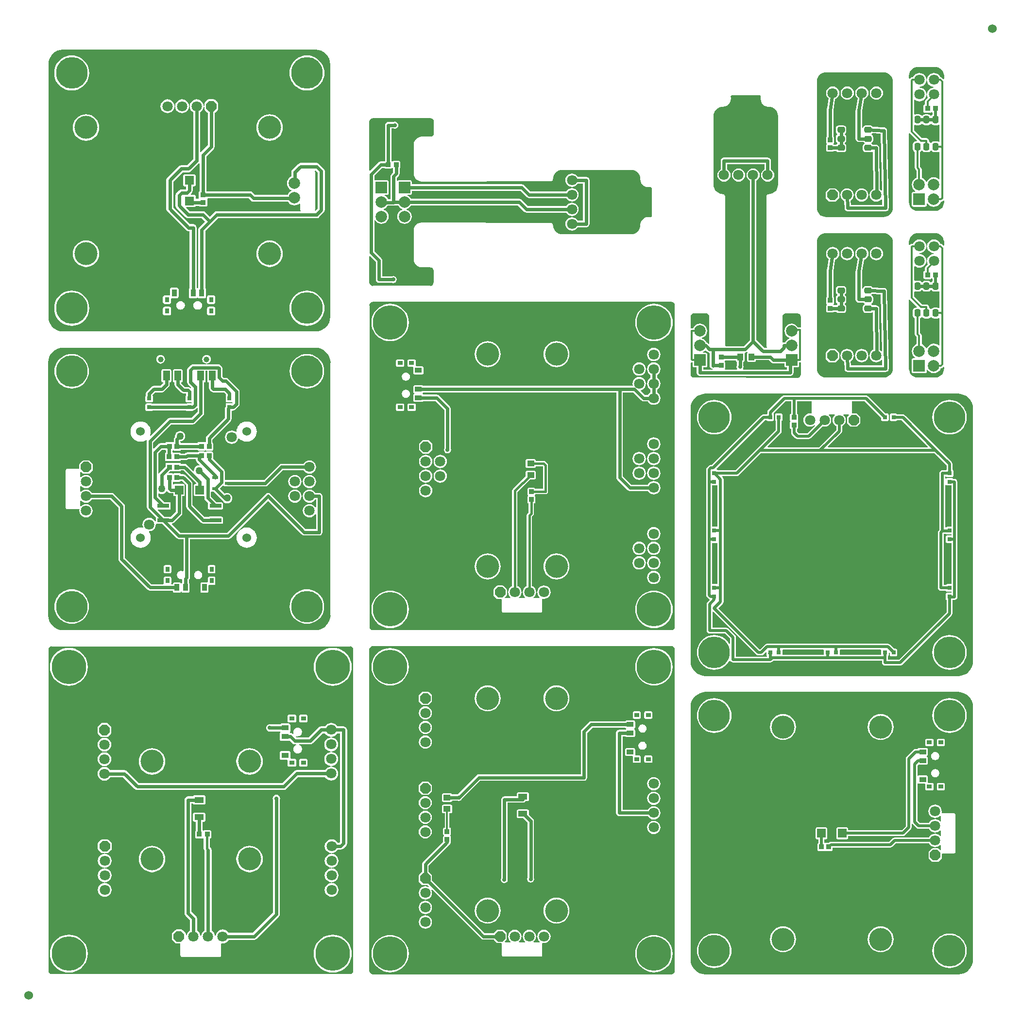
<source format=gtl>
G04 Layer_Physical_Order=1*
G04 Layer_Color=255*
%FSLAX44Y44*%
%MOMM*%
G71*
G01*
G75*
%ADD10R,0.8000X0.8000*%
%ADD11R,0.8000X0.8000*%
%ADD12R,0.9500X0.8500*%
%ADD13C,0.5000*%
%ADD14R,1.2500X0.9000*%
%ADD15R,0.9000X0.8000*%
%ADD16R,1.5000X1.6000*%
%ADD17R,0.8500X0.9500*%
%ADD18R,0.8500X0.8500*%
%ADD19R,1.2500X1.0000*%
%ADD20C,0.3000*%
%ADD21C,0.6000*%
%ADD22C,0.4000*%
%ADD23R,2.1000X0.7500*%
%ADD24R,1.0500X0.6000*%
%ADD25R,1.2000X1.7500*%
%ADD26R,0.8000X0.9000*%
%ADD27R,0.9000X1.2500*%
%ADD28R,1.6000X1.0000*%
%ADD29R,1.6000X1.5000*%
%ADD30R,0.8500X0.8500*%
%ADD31R,1.0000X1.2500*%
G04:AMPARAMS|DCode=32|XSize=1.3mm|YSize=1mm|CornerRadius=0.25mm|HoleSize=0mm|Usage=FLASHONLY|Rotation=180.000|XOffset=0mm|YOffset=0mm|HoleType=Round|Shape=RoundedRectangle|*
%AMROUNDEDRECTD32*
21,1,1.3000,0.5000,0,0,180.0*
21,1,0.8000,1.0000,0,0,180.0*
1,1,0.5000,-0.4000,0.2500*
1,1,0.5000,0.4000,0.2500*
1,1,0.5000,0.4000,-0.2500*
1,1,0.5000,-0.4000,-0.2500*
%
%ADD32ROUNDEDRECTD32*%
G04:AMPARAMS|DCode=33|XSize=1.3mm|YSize=1mm|CornerRadius=0.25mm|HoleSize=0mm|Usage=FLASHONLY|Rotation=270.000|XOffset=0mm|YOffset=0mm|HoleType=Round|Shape=RoundedRectangle|*
%AMROUNDEDRECTD33*
21,1,1.3000,0.5000,0,0,270.0*
21,1,0.8000,1.0000,0,0,270.0*
1,1,0.5000,-0.2500,-0.4000*
1,1,0.5000,-0.2500,0.4000*
1,1,0.5000,0.2500,0.4000*
1,1,0.5000,0.2500,-0.4000*
%
%ADD33ROUNDEDRECTD33*%
%ADD34C,1.5240*%
%ADD35P,1.9483X8X202.5*%
%ADD36C,1.8000*%
%ADD37C,5.5000*%
%ADD38P,1.9483X8X112.5*%
%ADD39C,4.0000*%
%ADD40C,6.0000*%
%ADD41C,0.7000*%
%ADD42C,1.0000*%
%ADD43C,1.2700*%
%ADD44C,2.0000*%
%ADD45R,2.0000X2.0000*%
%ADD46R,2.0000X2.0000*%
G36*
X525019Y1665233D02*
X529845Y1663768D01*
X534293Y1661391D01*
X538192Y1658192D01*
X541391Y1654293D01*
X543769Y1649845D01*
X545233Y1645019D01*
X545700Y1640271D01*
X545646Y1640000D01*
X545646Y1200000D01*
X545700Y1199729D01*
X545233Y1194981D01*
X543769Y1190155D01*
X541391Y1185707D01*
X538192Y1181808D01*
X534293Y1178609D01*
X529845Y1176231D01*
X525019Y1174767D01*
X520271Y1174300D01*
X520000Y1174354D01*
X80000Y1174354D01*
X79729Y1174300D01*
X74981Y1174767D01*
X70155Y1176231D01*
X65707Y1178609D01*
X61808Y1181808D01*
X58609Y1185707D01*
X56231Y1190155D01*
X54767Y1194981D01*
X54397Y1198748D01*
X54354Y1200000D01*
X54354Y1200000D01*
X54354Y1201270D01*
X54354Y1638731D01*
X54354Y1640000D01*
X54397Y1641252D01*
X54767Y1645019D01*
X56231Y1649845D01*
X58609Y1654293D01*
X61808Y1658192D01*
X65707Y1661391D01*
X70155Y1663768D01*
X74981Y1665233D01*
X78748Y1665603D01*
X80000Y1665646D01*
X80000Y1665646D01*
X81252Y1665646D01*
X520000Y1665646D01*
X520271Y1665700D01*
X525019Y1665233D01*
D02*
G37*
G36*
X1603059Y1635377D02*
X1606000Y1634485D01*
X1608710Y1633036D01*
X1611086Y1631086D01*
X1613036Y1628711D01*
X1614485Y1626000D01*
X1615377Y1623059D01*
X1615557Y1621233D01*
X1615646Y1620000D01*
X1615646D01*
Y1614638D01*
X1614376Y1614112D01*
X1612344Y1616144D01*
X1610856Y1617139D01*
X1609100Y1617488D01*
X1608988D01*
X1608382Y1618952D01*
X1606458Y1621458D01*
X1603952Y1623382D01*
X1601033Y1624591D01*
X1597900Y1625004D01*
X1594767Y1624591D01*
X1591848Y1623382D01*
X1589342Y1621458D01*
X1587418Y1618952D01*
X1586209Y1616033D01*
X1585840Y1613234D01*
X1584559D01*
X1584191Y1616033D01*
X1582982Y1618952D01*
X1581059Y1621458D01*
X1578552Y1623382D01*
X1575633Y1624591D01*
X1572500Y1625004D01*
X1569367Y1624591D01*
X1566448Y1623382D01*
X1563942Y1621458D01*
X1562018Y1618952D01*
X1561412Y1617488D01*
X1559900D01*
X1558144Y1617139D01*
X1556656Y1616144D01*
X1555756Y1615244D01*
X1555624Y1615047D01*
X1554354Y1615432D01*
Y1620000D01*
X1554332Y1620108D01*
X1554623Y1623059D01*
X1555515Y1626000D01*
X1556964Y1628711D01*
X1558914Y1631086D01*
X1561290Y1633036D01*
X1564000Y1634485D01*
X1566941Y1635377D01*
X1569892Y1635668D01*
X1570000Y1635646D01*
X1600000D01*
X1600108Y1635668D01*
X1603059Y1635377D01*
D02*
G37*
G36*
X1513149Y1625831D02*
X1516177Y1624912D01*
X1518967Y1623421D01*
X1521413Y1621413D01*
X1523421Y1618967D01*
X1524912Y1616177D01*
X1525831Y1613149D01*
X1526132Y1610085D01*
X1526115Y1610000D01*
Y1390000D01*
X1526132Y1389915D01*
X1525831Y1386851D01*
X1524912Y1383823D01*
X1523421Y1381033D01*
X1521413Y1378587D01*
X1518967Y1376579D01*
X1516177Y1375088D01*
X1513149Y1374169D01*
X1510085Y1373868D01*
X1510000Y1373885D01*
X1410000D01*
X1409915Y1373868D01*
X1406851Y1374169D01*
X1403823Y1375088D01*
X1401033Y1376579D01*
X1398587Y1378587D01*
X1396579Y1381033D01*
X1395088Y1383823D01*
X1394169Y1386851D01*
X1393868Y1389915D01*
X1393885Y1390000D01*
Y1610000D01*
X1393868Y1610085D01*
X1394169Y1613149D01*
X1395088Y1616177D01*
X1396579Y1618967D01*
X1398587Y1621413D01*
X1401033Y1623421D01*
X1403823Y1624912D01*
X1406851Y1625831D01*
X1409915Y1626132D01*
X1410000Y1626115D01*
X1510000D01*
X1510085Y1626132D01*
X1513149Y1625831D01*
D02*
G37*
G36*
X1586209Y1609767D02*
X1587418Y1606848D01*
X1589342Y1604341D01*
X1591848Y1602418D01*
X1594767Y1601209D01*
X1597566Y1600840D01*
Y1599559D01*
X1594767Y1599191D01*
X1591848Y1597982D01*
X1589342Y1596059D01*
X1587418Y1593552D01*
X1586209Y1590633D01*
X1585840Y1587834D01*
X1584559D01*
X1584191Y1590633D01*
X1582982Y1593552D01*
X1581059Y1596059D01*
X1578552Y1597982D01*
X1575633Y1599191D01*
X1572834Y1599559D01*
Y1600840D01*
X1575633Y1601209D01*
X1578552Y1602418D01*
X1581059Y1604341D01*
X1582982Y1606848D01*
X1584191Y1609767D01*
X1584559Y1612566D01*
X1585840D01*
X1586209Y1609767D01*
D02*
G37*
G36*
X1291942Y1586106D02*
X1293179Y1586091D01*
X1293934Y1585985D01*
X1294427Y1585913D01*
X1294388Y1585921D01*
X1293934Y1585985D01*
X1293243Y1586085D01*
X1294388Y1585921D01*
X1294578Y1585883D01*
X1295604Y1585198D01*
X1296207Y1584295D01*
X1296141Y1581231D01*
X1296071Y1579990D01*
Y1579990D01*
X1296071Y1579990D01*
X1296545Y1576385D01*
X1297937Y1573026D01*
X1300150Y1570141D01*
X1303035Y1567927D01*
X1306395Y1566536D01*
X1308778Y1566222D01*
X1310000Y1566061D01*
X1311248Y1566008D01*
X1313149Y1565821D01*
X1316177Y1564902D01*
X1318967Y1563411D01*
X1321413Y1561404D01*
X1323420Y1558958D01*
X1324912Y1556167D01*
X1325830Y1553139D01*
X1326132Y1550076D01*
X1326115Y1549990D01*
Y1429990D01*
X1326132Y1429905D01*
X1325830Y1426841D01*
X1324912Y1423814D01*
X1323420Y1421023D01*
X1321413Y1418577D01*
X1318967Y1416570D01*
X1316177Y1415078D01*
X1313149Y1414160D01*
X1311230Y1413971D01*
X1310000Y1413875D01*
X1309259Y1413728D01*
X1308519Y1413582D01*
X1308517Y1413580D01*
X1308513Y1413579D01*
X1307887Y1413161D01*
X1307258Y1412742D01*
X1307256Y1412739D01*
X1307253Y1412737D01*
X1306833Y1412109D01*
X1306413Y1411483D01*
X1306413Y1411480D01*
X1306411Y1411477D01*
X1306263Y1410736D01*
X1306115Y1409997D01*
X1305757Y1194835D01*
X1305760Y1194819D01*
X1305757Y1194804D01*
X1306032Y1149967D01*
X1306182Y1149236D01*
X1306328Y1148504D01*
X1306335Y1148494D01*
X1306337Y1148482D01*
X1306755Y1147864D01*
X1307170Y1147244D01*
X1307164Y1147084D01*
X1306968Y1145850D01*
X1306802Y1145639D01*
X1302340D01*
X1288348Y1159630D01*
Y1436839D01*
X1288520Y1436910D01*
X1290930Y1438760D01*
X1292780Y1441171D01*
X1293943Y1443978D01*
X1294339Y1446990D01*
X1293943Y1450003D01*
X1292780Y1452810D01*
X1290930Y1455221D01*
X1288520Y1457071D01*
X1285712Y1458233D01*
X1282700Y1458630D01*
X1279687Y1458233D01*
X1276880Y1457071D01*
X1274469Y1455221D01*
X1272620Y1452810D01*
X1271457Y1450003D01*
X1271060Y1446990D01*
X1271457Y1443978D01*
X1272620Y1441171D01*
X1274469Y1438760D01*
X1276880Y1436910D01*
X1277051Y1436839D01*
Y1159630D01*
X1266249Y1148828D01*
X1235012D01*
X1234034Y1149990D01*
X1234034Y1149993D01*
X1233885Y1409993D01*
X1233738Y1410728D01*
X1233589Y1411477D01*
X1233588Y1411478D01*
X1233588Y1411479D01*
X1233171Y1412102D01*
X1232747Y1412737D01*
X1232746Y1412738D01*
X1232745Y1412739D01*
X1232108Y1413164D01*
X1231486Y1413579D01*
X1231485Y1413580D01*
X1231484Y1413580D01*
X1230733Y1413729D01*
X1230000Y1413875D01*
X1228770Y1413971D01*
X1226851Y1414160D01*
X1223823Y1415078D01*
X1221032Y1416570D01*
X1218587Y1418577D01*
X1216579Y1421023D01*
X1215088Y1423814D01*
X1214169Y1426841D01*
X1213867Y1429905D01*
X1213885Y1429990D01*
X1213885Y1549990D01*
X1213867Y1550076D01*
X1214169Y1553139D01*
X1215088Y1556167D01*
X1216579Y1558958D01*
X1218587Y1561404D01*
X1221032Y1563411D01*
X1223823Y1564902D01*
X1226851Y1565821D01*
X1228752Y1566008D01*
X1230000Y1566061D01*
Y1566061D01*
X1233605Y1566536D01*
X1236964Y1567927D01*
X1239849Y1570141D01*
X1242063Y1573026D01*
X1243454Y1576385D01*
X1243929Y1579990D01*
X1243929D01*
X1243859Y1581231D01*
X1243793Y1584295D01*
X1244396Y1585198D01*
X1245422Y1585883D01*
X1245611Y1585921D01*
X1246756Y1586085D01*
X1246066Y1585985D01*
X1245611Y1585921D01*
X1245573Y1585913D01*
X1246066Y1585985D01*
X1246821Y1586091D01*
X1248058Y1586106D01*
X1248236Y1586106D01*
X1291763D01*
X1291942Y1586106D01*
D02*
G37*
G36*
X1586209Y1584367D02*
X1587284Y1581772D01*
X1583756Y1578244D01*
X1582761Y1576756D01*
X1582412Y1575000D01*
Y1570242D01*
X1581579Y1570076D01*
X1580587Y1569413D01*
X1579924Y1568421D01*
X1579691Y1567250D01*
Y1558750D01*
X1579924Y1557579D01*
X1580587Y1556587D01*
X1581579Y1555924D01*
X1582750Y1555691D01*
X1591250D01*
X1592421Y1555924D01*
X1593413Y1556587D01*
X1594345D01*
X1595392Y1555651D01*
Y1552205D01*
X1594285Y1551465D01*
X1593639Y1550498D01*
X1592111D01*
X1591465Y1551465D01*
X1589646Y1552681D01*
X1587500Y1553108D01*
X1582500D01*
X1580354Y1552681D01*
X1578535Y1551465D01*
X1577889Y1550498D01*
X1576361D01*
X1575715Y1551465D01*
X1573896Y1552681D01*
X1571750Y1553108D01*
X1566750D01*
X1564858Y1552731D01*
X1563588Y1553413D01*
Y1577612D01*
X1564858Y1578238D01*
X1566448Y1577018D01*
X1569367Y1575809D01*
X1572500Y1575397D01*
X1575633Y1575809D01*
X1578552Y1577018D01*
X1581059Y1578941D01*
X1582982Y1581448D01*
X1584191Y1584367D01*
X1584559Y1587166D01*
X1585840D01*
X1586209Y1584367D01*
D02*
G37*
G36*
X722356Y1545711D02*
X724361Y1544371D01*
X725702Y1542366D01*
X726139Y1540167D01*
X726106Y1540000D01*
X726106Y1520000D01*
X726106Y1520000D01*
X726106Y1520000D01*
X725934Y1518801D01*
X725702Y1517635D01*
X724362Y1515629D01*
X722356Y1514289D01*
X720157Y1513852D01*
X719990Y1513885D01*
X706206Y1513885D01*
X704951Y1513911D01*
X704951D01*
X704951Y1513911D01*
X701509Y1513458D01*
X698174Y1512076D01*
X695309Y1509878D01*
X693111Y1507014D01*
X691729Y1503678D01*
X691401Y1501186D01*
X691258Y1500098D01*
X691276Y1499961D01*
X691299Y1498696D01*
X691192Y1450219D01*
X691106Y1449785D01*
X691061D01*
X691536Y1446180D01*
X692927Y1442821D01*
X695141Y1439936D01*
X698026Y1437722D01*
X701385Y1436331D01*
X704990Y1435856D01*
X704994Y1435901D01*
X929994Y1436116D01*
X930736Y1436264D01*
X931477Y1436411D01*
X931479Y1436412D01*
X931480Y1436413D01*
X932110Y1436835D01*
X932737Y1437253D01*
X932738Y1437255D01*
X932740Y1437256D01*
X933160Y1437886D01*
X933579Y1438514D01*
X933580Y1438515D01*
X933581Y1438517D01*
X933728Y1439262D01*
X933875Y1440000D01*
X933971Y1441230D01*
X934160Y1443149D01*
X935078Y1446177D01*
X936570Y1448967D01*
X938577Y1451413D01*
X941023Y1453421D01*
X943814Y1454912D01*
X946842Y1455831D01*
X949905Y1456133D01*
X949990Y1456116D01*
X1069990Y1456116D01*
X1070076Y1456133D01*
X1073139Y1455831D01*
X1076167Y1454912D01*
X1078958Y1453421D01*
X1081404Y1451413D01*
X1083411Y1448967D01*
X1084902Y1446177D01*
X1085821Y1443149D01*
X1086008Y1441248D01*
X1086061Y1440000D01*
X1086061D01*
X1086536Y1436395D01*
X1087927Y1433036D01*
X1090141Y1430151D01*
X1093026Y1427937D01*
X1096385Y1426546D01*
X1099990Y1426071D01*
Y1426071D01*
X1101231Y1426141D01*
X1104295Y1426207D01*
X1105198Y1425604D01*
X1105883Y1424578D01*
X1105921Y1424389D01*
X1106085Y1423244D01*
X1105985Y1423934D01*
X1105921Y1424389D01*
X1105913Y1424427D01*
X1105985Y1423934D01*
X1106091Y1423180D01*
X1106106Y1421942D01*
X1106106Y1421764D01*
Y1378237D01*
X1106106Y1378058D01*
X1106091Y1376821D01*
X1105985Y1376066D01*
X1105913Y1375573D01*
X1105921Y1375612D01*
X1105985Y1376066D01*
X1106085Y1376757D01*
X1105921Y1375612D01*
X1105883Y1375422D01*
X1105198Y1374396D01*
X1104295Y1373793D01*
X1101231Y1373859D01*
X1099990Y1373929D01*
X1099990D01*
X1099990Y1373929D01*
X1096385Y1373455D01*
X1093026Y1372063D01*
X1090141Y1369850D01*
X1087927Y1366965D01*
X1086536Y1363605D01*
X1086222Y1361222D01*
X1086061Y1360000D01*
X1086008Y1358752D01*
X1085821Y1356851D01*
X1084902Y1353823D01*
X1083411Y1351033D01*
X1081404Y1348587D01*
X1078958Y1346580D01*
X1076167Y1345088D01*
X1073139Y1344170D01*
X1070076Y1343868D01*
X1069990Y1343885D01*
X949990D01*
X949905Y1343868D01*
X946842Y1344170D01*
X943814Y1345088D01*
X941023Y1346580D01*
X938577Y1348587D01*
X936570Y1351033D01*
X935078Y1353823D01*
X934160Y1356851D01*
X933971Y1358770D01*
X933875Y1360000D01*
X933728Y1360739D01*
X933581Y1361483D01*
X933580Y1361485D01*
X933579Y1361487D01*
X933160Y1362114D01*
X932740Y1362744D01*
X932738Y1362746D01*
X932737Y1362747D01*
X932110Y1363166D01*
X931480Y1363588D01*
X931479Y1363588D01*
X931477Y1363589D01*
X930736Y1363737D01*
X929994Y1363885D01*
X704994Y1364100D01*
X704990Y1364144D01*
X701385Y1363670D01*
X698026Y1362278D01*
X695141Y1360065D01*
X692927Y1357180D01*
X691536Y1353820D01*
X691061Y1350215D01*
X691106Y1350206D01*
X691214Y1301305D01*
X691191Y1300039D01*
X691173Y1299902D01*
X691315Y1298824D01*
X691644Y1296322D01*
X693026Y1292987D01*
X695224Y1290122D01*
X698088Y1287924D01*
X701424Y1286543D01*
X704866Y1286089D01*
Y1286089D01*
X706121Y1286115D01*
X718635Y1286115D01*
X719905Y1286115D01*
X721104Y1285943D01*
X722271Y1285711D01*
X724276Y1284371D01*
X725616Y1282366D01*
X725848Y1281199D01*
X726020Y1280000D01*
X726020D01*
X726020Y1260000D01*
X726054Y1259833D01*
X725616Y1257634D01*
X724276Y1255629D01*
X722271Y1254289D01*
X720072Y1253851D01*
X719905Y1253885D01*
X619905D01*
X619738Y1253851D01*
X617539Y1254289D01*
X615534Y1255629D01*
X614194Y1257634D01*
X613799Y1259619D01*
X613875Y1260000D01*
Y1305278D01*
X615048Y1305764D01*
X625092Y1295721D01*
Y1265000D01*
X625522Y1262839D01*
X626746Y1261006D01*
X628579Y1259782D01*
X630740Y1259352D01*
X653072D01*
X653134Y1259311D01*
X655490Y1258842D01*
X657847Y1259311D01*
X659845Y1260646D01*
X661180Y1262644D01*
X661649Y1265000D01*
X661180Y1267357D01*
X659845Y1269355D01*
X657847Y1270690D01*
X655490Y1271159D01*
X653134Y1270690D01*
X653072Y1270649D01*
X636389D01*
Y1298060D01*
X636389Y1298060D01*
X635959Y1300222D01*
X634734Y1302054D01*
X622449Y1314340D01*
Y1368791D01*
X623719Y1369043D01*
X624037Y1368276D01*
X626047Y1365657D01*
X628666Y1363647D01*
X631717Y1362383D01*
X634990Y1361952D01*
X638264Y1362383D01*
X641314Y1363647D01*
X643934Y1365657D01*
X645944Y1368276D01*
X647208Y1371327D01*
X647639Y1374600D01*
X647208Y1377874D01*
X645944Y1380924D01*
X643934Y1383544D01*
X641314Y1385554D01*
X638758Y1386613D01*
Y1387988D01*
X641314Y1389046D01*
X643934Y1391057D01*
X645944Y1393676D01*
X646017Y1393852D01*
X655990D01*
X655990Y1393852D01*
X658152Y1394282D01*
X658257Y1394352D01*
X663757D01*
X664037Y1393676D01*
X666047Y1391057D01*
X668666Y1389046D01*
X671223Y1387988D01*
Y1386613D01*
X668666Y1385554D01*
X666047Y1383544D01*
X664037Y1380924D01*
X662773Y1377874D01*
X662342Y1374600D01*
X662773Y1371327D01*
X664037Y1368276D01*
X666047Y1365657D01*
X668666Y1363647D01*
X671717Y1362383D01*
X674990Y1361952D01*
X678264Y1362383D01*
X681314Y1363647D01*
X683934Y1365657D01*
X685944Y1368276D01*
X687208Y1371327D01*
X687639Y1374600D01*
X687208Y1377874D01*
X685944Y1380924D01*
X683934Y1383544D01*
X681314Y1385554D01*
X678758Y1386613D01*
Y1387988D01*
X681314Y1389046D01*
X683934Y1391057D01*
X685944Y1393676D01*
X686224Y1394352D01*
X872901D01*
X883946Y1383306D01*
X885779Y1382082D01*
X887940Y1381652D01*
X887941Y1381652D01*
X956839D01*
X956910Y1381480D01*
X958760Y1379070D01*
X961171Y1377220D01*
X963978Y1376057D01*
X966990Y1375661D01*
X970003Y1376057D01*
X972810Y1377220D01*
X975221Y1379070D01*
X977070Y1381480D01*
X978233Y1384288D01*
X978630Y1387300D01*
X978233Y1390313D01*
X977070Y1393120D01*
X975221Y1395531D01*
X972810Y1397380D01*
X970003Y1398543D01*
X966990Y1398940D01*
X963978Y1398543D01*
X961171Y1397380D01*
X958760Y1395531D01*
X956910Y1393120D01*
X956839Y1392949D01*
X890280D01*
X879235Y1403994D01*
X879234Y1403994D01*
X877402Y1405219D01*
X875240Y1405649D01*
X875240Y1405649D01*
X686224D01*
X685944Y1406324D01*
X683934Y1408944D01*
X681314Y1410954D01*
X679898Y1411540D01*
X680151Y1412810D01*
X684990D01*
X685982Y1413008D01*
X686822Y1413569D01*
X687383Y1414409D01*
X687580Y1415400D01*
Y1419752D01*
X877001D01*
X888246Y1408506D01*
X890079Y1407282D01*
X892240Y1406852D01*
X892241Y1406852D01*
X956932D01*
X958760Y1404470D01*
X961171Y1402620D01*
X963978Y1401457D01*
X966990Y1401061D01*
X970003Y1401457D01*
X972810Y1402620D01*
X975221Y1404470D01*
X977070Y1406880D01*
X978233Y1409688D01*
X978630Y1412700D01*
X978233Y1415713D01*
X977070Y1418520D01*
X975221Y1420931D01*
X972810Y1422780D01*
X970003Y1423943D01*
X966990Y1424340D01*
X963978Y1423943D01*
X961171Y1422780D01*
X958760Y1420931D01*
X956910Y1418520D01*
X956757Y1418149D01*
X894580D01*
X883335Y1429394D01*
X883335Y1429394D01*
X881502Y1430619D01*
X879340Y1431049D01*
X687580D01*
Y1435400D01*
X687383Y1436391D01*
X686822Y1437231D01*
X685982Y1437793D01*
X684990Y1437990D01*
X664990D01*
X663999Y1437793D01*
X663159Y1437231D01*
X662909Y1436857D01*
X661639Y1437242D01*
Y1442160D01*
X664984Y1445506D01*
X664985Y1445506D01*
X666209Y1447339D01*
X666639Y1449500D01*
X666639Y1449500D01*
Y1458797D01*
X666822Y1458919D01*
X667383Y1459759D01*
X667580Y1460750D01*
Y1469250D01*
X667383Y1470241D01*
X666822Y1471081D01*
X665982Y1471643D01*
X664990Y1471840D01*
X656490D01*
X655499Y1471643D01*
X654659Y1471081D01*
X654608Y1471005D01*
X653297Y1470919D01*
X652389Y1471809D01*
Y1528352D01*
X655822D01*
X655884Y1528311D01*
X658240Y1527842D01*
X660597Y1528311D01*
X662595Y1529646D01*
X663930Y1531644D01*
X664399Y1534000D01*
X663930Y1536357D01*
X662595Y1538355D01*
X660597Y1539690D01*
X658240Y1540159D01*
X655884Y1539690D01*
X655822Y1539649D01*
X646740D01*
X644579Y1539219D01*
X642746Y1537994D01*
X641522Y1536162D01*
X641092Y1534000D01*
Y1471371D01*
X640659Y1471081D01*
X640370Y1470649D01*
X633490D01*
X633490Y1470649D01*
X631329Y1470219D01*
X629496Y1468994D01*
X629496Y1468994D01*
X615048Y1454547D01*
X613875Y1455033D01*
X613875Y1540000D01*
X613842Y1540167D01*
X614279Y1542366D01*
X615619Y1544371D01*
X617625Y1545711D01*
X619823Y1546149D01*
X619990Y1546116D01*
X719990D01*
X720157Y1546149D01*
X722356Y1545711D01*
D02*
G37*
G36*
X1594285Y1535535D02*
X1596104Y1534319D01*
X1598250Y1533892D01*
X1603250D01*
X1605396Y1534319D01*
X1606342Y1534951D01*
X1607612Y1534272D01*
Y1505728D01*
X1606342Y1505049D01*
X1605396Y1505681D01*
X1603250Y1506108D01*
X1598250D01*
X1596104Y1505681D01*
X1594285Y1504465D01*
X1593639Y1503498D01*
X1592111D01*
X1591465Y1504465D01*
X1589646Y1505681D01*
X1589588Y1505692D01*
Y1507000D01*
X1589239Y1508756D01*
X1588244Y1510244D01*
X1586756Y1511239D01*
X1585000Y1511588D01*
X1577131D01*
X1576905Y1511739D01*
X1576711Y1511777D01*
X1563588Y1524901D01*
Y1533587D01*
X1564858Y1534269D01*
X1566750Y1533892D01*
X1571750D01*
X1573896Y1534319D01*
X1575715Y1535535D01*
X1576361Y1536502D01*
X1577889D01*
X1578535Y1535535D01*
X1580354Y1534319D01*
X1582500Y1533892D01*
X1587500D01*
X1589646Y1534319D01*
X1591465Y1535535D01*
X1592111Y1536502D01*
X1593639D01*
X1594285Y1535535D01*
D02*
G37*
G36*
Y1488535D02*
X1596104Y1487319D01*
X1598250Y1486892D01*
X1603250D01*
X1605396Y1487319D01*
X1606342Y1487951D01*
X1607612Y1487272D01*
Y1440581D01*
X1606342Y1439955D01*
X1604256Y1441555D01*
X1601094Y1442865D01*
X1597700Y1443312D01*
X1594306Y1442865D01*
X1591144Y1441555D01*
X1588428Y1439472D01*
X1586344Y1436756D01*
X1585687Y1435170D01*
X1584313D01*
X1583656Y1436756D01*
X1581572Y1439472D01*
X1578856Y1441555D01*
X1576888Y1442371D01*
Y1456950D01*
X1576539Y1458706D01*
X1575544Y1460194D01*
X1573838Y1461900D01*
Y1487308D01*
X1573896Y1487319D01*
X1575715Y1488535D01*
X1576361Y1489502D01*
X1577889D01*
X1578535Y1488535D01*
X1580354Y1487319D01*
X1582500Y1486892D01*
X1587500D01*
X1589646Y1487319D01*
X1591465Y1488535D01*
X1592111Y1489502D01*
X1593639D01*
X1594285Y1488535D01*
D02*
G37*
G36*
X640659Y1458919D02*
X641499Y1458358D01*
X642490Y1458160D01*
X650990D01*
X651981Y1458358D01*
X652822Y1458919D01*
X653012Y1459204D01*
X654379D01*
X654622Y1458974D01*
X654659Y1458919D01*
X654733Y1458870D01*
X655342Y1458295D01*
Y1451840D01*
X651996Y1448494D01*
X650772Y1446662D01*
X650342Y1444500D01*
X650342Y1444500D01*
Y1405149D01*
X646431D01*
X645944Y1406324D01*
X643934Y1408944D01*
X641314Y1410954D01*
X639898Y1411540D01*
X640151Y1412810D01*
X644990D01*
X645982Y1413008D01*
X646822Y1413569D01*
X647383Y1414409D01*
X647580Y1415400D01*
Y1435400D01*
X647383Y1436391D01*
X646822Y1437231D01*
X645982Y1437793D01*
X644990Y1437990D01*
X624990D01*
X623999Y1437793D01*
X623719Y1437605D01*
X622449Y1438280D01*
Y1445970D01*
X635830Y1459352D01*
X640370D01*
X640659Y1458919D01*
D02*
G37*
G36*
X1555756Y1519756D02*
X1568230Y1507281D01*
X1567744Y1506108D01*
X1566750D01*
X1564604Y1505681D01*
X1562785Y1504465D01*
X1561569Y1502646D01*
X1561142Y1500500D01*
Y1492500D01*
X1561569Y1490354D01*
X1562785Y1488535D01*
X1564604Y1487319D01*
X1564662Y1487308D01*
Y1460000D01*
X1565011Y1458244D01*
X1566006Y1456756D01*
X1567712Y1455049D01*
Y1442371D01*
X1565744Y1441555D01*
X1563028Y1439472D01*
X1560945Y1436756D01*
X1559635Y1433594D01*
X1559188Y1430200D01*
X1559635Y1426806D01*
X1560945Y1423644D01*
X1563028Y1420928D01*
X1565374Y1419129D01*
X1564942Y1417859D01*
X1562300D01*
X1561129Y1417626D01*
X1560137Y1416963D01*
X1559474Y1415970D01*
X1559241Y1414800D01*
Y1394800D01*
X1559474Y1393629D01*
X1560137Y1392637D01*
X1561129Y1391974D01*
X1562300Y1391741D01*
X1582300D01*
X1583470Y1391974D01*
X1584463Y1392637D01*
X1585126Y1393629D01*
X1585359Y1394800D01*
Y1397442D01*
X1586629Y1397874D01*
X1588428Y1395528D01*
X1591144Y1393445D01*
X1594306Y1392135D01*
X1597700Y1391688D01*
X1601094Y1392135D01*
X1604256Y1393445D01*
X1606972Y1395528D01*
X1609055Y1398244D01*
X1609871Y1400212D01*
X1610000D01*
X1611756Y1400561D01*
X1613244Y1401556D01*
X1614376Y1402688D01*
X1615646Y1402162D01*
Y1400000D01*
X1615668Y1399892D01*
X1615377Y1396941D01*
X1614485Y1394000D01*
X1613036Y1391290D01*
X1611086Y1388914D01*
X1608710Y1386964D01*
X1606000Y1385515D01*
X1603059Y1384623D01*
X1600108Y1384332D01*
X1600000Y1384354D01*
X1570000D01*
X1569892Y1384332D01*
X1566941Y1384623D01*
X1564000Y1385515D01*
X1561290Y1386964D01*
X1558914Y1388914D01*
X1556964Y1391290D01*
X1555515Y1394000D01*
X1554623Y1396941D01*
X1554332Y1399892D01*
X1554354Y1400000D01*
Y1519568D01*
X1555624Y1519953D01*
X1555756Y1519756D01*
D02*
G37*
G36*
X1513149Y1345831D02*
X1516177Y1344912D01*
X1518967Y1343421D01*
X1521413Y1341413D01*
X1523421Y1338967D01*
X1524912Y1336177D01*
X1525831Y1333149D01*
X1526132Y1330085D01*
X1526115Y1330000D01*
Y1110000D01*
X1526132Y1109915D01*
X1525831Y1106851D01*
X1524912Y1103823D01*
X1523421Y1101033D01*
X1521413Y1098587D01*
X1518967Y1096580D01*
X1516177Y1095088D01*
X1513149Y1094169D01*
X1510085Y1093868D01*
X1510000Y1093885D01*
X1410000D01*
X1409915Y1093868D01*
X1406851Y1094169D01*
X1403823Y1095088D01*
X1401033Y1096580D01*
X1398587Y1098587D01*
X1396579Y1101033D01*
X1395088Y1103823D01*
X1394169Y1106851D01*
X1393868Y1109915D01*
X1393885Y1110000D01*
Y1330000D01*
X1393868Y1330085D01*
X1394169Y1333149D01*
X1395088Y1336177D01*
X1396579Y1338967D01*
X1398587Y1341413D01*
X1401033Y1343421D01*
X1403823Y1344912D01*
X1406851Y1345831D01*
X1409915Y1346132D01*
X1410000Y1346115D01*
X1510000D01*
X1510085Y1346132D01*
X1513149Y1345831D01*
D02*
G37*
G36*
X1603059Y1345377D02*
X1606000Y1344485D01*
X1608710Y1343036D01*
X1611086Y1341086D01*
X1613036Y1338711D01*
X1614485Y1336000D01*
X1615377Y1333059D01*
X1615557Y1331233D01*
X1615646Y1330000D01*
X1615646D01*
Y1324638D01*
X1614376Y1324112D01*
X1612344Y1326144D01*
X1610856Y1327139D01*
X1609100Y1327488D01*
X1608988D01*
X1608382Y1328952D01*
X1606458Y1331458D01*
X1603952Y1333382D01*
X1601033Y1334591D01*
X1597900Y1335004D01*
X1594767Y1334591D01*
X1591848Y1333382D01*
X1589342Y1331458D01*
X1587418Y1328952D01*
X1586209Y1326033D01*
X1585840Y1323234D01*
X1584559D01*
X1584191Y1326033D01*
X1582982Y1328952D01*
X1581059Y1331458D01*
X1578552Y1333382D01*
X1575633Y1334591D01*
X1572500Y1335004D01*
X1569367Y1334591D01*
X1566448Y1333382D01*
X1563942Y1331458D01*
X1562018Y1328952D01*
X1561412Y1327488D01*
X1559900D01*
X1558144Y1327139D01*
X1556656Y1326144D01*
X1555756Y1325244D01*
X1555624Y1325047D01*
X1554354Y1325432D01*
Y1330000D01*
X1554332Y1330108D01*
X1554623Y1333059D01*
X1555515Y1336000D01*
X1556964Y1338711D01*
X1558914Y1341086D01*
X1561290Y1343036D01*
X1564000Y1344485D01*
X1566941Y1345377D01*
X1569892Y1345668D01*
X1570000Y1345646D01*
X1600000D01*
X1600108Y1345668D01*
X1603059Y1345377D01*
D02*
G37*
G36*
X1586209Y1319767D02*
X1587418Y1316848D01*
X1589342Y1314341D01*
X1591848Y1312418D01*
X1594767Y1311209D01*
X1597566Y1310840D01*
Y1309559D01*
X1594767Y1309191D01*
X1591848Y1307982D01*
X1589342Y1306059D01*
X1587418Y1303552D01*
X1586209Y1300633D01*
X1585840Y1297834D01*
X1584559D01*
X1584191Y1300633D01*
X1582982Y1303552D01*
X1581059Y1306059D01*
X1578552Y1307982D01*
X1575633Y1309191D01*
X1572834Y1309559D01*
Y1310840D01*
X1575633Y1311209D01*
X1578552Y1312418D01*
X1581059Y1314341D01*
X1582982Y1316848D01*
X1584191Y1319767D01*
X1584559Y1322566D01*
X1585840D01*
X1586209Y1319767D01*
D02*
G37*
G36*
Y1294367D02*
X1587284Y1291772D01*
X1583756Y1288244D01*
X1582761Y1286756D01*
X1582412Y1285000D01*
Y1280242D01*
X1581579Y1280076D01*
X1580587Y1279413D01*
X1579924Y1278420D01*
X1579691Y1277250D01*
Y1268750D01*
X1579924Y1267579D01*
X1580587Y1266587D01*
X1581579Y1265924D01*
X1582750Y1265691D01*
X1591250D01*
X1592421Y1265924D01*
X1593413Y1266587D01*
X1594345D01*
X1595392Y1265651D01*
Y1262205D01*
X1594285Y1261465D01*
X1593639Y1260498D01*
X1592111D01*
X1591465Y1261465D01*
X1589646Y1262681D01*
X1587500Y1263108D01*
X1582500D01*
X1580354Y1262681D01*
X1578535Y1261465D01*
X1577889Y1260498D01*
X1576361D01*
X1575715Y1261465D01*
X1573896Y1262681D01*
X1571750Y1263108D01*
X1566750D01*
X1564858Y1262731D01*
X1563588Y1263413D01*
Y1287612D01*
X1564858Y1288238D01*
X1566448Y1287018D01*
X1569367Y1285809D01*
X1572500Y1285397D01*
X1575633Y1285809D01*
X1578552Y1287018D01*
X1581059Y1288941D01*
X1582982Y1291448D01*
X1584191Y1294367D01*
X1584559Y1297166D01*
X1585840D01*
X1586209Y1294367D01*
D02*
G37*
G36*
X1594285Y1245535D02*
X1596104Y1244319D01*
X1598250Y1243892D01*
X1603250D01*
X1605396Y1244319D01*
X1606342Y1244951D01*
X1607612Y1244272D01*
Y1215728D01*
X1606342Y1215049D01*
X1605396Y1215681D01*
X1603250Y1216108D01*
X1598250D01*
X1596104Y1215681D01*
X1594285Y1214465D01*
X1593639Y1213498D01*
X1592111D01*
X1591465Y1214465D01*
X1589646Y1215681D01*
X1589588Y1215692D01*
Y1217000D01*
X1589239Y1218756D01*
X1588244Y1220244D01*
X1586756Y1221239D01*
X1585000Y1221588D01*
X1577131D01*
X1576905Y1221739D01*
X1576711Y1221777D01*
X1563588Y1234901D01*
Y1243587D01*
X1564858Y1244269D01*
X1566750Y1243892D01*
X1571750D01*
X1573896Y1244319D01*
X1575715Y1245535D01*
X1576361Y1246502D01*
X1577889D01*
X1578535Y1245535D01*
X1580354Y1244319D01*
X1582500Y1243892D01*
X1587500D01*
X1589646Y1244319D01*
X1591465Y1245535D01*
X1592111Y1246502D01*
X1593639D01*
X1594285Y1245535D01*
D02*
G37*
G36*
X1142366Y1225711D02*
X1144371Y1224371D01*
X1145711Y1222366D01*
X1146149Y1220167D01*
X1146115Y1220000D01*
Y660000D01*
X1146149Y659833D01*
X1145711Y657634D01*
X1144371Y655629D01*
X1142366Y654289D01*
X1141199Y654057D01*
X1140000Y653885D01*
Y653885D01*
X620000D01*
X619833Y653851D01*
X617634Y654289D01*
X615629Y655629D01*
X614289Y657634D01*
X614057Y658801D01*
X613885Y660000D01*
X613885D01*
Y1220000D01*
X613851Y1220167D01*
X614289Y1222366D01*
X615629Y1224371D01*
X617634Y1225711D01*
X619833Y1226149D01*
X620000Y1226115D01*
X1140000D01*
X1140167Y1226149D01*
X1142366Y1225711D01*
D02*
G37*
G36*
X1362366Y1205616D02*
X1364371Y1204276D01*
X1365711Y1202271D01*
X1366149Y1200072D01*
X1366115Y1199905D01*
Y1182327D01*
X1365134Y1181521D01*
X1364690Y1181610D01*
X1360997D01*
X1360954Y1181714D01*
X1358943Y1184334D01*
X1356324Y1186344D01*
X1353273Y1187608D01*
X1350000Y1188039D01*
X1346726Y1187608D01*
X1343676Y1186344D01*
X1341056Y1184334D01*
X1339046Y1181714D01*
X1337783Y1178664D01*
X1337352Y1175390D01*
X1337783Y1172117D01*
X1339046Y1169066D01*
X1341056Y1166447D01*
X1343676Y1164437D01*
X1346232Y1163378D01*
Y1162003D01*
X1343676Y1160944D01*
X1341056Y1158934D01*
X1339046Y1156314D01*
X1338766Y1155639D01*
X1336810D01*
X1335155Y1155310D01*
X1333884Y1156110D01*
X1333885Y1184905D01*
X1333885Y1198635D01*
X1333885Y1199905D01*
X1334057Y1201104D01*
X1334289Y1202271D01*
X1335629Y1204276D01*
X1337634Y1205616D01*
X1338801Y1205848D01*
X1340000Y1206020D01*
Y1206021D01*
X1360000Y1206020D01*
X1360167Y1206054D01*
X1362366Y1205616D01*
D02*
G37*
G36*
X1594285Y1198535D02*
X1596104Y1197319D01*
X1598250Y1196892D01*
X1603250D01*
X1605396Y1197319D01*
X1606342Y1197951D01*
X1607612Y1197272D01*
Y1150581D01*
X1606342Y1149955D01*
X1604256Y1151555D01*
X1601094Y1152865D01*
X1597700Y1153312D01*
X1594306Y1152865D01*
X1591144Y1151555D01*
X1588428Y1149472D01*
X1586344Y1146756D01*
X1585687Y1145170D01*
X1584313D01*
X1583656Y1146756D01*
X1581572Y1149472D01*
X1578856Y1151555D01*
X1576888Y1152371D01*
Y1166950D01*
X1576539Y1168706D01*
X1575544Y1170194D01*
X1573838Y1171900D01*
Y1197308D01*
X1573896Y1197319D01*
X1575715Y1198535D01*
X1576361Y1199502D01*
X1577889D01*
X1578535Y1198535D01*
X1580354Y1197319D01*
X1582500Y1196892D01*
X1587500D01*
X1589646Y1197319D01*
X1591465Y1198535D01*
X1592111Y1199502D01*
X1593639D01*
X1594285Y1198535D01*
D02*
G37*
G36*
X1180000Y1206106D02*
X1200000Y1206106D01*
X1200000Y1206106D01*
X1200000Y1206106D01*
X1201199Y1205934D01*
X1202365Y1205702D01*
X1204371Y1204362D01*
X1205711Y1202356D01*
X1206148Y1200157D01*
X1206115Y1199990D01*
X1206115Y1184990D01*
X1206115Y1153523D01*
X1204942Y1153037D01*
X1203994Y1153985D01*
X1203994Y1153985D01*
X1202161Y1155209D01*
X1201344Y1155372D01*
X1200954Y1156314D01*
X1198943Y1158934D01*
X1196324Y1160944D01*
X1193767Y1162003D01*
Y1163378D01*
X1196324Y1164437D01*
X1198943Y1166447D01*
X1200954Y1169066D01*
X1202217Y1172117D01*
X1202648Y1175390D01*
X1202217Y1178664D01*
X1200954Y1181714D01*
X1198943Y1184334D01*
X1196324Y1186344D01*
X1193273Y1187608D01*
X1190000Y1188039D01*
X1186726Y1187608D01*
X1183676Y1186344D01*
X1181056Y1184334D01*
X1179046Y1181714D01*
X1178133Y1179510D01*
X1175710D01*
X1175154Y1179399D01*
X1173885Y1180441D01*
Y1199990D01*
X1173851Y1200157D01*
X1174289Y1202356D01*
X1175629Y1204362D01*
X1177634Y1205702D01*
X1179833Y1206139D01*
X1180000Y1206106D01*
D02*
G37*
G36*
X525109Y1145686D02*
X530022Y1144196D01*
X534550Y1141775D01*
X538518Y1138519D01*
X541775Y1134550D01*
X544196Y1130022D01*
X545686Y1125109D01*
X546165Y1120248D01*
X546115Y1120000D01*
X546115Y680000D01*
X546165Y679752D01*
X545686Y674891D01*
X544196Y669978D01*
X541775Y665450D01*
X538518Y661481D01*
X534550Y658224D01*
X530022Y655804D01*
X525109Y654314D01*
X520248Y653835D01*
X520000Y653885D01*
X80000Y653885D01*
X79752Y653835D01*
X74891Y654314D01*
X69978Y655804D01*
X65450Y658224D01*
X61481Y661481D01*
X58225Y665450D01*
X55804Y669978D01*
X54314Y674891D01*
X53934Y678750D01*
X53885Y680000D01*
X53885Y680000D01*
X53885Y681252D01*
X53885Y1120000D01*
X53835Y1120248D01*
X54314Y1125109D01*
X55804Y1130022D01*
X58225Y1134550D01*
X61481Y1138519D01*
X65450Y1141775D01*
X69978Y1144196D01*
X74891Y1145686D01*
X79752Y1146165D01*
X80000Y1146115D01*
X520000Y1146115D01*
X520248Y1146165D01*
X525109Y1145686D01*
D02*
G37*
G36*
X1273169Y1138072D02*
X1272607Y1137232D01*
X1272410Y1136240D01*
Y1123740D01*
X1272607Y1122749D01*
X1273169Y1121909D01*
X1274009Y1121348D01*
X1275000Y1121151D01*
X1285000D01*
X1285991Y1121348D01*
X1286831Y1121909D01*
X1287392Y1122749D01*
X1287590Y1123740D01*
Y1124342D01*
X1310160D01*
X1313906Y1120596D01*
X1315738Y1119372D01*
X1317900Y1118942D01*
X1317900Y1118942D01*
X1337410D01*
Y1114590D01*
X1337607Y1113599D01*
X1338169Y1112759D01*
X1339009Y1112198D01*
X1340000Y1112001D01*
X1341851D01*
Y1108139D01*
X1265704D01*
X1265105Y1109259D01*
X1265689Y1110134D01*
X1266158Y1112490D01*
X1265689Y1114847D01*
X1265648Y1114909D01*
Y1121280D01*
X1265991Y1121348D01*
X1266831Y1121909D01*
X1267393Y1122749D01*
X1267590Y1123740D01*
Y1136240D01*
X1267586Y1136261D01*
X1268589Y1137531D01*
X1268589Y1137531D01*
X1270751Y1137961D01*
X1272436Y1139087D01*
X1273169Y1138072D01*
D02*
G37*
G36*
X1252410Y1123740D02*
X1252607Y1122749D01*
X1253169Y1121909D01*
X1254009Y1121348D01*
X1254351Y1121280D01*
Y1114909D01*
X1254310Y1114847D01*
X1253841Y1112490D01*
X1254310Y1110134D01*
X1254895Y1109259D01*
X1254296Y1108139D01*
X1233966D01*
X1233581Y1109409D01*
X1233581Y1109409D01*
X1234143Y1110249D01*
X1234340Y1111240D01*
Y1119740D01*
X1234143Y1120732D01*
X1233581Y1121572D01*
X1233504Y1121623D01*
X1233418Y1122934D01*
X1234308Y1123842D01*
X1252410D01*
Y1123740D01*
D02*
G37*
G36*
X1202441Y1139186D02*
X1204274Y1137962D01*
X1206435Y1137532D01*
X1206851Y1136399D01*
Y1114990D01*
X1207281Y1112829D01*
X1208506Y1110996D01*
X1210338Y1109772D01*
X1212163Y1109409D01*
X1212038Y1108139D01*
X1195648D01*
Y1112001D01*
X1200000D01*
X1200991Y1112198D01*
X1201831Y1112759D01*
X1202393Y1113599D01*
X1202590Y1114590D01*
Y1134590D01*
X1202393Y1135582D01*
X1201831Y1136422D01*
X1200991Y1136983D01*
X1200000Y1137180D01*
X1195161D01*
X1194908Y1138450D01*
X1196324Y1139037D01*
X1198943Y1141047D01*
X1199068Y1141209D01*
X1200335Y1141292D01*
X1202441Y1139186D01*
D02*
G37*
G36*
X1366115Y1120154D02*
Y1099905D01*
X1366149Y1099738D01*
X1365711Y1097540D01*
X1364371Y1095534D01*
X1362366Y1094194D01*
X1360168Y1093757D01*
X1360002Y1093790D01*
X1181270Y1093875D01*
X1180000Y1093875D01*
X1178801Y1094047D01*
X1177634Y1094279D01*
X1175629Y1095619D01*
X1174289Y1097625D01*
X1173851Y1099824D01*
X1173885Y1099990D01*
Y1120075D01*
X1175154Y1120741D01*
X1176510Y1120471D01*
X1177410D01*
Y1114590D01*
X1177607Y1113599D01*
X1178169Y1112759D01*
X1179009Y1112198D01*
X1180000Y1112001D01*
X1184351D01*
Y1102490D01*
X1184781Y1100329D01*
X1186006Y1098496D01*
X1187838Y1097272D01*
X1190000Y1096842D01*
X1347500D01*
X1349661Y1097272D01*
X1351494Y1098496D01*
X1352718Y1100329D01*
X1353148Y1102490D01*
Y1112001D01*
X1360000D01*
X1360991Y1112198D01*
X1361831Y1112759D01*
X1362392Y1113599D01*
X1362590Y1114590D01*
Y1120871D01*
X1364690D01*
X1365134Y1120959D01*
X1366115Y1120154D01*
D02*
G37*
G36*
X1555756Y1229756D02*
X1568230Y1217281D01*
X1567744Y1216108D01*
X1566750D01*
X1564604Y1215681D01*
X1562785Y1214465D01*
X1561569Y1212646D01*
X1561142Y1210500D01*
Y1202500D01*
X1561569Y1200354D01*
X1562785Y1198535D01*
X1564604Y1197319D01*
X1564662Y1197308D01*
Y1170000D01*
X1565011Y1168244D01*
X1566006Y1166756D01*
X1567712Y1165050D01*
Y1152371D01*
X1565744Y1151555D01*
X1563028Y1149472D01*
X1560945Y1146756D01*
X1559635Y1143594D01*
X1559188Y1140200D01*
X1559635Y1136806D01*
X1560945Y1133644D01*
X1563028Y1130928D01*
X1565374Y1129129D01*
X1564942Y1127859D01*
X1562300D01*
X1561129Y1127626D01*
X1560137Y1126963D01*
X1559474Y1125971D01*
X1559241Y1124800D01*
Y1104800D01*
X1559474Y1103630D01*
X1560137Y1102637D01*
X1561129Y1101974D01*
X1562300Y1101741D01*
X1582300D01*
X1583470Y1101974D01*
X1584463Y1102637D01*
X1585126Y1103630D01*
X1585359Y1104800D01*
Y1107442D01*
X1586629Y1107874D01*
X1588428Y1105528D01*
X1591144Y1103445D01*
X1594306Y1102135D01*
X1597700Y1101688D01*
X1601094Y1102135D01*
X1604256Y1103445D01*
X1606972Y1105528D01*
X1609055Y1108244D01*
X1609871Y1110212D01*
X1610000D01*
X1611756Y1110561D01*
X1613244Y1111556D01*
X1614376Y1112688D01*
X1615646Y1112162D01*
Y1110000D01*
X1615668Y1109892D01*
X1615377Y1106941D01*
X1614485Y1104000D01*
X1613036Y1101290D01*
X1611086Y1098914D01*
X1608710Y1096964D01*
X1606000Y1095515D01*
X1603059Y1094623D01*
X1600108Y1094332D01*
X1600000Y1094354D01*
X1570000D01*
X1569892Y1094332D01*
X1566941Y1094623D01*
X1564000Y1095515D01*
X1561290Y1096964D01*
X1558914Y1098914D01*
X1556964Y1101290D01*
X1555515Y1104000D01*
X1554623Y1106941D01*
X1554332Y1109892D01*
X1554354Y1110000D01*
Y1229568D01*
X1555624Y1229953D01*
X1555756Y1229756D01*
D02*
G37*
G36*
X1645109Y1065686D02*
X1650022Y1064196D01*
X1654550Y1061776D01*
X1658519Y1058519D01*
X1661776Y1054550D01*
X1664196Y1050022D01*
X1665686Y1045109D01*
X1666165Y1040248D01*
X1666115Y1040000D01*
X1666115Y600000D01*
X1666165Y599752D01*
X1665686Y594891D01*
X1664196Y589978D01*
X1661776Y585450D01*
X1658519Y581482D01*
X1654550Y578225D01*
X1650022Y575804D01*
X1645109Y574314D01*
X1641250Y573934D01*
X1640000Y573885D01*
X1640000Y573885D01*
X1638730Y573885D01*
X1201269Y573885D01*
X1200000Y573885D01*
X1198751Y573934D01*
X1194891Y574314D01*
X1189978Y575804D01*
X1185450Y578225D01*
X1181482Y581482D01*
X1178225Y585450D01*
X1175805Y589978D01*
X1174314Y594891D01*
X1173934Y598750D01*
X1173885Y600000D01*
X1173885Y600000D01*
X1173885Y601252D01*
X1173885Y1040000D01*
X1173835Y1040248D01*
X1174314Y1045109D01*
X1175805Y1050022D01*
X1178225Y1054550D01*
X1181482Y1058519D01*
X1185450Y1061776D01*
X1189978Y1064196D01*
X1194891Y1065686D01*
X1199752Y1066165D01*
X1200000Y1066115D01*
X1640000Y1066115D01*
X1640248Y1066165D01*
X1645109Y1065686D01*
D02*
G37*
G36*
X1142381Y625749D02*
X1144400Y624400D01*
X1145749Y622381D01*
X1146189Y620167D01*
X1146156Y620000D01*
Y60000D01*
X1146189Y59833D01*
X1145749Y57619D01*
X1144400Y55600D01*
X1142381Y54251D01*
X1141199Y54016D01*
X1140000Y53844D01*
Y53844D01*
X620000D01*
X619833Y53811D01*
X617619Y54251D01*
X615600Y55600D01*
X614251Y57619D01*
X614016Y58801D01*
X613844Y60000D01*
X613844D01*
Y620000D01*
X613811Y620167D01*
X614251Y622381D01*
X615600Y624400D01*
X617619Y625749D01*
X619833Y626189D01*
X620000Y626156D01*
X1140000D01*
X1140167Y626189D01*
X1142381Y625749D01*
D02*
G37*
G36*
X582186Y625278D02*
X584039Y624040D01*
X585278Y622186D01*
X585680Y620167D01*
X585646Y620000D01*
Y60000D01*
X585680Y59833D01*
X585278Y57814D01*
X584040Y55960D01*
X582186Y54722D01*
X581199Y54526D01*
X580000Y54354D01*
Y54354D01*
X60000D01*
X59833Y54320D01*
X57814Y54722D01*
X55960Y55960D01*
X54722Y57814D01*
X54526Y58801D01*
X54354Y60000D01*
X54354D01*
Y620000D01*
X54320Y620167D01*
X54722Y622186D01*
X55960Y624040D01*
X57814Y625278D01*
X59833Y625680D01*
X60000Y625646D01*
X580000D01*
X580167Y625680D01*
X582186Y625278D01*
D02*
G37*
G36*
X1645109Y545686D02*
X1650022Y544196D01*
X1654550Y541776D01*
X1658519Y538518D01*
X1661776Y534550D01*
X1664196Y530022D01*
X1665686Y525109D01*
X1666165Y520248D01*
X1666115Y520000D01*
X1666115Y80000D01*
X1666165Y79752D01*
X1665686Y74891D01*
X1664196Y69978D01*
X1661776Y65450D01*
X1658519Y61482D01*
X1654550Y58225D01*
X1650022Y55805D01*
X1645109Y54314D01*
X1641250Y53934D01*
X1640000Y53885D01*
X1640000Y53885D01*
X1638730Y53885D01*
X1201269Y53885D01*
X1200000Y53885D01*
X1198750Y53934D01*
X1194891Y54314D01*
X1189978Y55805D01*
X1185450Y58225D01*
X1181481Y61482D01*
X1178225Y65450D01*
X1175804Y69978D01*
X1174314Y74891D01*
X1173934Y78751D01*
X1173885Y80000D01*
X1173885Y80000D01*
X1173885Y81252D01*
X1173885Y520000D01*
X1173835Y520248D01*
X1174314Y525109D01*
X1175804Y530022D01*
X1178225Y534550D01*
X1181481Y538518D01*
X1185450Y541776D01*
X1189978Y544196D01*
X1194891Y545686D01*
X1199752Y546165D01*
X1200000Y546115D01*
X1640000Y546115D01*
X1640248Y546165D01*
X1645109Y545686D01*
D02*
G37*
%LPC*%
G36*
X505000Y1655594D02*
X500214Y1655218D01*
X495546Y1654097D01*
X491110Y1652260D01*
X487017Y1649751D01*
X483367Y1646633D01*
X480249Y1642983D01*
X477740Y1638889D01*
X475903Y1634454D01*
X474782Y1629786D01*
X474406Y1625000D01*
X474782Y1620214D01*
X475903Y1615546D01*
X477740Y1611110D01*
X480249Y1607017D01*
X483367Y1603367D01*
X487017Y1600249D01*
X491110Y1597740D01*
X495546Y1595903D01*
X500214Y1594782D01*
X505000Y1594406D01*
X509786Y1594782D01*
X514454Y1595903D01*
X518890Y1597740D01*
X522983Y1600249D01*
X526633Y1603367D01*
X529751Y1607017D01*
X532260Y1611110D01*
X534097Y1615546D01*
X535218Y1620214D01*
X535594Y1625000D01*
X535218Y1629786D01*
X534097Y1634454D01*
X532260Y1638889D01*
X529751Y1642983D01*
X526633Y1646633D01*
X522983Y1649751D01*
X518890Y1652260D01*
X514454Y1654097D01*
X509786Y1655218D01*
X505000Y1655594D01*
D02*
G37*
G36*
X95000D02*
X90214Y1655218D01*
X85546Y1654097D01*
X81110Y1652260D01*
X77017Y1649751D01*
X73367Y1646633D01*
X70249Y1642983D01*
X67740Y1638889D01*
X65903Y1634454D01*
X64782Y1629786D01*
X64406Y1625000D01*
X64782Y1620214D01*
X65903Y1615546D01*
X67740Y1611110D01*
X70249Y1607017D01*
X73367Y1603367D01*
X77017Y1600249D01*
X81110Y1597740D01*
X85546Y1595903D01*
X90214Y1594782D01*
X95000Y1594406D01*
X99786Y1594782D01*
X104454Y1595903D01*
X108890Y1597740D01*
X112983Y1600249D01*
X116634Y1603367D01*
X119751Y1607017D01*
X122260Y1611110D01*
X124097Y1615546D01*
X125218Y1620214D01*
X125594Y1625000D01*
X125218Y1629786D01*
X124097Y1634454D01*
X122260Y1638889D01*
X119751Y1642983D01*
X116634Y1646633D01*
X112983Y1649751D01*
X108890Y1652260D01*
X104454Y1654097D01*
X99786Y1655218D01*
X95000Y1655594D01*
D02*
G37*
G36*
X312700Y1579104D02*
X309567Y1578691D01*
X306648Y1577482D01*
X304142Y1575558D01*
X302218Y1573052D01*
X301009Y1570133D01*
X300716Y1567904D01*
X300641Y1567334D01*
X299360D01*
X299285Y1567904D01*
X298991Y1570133D01*
X297782Y1573052D01*
X295859Y1575558D01*
X293352Y1577482D01*
X290433Y1578691D01*
X287300Y1579104D01*
X284167Y1578691D01*
X281248Y1577482D01*
X278742Y1575558D01*
X276818Y1573052D01*
X275609Y1570133D01*
X275316Y1567905D01*
X275240Y1567334D01*
X273960D01*
X273885Y1567905D01*
X273591Y1570133D01*
X272382Y1573052D01*
X270459Y1575558D01*
X267952Y1577482D01*
X265033Y1578691D01*
X261900Y1579104D01*
X258768Y1578691D01*
X255848Y1577482D01*
X253342Y1575558D01*
X251418Y1573052D01*
X250209Y1570133D01*
X249797Y1567000D01*
X250209Y1563867D01*
X251418Y1560948D01*
X253342Y1558441D01*
X255848Y1556518D01*
X258768Y1555309D01*
X261900Y1554897D01*
X265033Y1555309D01*
X267952Y1556518D01*
X270459Y1558441D01*
X272382Y1560948D01*
X273591Y1563867D01*
X273885Y1566095D01*
X273960Y1566666D01*
X275240D01*
X275316Y1566095D01*
X275609Y1563867D01*
X276818Y1560948D01*
X278742Y1558441D01*
X281248Y1556518D01*
X284167Y1555309D01*
X287300Y1554897D01*
X290433Y1555309D01*
X293352Y1556518D01*
X295859Y1558441D01*
X297782Y1560948D01*
X298991Y1563867D01*
X299285Y1566095D01*
X299360Y1566665D01*
X300641D01*
X300716Y1566096D01*
X301009Y1563867D01*
X302218Y1560948D01*
X304142Y1558441D01*
X306583Y1556568D01*
Y1474734D01*
X295966Y1464117D01*
X285605D01*
X283264Y1463652D01*
X281280Y1462326D01*
X261674Y1442720D01*
X260348Y1440736D01*
X259883Y1438395D01*
Y1388000D01*
X260348Y1385659D01*
X261674Y1383674D01*
X294279Y1351069D01*
X296264Y1349743D01*
X298605Y1349277D01*
X300488D01*
Y1250527D01*
X299942Y1250163D01*
X299279Y1249171D01*
X299046Y1248000D01*
Y1235500D01*
X299279Y1234330D01*
X299942Y1233337D01*
X300935Y1232674D01*
X302105Y1232441D01*
X311105D01*
X312276Y1232674D01*
X313268Y1233337D01*
X313342Y1233447D01*
X314869D01*
X314942Y1233337D01*
X315935Y1232674D01*
X317105Y1232441D01*
X326105D01*
X327276Y1232674D01*
X328268Y1233337D01*
X328931Y1234330D01*
X329164Y1235500D01*
Y1248000D01*
X328931Y1249171D01*
X328268Y1250163D01*
X327723Y1250527D01*
Y1349071D01*
X340326Y1361674D01*
X350534Y1371882D01*
X521797D01*
X524138Y1372348D01*
X526123Y1373674D01*
X534224Y1381776D01*
X535550Y1383761D01*
X536016Y1386102D01*
Y1453898D01*
X535550Y1456239D01*
X534224Y1458224D01*
X526123Y1466326D01*
X524138Y1467652D01*
X521797Y1468118D01*
X494000D01*
X491659Y1467652D01*
X489674Y1466326D01*
X479674Y1456326D01*
X478348Y1454341D01*
X477882Y1452000D01*
Y1444568D01*
X476644Y1444055D01*
X473928Y1441972D01*
X471845Y1439256D01*
X470535Y1436094D01*
X470088Y1432700D01*
X470535Y1429306D01*
X471845Y1426144D01*
X473928Y1423428D01*
X476644Y1421344D01*
X478231Y1420687D01*
Y1419313D01*
X476644Y1418656D01*
X473928Y1416572D01*
X471845Y1413856D01*
X471332Y1412617D01*
X414534D01*
X410326Y1416826D01*
X408341Y1418152D01*
X406000Y1418618D01*
X331110D01*
X330913Y1418913D01*
X330118Y1419444D01*
Y1479466D01*
X342426Y1491774D01*
X343752Y1493759D01*
X344218Y1496100D01*
Y1555473D01*
X344763Y1555837D01*
X349263Y1560337D01*
X349926Y1561329D01*
X350159Y1562500D01*
Y1571500D01*
X350159Y1571500D01*
X349926Y1572670D01*
X349263Y1573663D01*
X344763Y1578163D01*
X343771Y1578826D01*
X342600Y1579059D01*
X333600D01*
X333600Y1579059D01*
X332430Y1578826D01*
X331437Y1578163D01*
X326937Y1573663D01*
X326274Y1572670D01*
X326041Y1571500D01*
Y1567944D01*
X325971Y1567862D01*
X325344Y1567910D01*
X324638Y1568255D01*
X324391Y1570133D01*
X323182Y1573052D01*
X321259Y1575558D01*
X318752Y1577482D01*
X315833Y1578691D01*
X312700Y1579104D01*
D02*
G37*
G36*
X440000Y1553111D02*
X435491Y1552667D01*
X431156Y1551352D01*
X427160Y1549216D01*
X423658Y1546342D01*
X420784Y1542840D01*
X418648Y1538844D01*
X417333Y1534509D01*
X416889Y1530000D01*
X417333Y1525491D01*
X418648Y1521156D01*
X420784Y1517160D01*
X423658Y1513658D01*
X427160Y1510784D01*
X431156Y1508648D01*
X435491Y1507333D01*
X440000Y1506889D01*
X444509Y1507333D01*
X448844Y1508648D01*
X452840Y1510784D01*
X456342Y1513658D01*
X459216Y1517160D01*
X461352Y1521156D01*
X462667Y1525491D01*
X463111Y1530000D01*
X462667Y1534509D01*
X461352Y1538844D01*
X459216Y1542840D01*
X456342Y1546342D01*
X452840Y1549216D01*
X448844Y1551352D01*
X444509Y1552667D01*
X440000Y1553111D01*
D02*
G37*
G36*
X120000D02*
X115491Y1552667D01*
X111156Y1551352D01*
X107160Y1549216D01*
X103658Y1546342D01*
X100784Y1542840D01*
X98648Y1538844D01*
X97333Y1534509D01*
X96889Y1530000D01*
X97333Y1525491D01*
X98648Y1521156D01*
X100784Y1517160D01*
X103658Y1513658D01*
X107160Y1510784D01*
X111156Y1508648D01*
X115491Y1507333D01*
X120000Y1506889D01*
X124509Y1507333D01*
X128844Y1508648D01*
X132840Y1510784D01*
X136342Y1513658D01*
X139216Y1517160D01*
X141352Y1521156D01*
X142667Y1525491D01*
X143111Y1530000D01*
X142667Y1534509D01*
X141352Y1538844D01*
X139216Y1542840D01*
X136342Y1546342D01*
X132840Y1549216D01*
X128844Y1551352D01*
X124509Y1552667D01*
X120000Y1553111D01*
D02*
G37*
G36*
X440000Y1333111D02*
X435491Y1332667D01*
X431156Y1331352D01*
X427160Y1329216D01*
X423658Y1326342D01*
X420784Y1322840D01*
X418648Y1318844D01*
X417333Y1314509D01*
X416889Y1310000D01*
X417333Y1305491D01*
X418648Y1301156D01*
X420784Y1297160D01*
X423658Y1293658D01*
X427160Y1290784D01*
X431156Y1288648D01*
X435491Y1287333D01*
X440000Y1286889D01*
X444509Y1287333D01*
X448844Y1288648D01*
X452840Y1290784D01*
X456342Y1293658D01*
X459216Y1297160D01*
X461352Y1301156D01*
X462667Y1305491D01*
X463111Y1310000D01*
X462667Y1314509D01*
X461352Y1318844D01*
X459216Y1322840D01*
X456342Y1326342D01*
X452840Y1329216D01*
X448844Y1331352D01*
X444509Y1332667D01*
X440000Y1333111D01*
D02*
G37*
G36*
X120000D02*
X115491Y1332667D01*
X111156Y1331352D01*
X107160Y1329216D01*
X103658Y1326342D01*
X100784Y1322840D01*
X98648Y1318844D01*
X97333Y1314509D01*
X96889Y1310000D01*
X97333Y1305491D01*
X98648Y1301156D01*
X100784Y1297160D01*
X103658Y1293658D01*
X107160Y1290784D01*
X111156Y1288648D01*
X115491Y1287333D01*
X120000Y1286889D01*
X124509Y1287333D01*
X128844Y1288648D01*
X132840Y1290784D01*
X136342Y1293658D01*
X139216Y1297160D01*
X141352Y1301156D01*
X142667Y1305491D01*
X143111Y1310000D01*
X142667Y1314509D01*
X141352Y1318844D01*
X139216Y1322840D01*
X136342Y1326342D01*
X132840Y1329216D01*
X128844Y1331352D01*
X124509Y1332667D01*
X120000Y1333111D01*
D02*
G37*
G36*
X342105Y1237559D02*
X334105D01*
X332935Y1237326D01*
X331942Y1236663D01*
X331279Y1235670D01*
X331046Y1234500D01*
Y1225500D01*
X331279Y1224330D01*
X331942Y1223337D01*
X332935Y1222674D01*
X334105Y1222441D01*
X342105D01*
X343276Y1222674D01*
X344268Y1223337D01*
X344931Y1224330D01*
X345164Y1225500D01*
Y1234500D01*
X344931Y1235670D01*
X344268Y1236663D01*
X343276Y1237326D01*
X342105Y1237559D01*
D02*
G37*
G36*
X278105Y1251059D02*
X269105D01*
X267935Y1250826D01*
X266942Y1250163D01*
X266279Y1249171D01*
X266047Y1248000D01*
Y1238331D01*
X265105Y1237559D01*
X257105D01*
X255935Y1237326D01*
X254942Y1236663D01*
X254279Y1235670D01*
X254046Y1234500D01*
Y1225500D01*
X254279Y1224330D01*
X254942Y1223337D01*
X255935Y1222674D01*
X257105Y1222441D01*
X265105D01*
X266276Y1222674D01*
X267268Y1223337D01*
X267931Y1224330D01*
X268164Y1225500D01*
Y1231669D01*
X269105Y1232441D01*
X278105D01*
X279276Y1232674D01*
X280268Y1233337D01*
X280931Y1234330D01*
X281164Y1235500D01*
Y1248000D01*
X280931Y1249171D01*
X280268Y1250163D01*
X279276Y1250826D01*
X278105Y1251059D01*
D02*
G37*
G36*
X314605Y1227647D02*
X314310Y1227588D01*
X314009D01*
X312253Y1227239D01*
X311150Y1226782D01*
X309662Y1225788D01*
X308818Y1224944D01*
X307823Y1223455D01*
X307366Y1222353D01*
X307017Y1220597D01*
Y1219403D01*
X307366Y1217647D01*
X307823Y1216545D01*
X308818Y1215056D01*
X309662Y1214212D01*
X311150Y1213218D01*
X312253Y1212761D01*
X314009Y1212412D01*
X314310D01*
X314605Y1212353D01*
X314901Y1212412D01*
X315202D01*
X316958Y1212761D01*
X318060Y1213218D01*
X319549Y1214212D01*
X320393Y1215056D01*
X321387Y1216545D01*
X321844Y1217647D01*
X322193Y1219403D01*
Y1220597D01*
X321844Y1222353D01*
X321387Y1223455D01*
X320393Y1224944D01*
X319549Y1225788D01*
X318060Y1226782D01*
X316958Y1227239D01*
X315202Y1227588D01*
X314901D01*
X314605Y1227647D01*
D02*
G37*
G36*
X284605D02*
X284310Y1227588D01*
X284009D01*
X282253Y1227239D01*
X281150Y1226782D01*
X279662Y1225788D01*
X278818Y1224944D01*
X277823Y1223455D01*
X277366Y1222353D01*
X277017Y1220597D01*
Y1219403D01*
X277366Y1217647D01*
X277823Y1216545D01*
X278818Y1215056D01*
X279662Y1214212D01*
X281150Y1213218D01*
X282253Y1212761D01*
X284009Y1212412D01*
X284310D01*
X284605Y1212353D01*
X284901Y1212412D01*
X285202D01*
X286958Y1212761D01*
X288060Y1213218D01*
X289549Y1214212D01*
X290393Y1215056D01*
X291388Y1216545D01*
X291844Y1217647D01*
X292193Y1219403D01*
Y1220597D01*
X291844Y1222353D01*
X291388Y1223455D01*
X290393Y1224944D01*
X289549Y1225788D01*
X288060Y1226782D01*
X286958Y1227239D01*
X285202Y1227588D01*
X284901D01*
X284605Y1227647D01*
D02*
G37*
G36*
X342105Y1217559D02*
X334105D01*
X332935Y1217326D01*
X331942Y1216663D01*
X331279Y1215670D01*
X331046Y1214500D01*
Y1205500D01*
X331279Y1204330D01*
X331942Y1203337D01*
X332935Y1202674D01*
X334105Y1202441D01*
X342105D01*
X343276Y1202674D01*
X344268Y1203337D01*
X344931Y1204330D01*
X345164Y1205500D01*
Y1214500D01*
X344931Y1215670D01*
X344268Y1216663D01*
X343276Y1217326D01*
X342105Y1217559D01*
D02*
G37*
G36*
X265105D02*
X257105D01*
X255935Y1217326D01*
X254942Y1216663D01*
X254279Y1215670D01*
X254046Y1214500D01*
Y1205500D01*
X254279Y1204330D01*
X254942Y1203337D01*
X255935Y1202674D01*
X257105Y1202441D01*
X265105D01*
X266276Y1202674D01*
X267268Y1203337D01*
X267931Y1204330D01*
X268164Y1205500D01*
Y1214500D01*
X267931Y1215670D01*
X267268Y1216663D01*
X266276Y1217326D01*
X265105Y1217559D01*
D02*
G37*
G36*
X505000Y1245594D02*
X500214Y1245218D01*
X495546Y1244097D01*
X491110Y1242260D01*
X487017Y1239751D01*
X483367Y1236633D01*
X480249Y1232983D01*
X477740Y1228889D01*
X475903Y1224454D01*
X474782Y1219786D01*
X474406Y1215000D01*
X474782Y1210214D01*
X475903Y1205546D01*
X477740Y1201110D01*
X480249Y1197017D01*
X483367Y1193366D01*
X487017Y1190249D01*
X491110Y1187740D01*
X495546Y1185903D01*
X500214Y1184782D01*
X505000Y1184406D01*
X509786Y1184782D01*
X514454Y1185903D01*
X518890Y1187740D01*
X522983Y1190249D01*
X526633Y1193366D01*
X529751Y1197017D01*
X532260Y1201110D01*
X534097Y1205546D01*
X535218Y1210214D01*
X535594Y1215000D01*
X535218Y1219786D01*
X534097Y1224454D01*
X532260Y1228889D01*
X529751Y1232983D01*
X526633Y1236633D01*
X522983Y1239751D01*
X518890Y1242260D01*
X514454Y1244097D01*
X509786Y1245218D01*
X505000Y1245594D01*
D02*
G37*
G36*
X95000D02*
X90214Y1245218D01*
X85546Y1244097D01*
X81110Y1242260D01*
X77017Y1239751D01*
X73367Y1236633D01*
X70249Y1232983D01*
X67740Y1228889D01*
X65903Y1224454D01*
X64782Y1219786D01*
X64406Y1215000D01*
X64782Y1210214D01*
X65903Y1205546D01*
X67740Y1201110D01*
X70249Y1197017D01*
X73367Y1193366D01*
X77017Y1190249D01*
X81110Y1187740D01*
X85546Y1185903D01*
X90214Y1184782D01*
X95000Y1184406D01*
X99786Y1184782D01*
X104454Y1185903D01*
X108890Y1187740D01*
X112983Y1190249D01*
X116634Y1193366D01*
X119751Y1197017D01*
X122260Y1201110D01*
X124097Y1205546D01*
X125218Y1210214D01*
X125594Y1215000D01*
X125218Y1219786D01*
X124097Y1224454D01*
X122260Y1228889D01*
X119751Y1232983D01*
X116634Y1236633D01*
X112983Y1239751D01*
X108890Y1242260D01*
X104454Y1244097D01*
X99786Y1245218D01*
X95000Y1245594D01*
D02*
G37*
%LPD*%
G36*
X326041Y1566055D02*
Y1562500D01*
X326041Y1562500D01*
X326274Y1561329D01*
X326937Y1560337D01*
X331437Y1555837D01*
X331982Y1555473D01*
Y1498634D01*
X320088Y1486739D01*
X318818Y1487265D01*
Y1556568D01*
X321259Y1558441D01*
X323182Y1560948D01*
X324391Y1563867D01*
X324638Y1565745D01*
X325344Y1566090D01*
X325971Y1566138D01*
X326041Y1566055D01*
D02*
G37*
G36*
X317882Y1466935D02*
Y1419444D01*
X317087Y1418913D01*
X316424Y1417921D01*
X316191Y1416750D01*
Y1408250D01*
X316424Y1407079D01*
X316462Y1407023D01*
X316546Y1406875D01*
X315874Y1405618D01*
X311059D01*
Y1409500D01*
X310826Y1410670D01*
X310163Y1411663D01*
X309171Y1412326D01*
X308000Y1412559D01*
X302870D01*
X302384Y1413732D01*
X304326Y1415674D01*
X305652Y1417659D01*
X306118Y1420000D01*
Y1427441D01*
X308000D01*
X309171Y1427674D01*
X310163Y1428337D01*
X310826Y1429330D01*
X311059Y1430500D01*
Y1445500D01*
X310826Y1446671D01*
X310163Y1447663D01*
X309171Y1448326D01*
X308000Y1448559D01*
X292000D01*
X290830Y1448326D01*
X289837Y1447663D01*
X289174Y1446671D01*
X288941Y1445500D01*
Y1430500D01*
X289174Y1429330D01*
X289837Y1428337D01*
X290830Y1427674D01*
X292000Y1427441D01*
X293883D01*
Y1422534D01*
X293466Y1422117D01*
X286605D01*
X284264Y1421652D01*
X282279Y1420326D01*
X277674Y1415721D01*
X276348Y1413736D01*
X275882Y1411395D01*
Y1394000D01*
X276348Y1391659D01*
X277674Y1389674D01*
X293674Y1373674D01*
X295659Y1372348D01*
X298000Y1371882D01*
X321466D01*
X327349Y1366000D01*
X317280Y1355931D01*
X315953Y1353946D01*
X315488Y1351605D01*
Y1250527D01*
X314942Y1250163D01*
X313692Y1250151D01*
X312723Y1251067D01*
Y1355395D01*
X312257Y1357736D01*
X310931Y1359720D01*
X308946Y1361047D01*
X306605Y1361512D01*
X301139D01*
X272118Y1390534D01*
Y1435861D01*
X288139Y1451882D01*
X298500D01*
X300841Y1452348D01*
X302826Y1453674D01*
X316612Y1467461D01*
X317882Y1466935D01*
D02*
G37*
G36*
X407674Y1402174D02*
X409659Y1400848D01*
X412000Y1400382D01*
X472122D01*
X473928Y1398028D01*
X476644Y1395945D01*
X479806Y1394635D01*
X483200Y1394188D01*
X486594Y1394635D01*
X489756Y1395945D01*
X491671Y1397414D01*
X492941Y1396788D01*
Y1387500D01*
X493174Y1386329D01*
X493803Y1385388D01*
X493745Y1385092D01*
X493377Y1384117D01*
X348000D01*
X345659Y1383652D01*
X343674Y1382326D01*
X336000Y1374651D01*
X328326Y1382326D01*
X326341Y1383652D01*
X324000Y1384117D01*
X300534D01*
X294384Y1390268D01*
X294870Y1391441D01*
X308000D01*
X309171Y1391674D01*
X310163Y1392337D01*
X310826Y1393329D01*
X310837Y1393383D01*
X316890D01*
X317087Y1393087D01*
X318080Y1392424D01*
X319250Y1392191D01*
X328750D01*
X329921Y1392424D01*
X330913Y1393087D01*
X331576Y1394079D01*
X331809Y1395250D01*
Y1403750D01*
X331576Y1404921D01*
X331538Y1404977D01*
X331455Y1405125D01*
X332127Y1406382D01*
X403466D01*
X407674Y1402174D01*
D02*
G37*
G36*
X523781Y1451364D02*
Y1388636D01*
X519784Y1384639D01*
X519287Y1384733D01*
X518697Y1386136D01*
X518826Y1386329D01*
X519059Y1387500D01*
Y1452500D01*
X518826Y1453671D01*
X518697Y1453864D01*
X519286Y1455267D01*
X519784Y1455361D01*
X523781Y1451364D01*
D02*
G37*
%LPC*%
G36*
X1497600Y1601640D02*
X1494587Y1601243D01*
X1491780Y1600080D01*
X1489370Y1598230D01*
X1487520Y1595820D01*
X1486357Y1593013D01*
X1485960Y1590000D01*
X1486357Y1586987D01*
X1487520Y1584180D01*
X1489370Y1581770D01*
X1491780Y1579920D01*
X1494587Y1578757D01*
X1497600Y1578360D01*
X1500612Y1578757D01*
X1503420Y1579920D01*
X1505830Y1581770D01*
X1507680Y1584180D01*
X1508843Y1586987D01*
X1509240Y1590000D01*
X1508843Y1593013D01*
X1507680Y1595820D01*
X1505830Y1598230D01*
X1503420Y1600080D01*
X1500612Y1601243D01*
X1497600Y1601640D01*
D02*
G37*
G36*
X1446800D02*
X1443787Y1601243D01*
X1440980Y1600080D01*
X1438570Y1598230D01*
X1436720Y1595820D01*
X1435557Y1593013D01*
X1435160Y1590000D01*
X1435557Y1586987D01*
X1436720Y1584180D01*
X1438570Y1581770D01*
X1440980Y1579920D01*
X1443787Y1578757D01*
X1446800Y1578360D01*
X1449812Y1578757D01*
X1452620Y1579920D01*
X1455030Y1581770D01*
X1456880Y1584180D01*
X1458043Y1586987D01*
X1458439Y1590000D01*
X1458043Y1593013D01*
X1456880Y1595820D01*
X1455030Y1598230D01*
X1452620Y1600080D01*
X1449812Y1601243D01*
X1446800Y1601640D01*
D02*
G37*
G36*
X1421400D02*
X1418387Y1601243D01*
X1415580Y1600080D01*
X1413170Y1598230D01*
X1411320Y1595820D01*
X1410157Y1593013D01*
X1409760Y1590000D01*
X1410157Y1586987D01*
X1411320Y1584180D01*
X1413170Y1581770D01*
X1414351Y1580863D01*
X1411888Y1564071D01*
X1411781Y1563912D01*
X1411351Y1561750D01*
Y1514870D01*
X1410919Y1514581D01*
X1410357Y1513741D01*
X1410160Y1512750D01*
Y1504250D01*
X1410357Y1503259D01*
X1410919Y1502419D01*
X1411203Y1502229D01*
Y1500771D01*
X1410919Y1500581D01*
X1410357Y1499741D01*
X1410160Y1498750D01*
Y1490250D01*
X1410357Y1489259D01*
X1410919Y1488419D01*
X1411759Y1487857D01*
X1412750Y1487660D01*
X1421250D01*
X1422241Y1487857D01*
X1423081Y1488419D01*
X1423370Y1488851D01*
X1428042D01*
X1428366Y1488366D01*
X1430034Y1487252D01*
X1432000Y1486861D01*
X1440000D01*
X1441967Y1487252D01*
X1443634Y1488366D01*
X1444747Y1490034D01*
X1445139Y1492000D01*
Y1497000D01*
X1444747Y1498967D01*
X1443634Y1500634D01*
X1442013Y1501717D01*
X1441967Y1502016D01*
Y1502734D01*
X1442013Y1503033D01*
X1443634Y1504116D01*
X1444747Y1505784D01*
X1445139Y1507750D01*
Y1512750D01*
X1444747Y1514716D01*
X1443634Y1516384D01*
X1442013Y1517467D01*
X1441967Y1517766D01*
Y1518484D01*
X1442013Y1518783D01*
X1443634Y1519866D01*
X1444747Y1521534D01*
X1445139Y1523500D01*
Y1528500D01*
X1444747Y1530466D01*
X1443634Y1532134D01*
X1441967Y1533248D01*
X1440000Y1533639D01*
X1432000D01*
X1430034Y1533248D01*
X1428366Y1532134D01*
X1427252Y1530466D01*
X1426861Y1528500D01*
Y1523500D01*
X1427252Y1521534D01*
X1428366Y1519866D01*
X1429987Y1518783D01*
X1430034Y1518484D01*
Y1517766D01*
X1429987Y1517467D01*
X1428366Y1516384D01*
X1427252Y1514716D01*
X1426861Y1512750D01*
Y1507750D01*
X1427252Y1505784D01*
X1428366Y1504116D01*
X1429987Y1503033D01*
X1430034Y1502734D01*
Y1502016D01*
X1429987Y1501717D01*
X1428366Y1500634D01*
X1428042Y1500148D01*
X1423370D01*
X1423081Y1500581D01*
X1422796Y1500771D01*
Y1502229D01*
X1423081Y1502419D01*
X1423643Y1503259D01*
X1423840Y1504250D01*
Y1512750D01*
X1423643Y1513741D01*
X1423081Y1514581D01*
X1422648Y1514870D01*
Y1559588D01*
X1425528Y1579219D01*
X1427220Y1579920D01*
X1429630Y1581770D01*
X1431480Y1584180D01*
X1432643Y1586987D01*
X1433040Y1590000D01*
X1432643Y1593013D01*
X1431480Y1595820D01*
X1429630Y1598230D01*
X1427220Y1600080D01*
X1424413Y1601243D01*
X1421400Y1601640D01*
D02*
G37*
G36*
X1425600Y1423840D02*
X1416600D01*
X1415609Y1423643D01*
X1414769Y1423081D01*
X1410269Y1418581D01*
X1409707Y1417741D01*
X1409510Y1416750D01*
Y1407750D01*
X1409707Y1406759D01*
X1410269Y1405919D01*
X1414769Y1401419D01*
X1415609Y1400857D01*
X1416600Y1400660D01*
X1425600D01*
X1426591Y1400857D01*
X1427431Y1401419D01*
X1431931Y1405919D01*
X1432493Y1406759D01*
X1432690Y1407750D01*
Y1416750D01*
X1432493Y1417741D01*
X1431931Y1418581D01*
X1427431Y1423081D01*
X1426591Y1423643D01*
X1425600Y1423840D01*
D02*
G37*
G36*
X1471900Y1423890D02*
X1468887Y1423493D01*
X1466080Y1422330D01*
X1463670Y1420480D01*
X1461820Y1418070D01*
X1460657Y1415262D01*
X1460260Y1412250D01*
X1460657Y1409238D01*
X1461820Y1406430D01*
X1463670Y1404020D01*
X1466080Y1402170D01*
X1468887Y1401007D01*
X1471900Y1400611D01*
X1474913Y1401007D01*
X1477720Y1402170D01*
X1480130Y1404020D01*
X1481980Y1406430D01*
X1483143Y1409238D01*
X1483539Y1412250D01*
X1483143Y1415262D01*
X1481980Y1418070D01*
X1480130Y1420480D01*
X1477720Y1422330D01*
X1474913Y1423493D01*
X1471900Y1423890D01*
D02*
G37*
G36*
X1472200Y1601640D02*
X1469187Y1601243D01*
X1466380Y1600080D01*
X1463970Y1598230D01*
X1462120Y1595820D01*
X1460957Y1593013D01*
X1460560Y1590000D01*
X1460957Y1586987D01*
X1462120Y1584180D01*
X1463970Y1581770D01*
X1464915Y1581044D01*
X1461434Y1560965D01*
X1461447Y1560478D01*
X1461351Y1560000D01*
Y1510250D01*
X1461781Y1508088D01*
X1463006Y1506256D01*
X1464838Y1505031D01*
X1467000Y1504601D01*
X1475042D01*
X1475366Y1504116D01*
X1476987Y1503033D01*
X1477034Y1502734D01*
Y1502016D01*
X1476987Y1501717D01*
X1475366Y1500634D01*
X1474252Y1498967D01*
X1473861Y1497000D01*
Y1492000D01*
X1474252Y1490034D01*
X1475366Y1488366D01*
X1477034Y1487252D01*
X1479000Y1486861D01*
X1487000D01*
X1488967Y1487252D01*
X1490164Y1488052D01*
X1491441Y1487463D01*
X1492273Y1422659D01*
X1491480Y1422330D01*
X1489070Y1420480D01*
X1487220Y1418070D01*
X1486057Y1415262D01*
X1485660Y1412250D01*
X1486057Y1409238D01*
X1487220Y1406430D01*
X1489070Y1404020D01*
X1491480Y1402170D01*
X1494287Y1401007D01*
X1497300Y1400611D01*
X1500312Y1401007D01*
X1503120Y1402170D01*
X1505530Y1404020D01*
X1506265Y1404977D01*
X1507544Y1404558D01*
X1507717Y1396056D01*
X1506828Y1395148D01*
X1453097D01*
X1452695Y1402458D01*
X1454730Y1404020D01*
X1456580Y1406430D01*
X1457743Y1409238D01*
X1458139Y1412250D01*
X1457743Y1415262D01*
X1456580Y1418070D01*
X1454730Y1420480D01*
X1452320Y1422330D01*
X1449512Y1423493D01*
X1446500Y1423890D01*
X1443487Y1423493D01*
X1440680Y1422330D01*
X1438270Y1420480D01*
X1436420Y1418070D01*
X1435257Y1415262D01*
X1434860Y1412250D01*
X1435257Y1409238D01*
X1436420Y1406430D01*
X1438270Y1404020D01*
X1440680Y1402170D01*
X1441414Y1401866D01*
X1442110Y1389190D01*
X1442346Y1388270D01*
X1442531Y1387338D01*
X1442619Y1387208D01*
X1442658Y1387055D01*
X1443228Y1386296D01*
X1443756Y1385506D01*
X1443887Y1385419D01*
X1443981Y1385293D01*
X1444798Y1384809D01*
X1445588Y1384281D01*
X1445743Y1384251D01*
X1445878Y1384171D01*
X1446818Y1384037D01*
X1447750Y1383851D01*
X1513500D01*
X1513557Y1383863D01*
X1513615Y1383853D01*
X1514636Y1384077D01*
X1515662Y1384281D01*
X1515710Y1384314D01*
X1515767Y1384326D01*
X1516625Y1384925D01*
X1517494Y1385506D01*
X1517527Y1385555D01*
X1517574Y1385588D01*
X1518138Y1386469D01*
X1518719Y1387338D01*
X1518730Y1387396D01*
X1518761Y1387445D01*
X1518945Y1388475D01*
X1519149Y1389500D01*
X1519137Y1389557D01*
X1519147Y1389615D01*
X1516397Y1524865D01*
X1516199Y1525764D01*
X1516060Y1526675D01*
X1515964Y1526835D01*
X1515923Y1527017D01*
X1515396Y1527772D01*
X1514920Y1528560D01*
X1514769Y1528671D01*
X1514662Y1528824D01*
X1513886Y1529321D01*
X1513144Y1529866D01*
X1512963Y1529911D01*
X1512805Y1530011D01*
X1511898Y1530173D01*
X1511004Y1530393D01*
X1491201Y1531285D01*
X1490634Y1532134D01*
X1488967Y1533248D01*
X1487000Y1533639D01*
X1479000D01*
X1477034Y1533248D01*
X1475366Y1532134D01*
X1474252Y1530466D01*
X1473918Y1528788D01*
X1472648Y1528913D01*
Y1559514D01*
X1476044Y1579101D01*
X1478020Y1579920D01*
X1480430Y1581770D01*
X1482280Y1584180D01*
X1483443Y1586987D01*
X1483840Y1590000D01*
X1483443Y1593013D01*
X1482280Y1595820D01*
X1480430Y1598230D01*
X1478020Y1600080D01*
X1475213Y1601243D01*
X1472200Y1601640D01*
D02*
G37*
%LPD*%
G36*
X1505210Y1519345D02*
X1507225Y1420254D01*
X1506027Y1419834D01*
X1505530Y1420480D01*
X1503580Y1421977D01*
X1502648Y1494572D01*
X1502426Y1495616D01*
X1502218Y1496662D01*
X1502198Y1496692D01*
X1502190Y1496728D01*
X1501586Y1497608D01*
X1500994Y1498494D01*
X1500963Y1498515D01*
X1500943Y1498545D01*
X1500048Y1499126D01*
X1499162Y1499718D01*
X1499125Y1499726D01*
X1499094Y1499746D01*
X1498045Y1499941D01*
X1497000Y1500148D01*
X1490958D01*
X1490634Y1500634D01*
X1489013Y1501717D01*
X1488967Y1502016D01*
Y1502734D01*
X1489013Y1503033D01*
X1490634Y1504116D01*
X1491747Y1505784D01*
X1492139Y1507750D01*
Y1512750D01*
X1491747Y1514716D01*
X1490634Y1516384D01*
X1489013Y1517467D01*
X1488967Y1517766D01*
Y1518484D01*
X1489013Y1518783D01*
X1490634Y1519866D01*
X1490721Y1519998D01*
X1505210Y1519345D01*
D02*
G37*
%LPC*%
G36*
X1308100Y1477539D02*
X1231900D01*
X1229738Y1477109D01*
X1227906Y1475885D01*
X1226681Y1474052D01*
X1226251Y1471890D01*
Y1457142D01*
X1226080Y1457071D01*
X1223669Y1455221D01*
X1221820Y1452810D01*
X1220657Y1450003D01*
X1220260Y1446990D01*
X1220657Y1443978D01*
X1221820Y1441171D01*
X1223669Y1438760D01*
X1226080Y1436910D01*
X1228887Y1435748D01*
X1231900Y1435351D01*
X1234912Y1435748D01*
X1237720Y1436910D01*
X1240130Y1438760D01*
X1241980Y1441171D01*
X1243143Y1443978D01*
X1243539Y1446990D01*
X1243143Y1450003D01*
X1241980Y1452810D01*
X1240130Y1455221D01*
X1237720Y1457071D01*
X1237548Y1457142D01*
Y1466242D01*
X1302451D01*
Y1457142D01*
X1302280Y1457071D01*
X1299869Y1455221D01*
X1298020Y1452810D01*
X1296857Y1450003D01*
X1296460Y1446990D01*
X1296857Y1443978D01*
X1298020Y1441171D01*
X1299869Y1438760D01*
X1302280Y1436910D01*
X1305087Y1435748D01*
X1308100Y1435351D01*
X1311112Y1435748D01*
X1313920Y1436910D01*
X1316330Y1438760D01*
X1318180Y1441171D01*
X1319343Y1443978D01*
X1319739Y1446990D01*
X1319343Y1450003D01*
X1318180Y1452810D01*
X1316330Y1455221D01*
X1313920Y1457071D01*
X1313748Y1457142D01*
Y1471890D01*
X1313318Y1474052D01*
X1312094Y1475885D01*
X1310261Y1477109D01*
X1308100Y1477539D01*
D02*
G37*
G36*
X1257300Y1458630D02*
X1254287Y1458233D01*
X1251480Y1457071D01*
X1249069Y1455221D01*
X1247220Y1452810D01*
X1246057Y1450003D01*
X1245660Y1446990D01*
X1246057Y1443978D01*
X1247220Y1441171D01*
X1249069Y1438760D01*
X1251480Y1436910D01*
X1254287Y1435748D01*
X1257300Y1435351D01*
X1260312Y1435748D01*
X1263120Y1436910D01*
X1265530Y1438760D01*
X1267380Y1441171D01*
X1268543Y1443978D01*
X1268939Y1446990D01*
X1268543Y1450003D01*
X1267380Y1452810D01*
X1265530Y1455221D01*
X1263120Y1457071D01*
X1260312Y1458233D01*
X1257300Y1458630D01*
D02*
G37*
G36*
X966990Y1449740D02*
X963978Y1449343D01*
X961171Y1448180D01*
X958760Y1446331D01*
X956910Y1443920D01*
X955747Y1441113D01*
X955351Y1438100D01*
X955747Y1435088D01*
X956910Y1432280D01*
X958760Y1429870D01*
X961171Y1428020D01*
X963978Y1426857D01*
X966990Y1426461D01*
X970003Y1426857D01*
X972810Y1428020D01*
X975221Y1429870D01*
X977070Y1432280D01*
X977141Y1432452D01*
X986242D01*
Y1367549D01*
X977141D01*
X977070Y1367720D01*
X975221Y1370131D01*
X972810Y1371980D01*
X970003Y1373143D01*
X966990Y1373540D01*
X963978Y1373143D01*
X961171Y1371980D01*
X958760Y1370131D01*
X956910Y1367720D01*
X955747Y1364913D01*
X955351Y1361900D01*
X955747Y1358888D01*
X956910Y1356080D01*
X958760Y1353670D01*
X961171Y1351820D01*
X963978Y1350657D01*
X966990Y1350261D01*
X970003Y1350657D01*
X972810Y1351820D01*
X975221Y1353670D01*
X977070Y1356080D01*
X977141Y1356252D01*
X991890D01*
X994052Y1356682D01*
X995884Y1357906D01*
X997109Y1359739D01*
X997539Y1361900D01*
Y1438100D01*
X997109Y1440262D01*
X995884Y1442094D01*
X994052Y1443319D01*
X991890Y1443749D01*
X977141D01*
X977070Y1443920D01*
X975221Y1446331D01*
X972810Y1448180D01*
X970003Y1449343D01*
X966990Y1449740D01*
D02*
G37*
G36*
X1497600Y1321640D02*
X1494587Y1321243D01*
X1491780Y1320080D01*
X1489370Y1318230D01*
X1487520Y1315820D01*
X1486357Y1313013D01*
X1485960Y1310000D01*
X1486357Y1306987D01*
X1487520Y1304180D01*
X1489370Y1301770D01*
X1491780Y1299920D01*
X1494587Y1298757D01*
X1497600Y1298360D01*
X1500612Y1298757D01*
X1503420Y1299920D01*
X1505830Y1301770D01*
X1507680Y1304180D01*
X1508843Y1306987D01*
X1509240Y1310000D01*
X1508843Y1313013D01*
X1507680Y1315820D01*
X1505830Y1318230D01*
X1503420Y1320080D01*
X1500612Y1321243D01*
X1497600Y1321640D01*
D02*
G37*
G36*
X1446800D02*
X1443787Y1321243D01*
X1440980Y1320080D01*
X1438570Y1318230D01*
X1436720Y1315820D01*
X1435557Y1313013D01*
X1435160Y1310000D01*
X1435557Y1306987D01*
X1436720Y1304180D01*
X1438570Y1301770D01*
X1440980Y1299920D01*
X1443787Y1298757D01*
X1446800Y1298360D01*
X1449812Y1298757D01*
X1452620Y1299920D01*
X1455030Y1301770D01*
X1456880Y1304180D01*
X1458043Y1306987D01*
X1458439Y1310000D01*
X1458043Y1313013D01*
X1456880Y1315820D01*
X1455030Y1318230D01*
X1452620Y1320080D01*
X1449812Y1321243D01*
X1446800Y1321640D01*
D02*
G37*
G36*
X1421400D02*
X1418387Y1321243D01*
X1415580Y1320080D01*
X1413170Y1318230D01*
X1411320Y1315820D01*
X1410157Y1313013D01*
X1409760Y1310000D01*
X1410157Y1306987D01*
X1411320Y1304180D01*
X1413170Y1301770D01*
X1414351Y1300863D01*
X1411888Y1284071D01*
X1411781Y1283912D01*
X1411351Y1281750D01*
Y1234870D01*
X1410919Y1234581D01*
X1410357Y1233741D01*
X1410160Y1232750D01*
Y1224250D01*
X1410357Y1223259D01*
X1410919Y1222419D01*
X1411203Y1222228D01*
Y1220771D01*
X1410919Y1220581D01*
X1410357Y1219741D01*
X1410160Y1218750D01*
Y1210250D01*
X1410357Y1209259D01*
X1410919Y1208419D01*
X1411759Y1207857D01*
X1412750Y1207660D01*
X1421250D01*
X1422241Y1207857D01*
X1423081Y1208419D01*
X1423370Y1208851D01*
X1428042D01*
X1428366Y1208366D01*
X1430034Y1207252D01*
X1432000Y1206861D01*
X1440000D01*
X1441967Y1207252D01*
X1443634Y1208366D01*
X1444747Y1210033D01*
X1445139Y1212000D01*
Y1217000D01*
X1444747Y1218967D01*
X1443634Y1220634D01*
X1442013Y1221717D01*
X1441967Y1222016D01*
Y1222734D01*
X1442013Y1223033D01*
X1443634Y1224116D01*
X1444747Y1225783D01*
X1445139Y1227750D01*
Y1232750D01*
X1444747Y1234716D01*
X1443634Y1236384D01*
X1442013Y1237467D01*
X1441967Y1237766D01*
Y1238484D01*
X1442013Y1238783D01*
X1443634Y1239866D01*
X1444747Y1241534D01*
X1445139Y1243500D01*
Y1248500D01*
X1444747Y1250467D01*
X1443634Y1252134D01*
X1441967Y1253248D01*
X1440000Y1253639D01*
X1432000D01*
X1430034Y1253248D01*
X1428366Y1252134D01*
X1427252Y1250467D01*
X1426861Y1248500D01*
Y1243500D01*
X1427252Y1241534D01*
X1428366Y1239866D01*
X1429987Y1238783D01*
X1430034Y1238484D01*
Y1237766D01*
X1429987Y1237467D01*
X1428366Y1236384D01*
X1427252Y1234716D01*
X1426861Y1232750D01*
Y1227750D01*
X1427252Y1225783D01*
X1428366Y1224116D01*
X1429987Y1223033D01*
X1430034Y1222734D01*
Y1222016D01*
X1429987Y1221717D01*
X1428366Y1220634D01*
X1428042Y1220148D01*
X1423370D01*
X1423081Y1220581D01*
X1422796Y1220771D01*
Y1222228D01*
X1423081Y1222419D01*
X1423643Y1223259D01*
X1423840Y1224250D01*
Y1232750D01*
X1423643Y1233741D01*
X1423081Y1234581D01*
X1422648Y1234870D01*
Y1279588D01*
X1425528Y1299219D01*
X1427220Y1299920D01*
X1429630Y1301770D01*
X1431480Y1304180D01*
X1432643Y1306987D01*
X1433040Y1310000D01*
X1432643Y1313013D01*
X1431480Y1315820D01*
X1429630Y1318230D01*
X1427220Y1320080D01*
X1424413Y1321243D01*
X1421400Y1321640D01*
D02*
G37*
G36*
X1425600Y1143840D02*
X1416600D01*
X1415609Y1143643D01*
X1414769Y1143081D01*
X1410269Y1138581D01*
X1409707Y1137741D01*
X1409510Y1136750D01*
Y1127750D01*
X1409707Y1126759D01*
X1410269Y1125919D01*
X1414769Y1121419D01*
X1415609Y1120857D01*
X1416600Y1120660D01*
X1425600D01*
X1426591Y1120857D01*
X1427431Y1121419D01*
X1431931Y1125919D01*
X1432493Y1126759D01*
X1432690Y1127750D01*
Y1136750D01*
X1432493Y1137741D01*
X1431931Y1138581D01*
X1427431Y1143081D01*
X1426591Y1143643D01*
X1425600Y1143840D01*
D02*
G37*
G36*
X1471900Y1143890D02*
X1468887Y1143493D01*
X1466080Y1142330D01*
X1463670Y1140480D01*
X1461820Y1138070D01*
X1460657Y1135263D01*
X1460260Y1132250D01*
X1460657Y1129238D01*
X1461820Y1126430D01*
X1463670Y1124020D01*
X1466080Y1122170D01*
X1468887Y1121007D01*
X1471900Y1120611D01*
X1474913Y1121007D01*
X1477720Y1122170D01*
X1480130Y1124020D01*
X1481980Y1126430D01*
X1483143Y1129238D01*
X1483539Y1132250D01*
X1483143Y1135263D01*
X1481980Y1138070D01*
X1480130Y1140480D01*
X1477720Y1142330D01*
X1474913Y1143493D01*
X1471900Y1143890D01*
D02*
G37*
G36*
X1472200Y1321640D02*
X1469187Y1321243D01*
X1466380Y1320080D01*
X1463970Y1318230D01*
X1462120Y1315820D01*
X1460957Y1313013D01*
X1460560Y1310000D01*
X1460957Y1306987D01*
X1462120Y1304180D01*
X1463970Y1301770D01*
X1464915Y1301044D01*
X1461434Y1280965D01*
X1461447Y1280478D01*
X1461351Y1280000D01*
Y1230250D01*
X1461781Y1228088D01*
X1463006Y1226256D01*
X1464838Y1225031D01*
X1467000Y1224602D01*
X1475042D01*
X1475366Y1224116D01*
X1476987Y1223033D01*
X1477034Y1222734D01*
Y1222016D01*
X1476987Y1221717D01*
X1475366Y1220634D01*
X1474252Y1218967D01*
X1473861Y1217000D01*
Y1212000D01*
X1474252Y1210033D01*
X1475366Y1208366D01*
X1477034Y1207252D01*
X1479000Y1206861D01*
X1487000D01*
X1488967Y1207252D01*
X1490164Y1208052D01*
X1491441Y1207463D01*
X1492273Y1142658D01*
X1491480Y1142330D01*
X1489070Y1140480D01*
X1487220Y1138070D01*
X1486057Y1135263D01*
X1485660Y1132250D01*
X1486057Y1129238D01*
X1487220Y1126430D01*
X1489070Y1124020D01*
X1491480Y1122170D01*
X1494287Y1121007D01*
X1497300Y1120611D01*
X1500312Y1121007D01*
X1503120Y1122170D01*
X1505530Y1124020D01*
X1506265Y1124977D01*
X1507544Y1124558D01*
X1507717Y1116056D01*
X1506828Y1115148D01*
X1453097D01*
X1452695Y1122458D01*
X1454730Y1124020D01*
X1456580Y1126430D01*
X1457743Y1129238D01*
X1458139Y1132250D01*
X1457743Y1135263D01*
X1456580Y1138070D01*
X1454730Y1140480D01*
X1452320Y1142330D01*
X1449512Y1143493D01*
X1446500Y1143890D01*
X1443487Y1143493D01*
X1440680Y1142330D01*
X1438270Y1140480D01*
X1436420Y1138070D01*
X1435257Y1135263D01*
X1434860Y1132250D01*
X1435257Y1129238D01*
X1436420Y1126430D01*
X1438270Y1124020D01*
X1440680Y1122170D01*
X1441414Y1121866D01*
X1442110Y1109190D01*
X1442346Y1108270D01*
X1442531Y1107338D01*
X1442619Y1107208D01*
X1442658Y1107055D01*
X1443228Y1106296D01*
X1443756Y1105506D01*
X1443887Y1105418D01*
X1443981Y1105293D01*
X1444798Y1104809D01*
X1445588Y1104281D01*
X1445743Y1104251D01*
X1445878Y1104171D01*
X1446818Y1104037D01*
X1447750Y1103851D01*
X1513500D01*
X1513557Y1103863D01*
X1513615Y1103853D01*
X1514636Y1104078D01*
X1515662Y1104281D01*
X1515710Y1104314D01*
X1515767Y1104326D01*
X1516625Y1104925D01*
X1517494Y1105506D01*
X1517527Y1105555D01*
X1517574Y1105588D01*
X1518138Y1106469D01*
X1518719Y1107338D01*
X1518730Y1107396D01*
X1518761Y1107445D01*
X1518945Y1108475D01*
X1519149Y1109500D01*
X1519137Y1109557D01*
X1519147Y1109615D01*
X1516397Y1244865D01*
X1516199Y1245764D01*
X1516060Y1246675D01*
X1515964Y1246835D01*
X1515923Y1247017D01*
X1515396Y1247772D01*
X1514920Y1248560D01*
X1514769Y1248671D01*
X1514662Y1248824D01*
X1513886Y1249321D01*
X1513144Y1249866D01*
X1512963Y1249911D01*
X1512805Y1250011D01*
X1511898Y1250173D01*
X1511004Y1250393D01*
X1491201Y1251285D01*
X1490634Y1252134D01*
X1488967Y1253248D01*
X1487000Y1253639D01*
X1479000D01*
X1477034Y1253248D01*
X1475366Y1252134D01*
X1474252Y1250467D01*
X1473918Y1248788D01*
X1472648Y1248913D01*
Y1279514D01*
X1476044Y1299101D01*
X1478020Y1299920D01*
X1480430Y1301770D01*
X1482280Y1304180D01*
X1483443Y1306987D01*
X1483840Y1310000D01*
X1483443Y1313013D01*
X1482280Y1315820D01*
X1480430Y1318230D01*
X1478020Y1320080D01*
X1475213Y1321243D01*
X1472200Y1321640D01*
D02*
G37*
%LPD*%
G36*
X1505210Y1239345D02*
X1507225Y1140254D01*
X1506027Y1139834D01*
X1505530Y1140480D01*
X1503580Y1141977D01*
X1502648Y1214573D01*
X1502426Y1215616D01*
X1502218Y1216662D01*
X1502198Y1216692D01*
X1502190Y1216728D01*
X1501586Y1217607D01*
X1500994Y1218494D01*
X1500963Y1218515D01*
X1500943Y1218545D01*
X1500048Y1219126D01*
X1499162Y1219718D01*
X1499125Y1219726D01*
X1499094Y1219746D01*
X1498045Y1219941D01*
X1497000Y1220148D01*
X1490958D01*
X1490634Y1220634D01*
X1489013Y1221717D01*
X1488967Y1222016D01*
Y1222734D01*
X1489013Y1223033D01*
X1490634Y1224116D01*
X1491747Y1225783D01*
X1492139Y1227750D01*
Y1232750D01*
X1491747Y1234716D01*
X1490634Y1236384D01*
X1489013Y1237467D01*
X1488967Y1237766D01*
Y1238484D01*
X1489013Y1238783D01*
X1490634Y1239866D01*
X1490721Y1239998D01*
X1505210Y1239345D01*
D02*
G37*
%LPC*%
G36*
X1110000Y1222641D02*
X1104894Y1222239D01*
X1099913Y1221043D01*
X1095182Y1219083D01*
X1090814Y1216407D01*
X1086920Y1213080D01*
X1083593Y1209186D01*
X1080917Y1204818D01*
X1078957Y1200086D01*
X1077761Y1195106D01*
X1077359Y1190000D01*
X1077761Y1184894D01*
X1078957Y1179913D01*
X1080917Y1175181D01*
X1083593Y1170814D01*
X1086920Y1166920D01*
X1090814Y1163593D01*
X1095182Y1160917D01*
X1099913Y1158957D01*
X1104894Y1157761D01*
X1110000Y1157359D01*
X1115106Y1157761D01*
X1120087Y1158957D01*
X1124818Y1160917D01*
X1129186Y1163593D01*
X1133080Y1166920D01*
X1136407Y1170814D01*
X1139083Y1175181D01*
X1141043Y1179913D01*
X1142239Y1184894D01*
X1142641Y1190000D01*
X1142239Y1195106D01*
X1141043Y1200086D01*
X1139083Y1204818D01*
X1136407Y1209186D01*
X1133080Y1213080D01*
X1129186Y1216407D01*
X1124818Y1219083D01*
X1120087Y1221043D01*
X1115106Y1222239D01*
X1110000Y1222641D01*
D02*
G37*
G36*
X650000D02*
X644894Y1222239D01*
X639913Y1221043D01*
X635182Y1219083D01*
X630814Y1216407D01*
X626920Y1213080D01*
X623593Y1209186D01*
X620917Y1204818D01*
X618957Y1200086D01*
X617761Y1195106D01*
X617359Y1190000D01*
X617761Y1184894D01*
X618957Y1179913D01*
X620917Y1175181D01*
X623593Y1170814D01*
X626920Y1166920D01*
X630814Y1163593D01*
X635182Y1160917D01*
X639913Y1158957D01*
X644894Y1157761D01*
X650000Y1157359D01*
X655106Y1157761D01*
X660087Y1158957D01*
X664818Y1160917D01*
X669186Y1163593D01*
X673080Y1166920D01*
X676407Y1170814D01*
X679083Y1175181D01*
X681043Y1179913D01*
X682239Y1184894D01*
X682641Y1190000D01*
X682239Y1195106D01*
X681043Y1200086D01*
X679083Y1204818D01*
X676407Y1209186D01*
X673080Y1213080D01*
X669186Y1216407D01*
X664818Y1219083D01*
X660087Y1221043D01*
X655106Y1222239D01*
X650000Y1222641D01*
D02*
G37*
G36*
X1109500Y1145959D02*
X1106487Y1145563D01*
X1103680Y1144400D01*
X1101270Y1142550D01*
X1099420Y1140140D01*
X1098257Y1137333D01*
X1097860Y1134320D01*
X1098257Y1131307D01*
X1099420Y1128500D01*
X1101270Y1126089D01*
X1103680Y1124240D01*
X1106487Y1123077D01*
X1109500Y1122680D01*
X1112513Y1123077D01*
X1115320Y1124240D01*
X1117730Y1126089D01*
X1119580Y1128500D01*
X1120743Y1131307D01*
X1121140Y1134320D01*
X1120743Y1137333D01*
X1119580Y1140140D01*
X1117730Y1142550D01*
X1115320Y1144400D01*
X1112513Y1145563D01*
X1109500Y1145959D01*
D02*
G37*
G36*
X671980Y1125940D02*
X662980D01*
X661989Y1125743D01*
X661149Y1125181D01*
X660587Y1124341D01*
X660390Y1123350D01*
Y1115350D01*
X660587Y1114359D01*
X661149Y1113519D01*
X661989Y1112957D01*
X662980Y1112760D01*
X671980D01*
X672971Y1112957D01*
X673811Y1113519D01*
X674373Y1114359D01*
X674570Y1115350D01*
Y1123350D01*
X674373Y1124341D01*
X673811Y1125181D01*
X672971Y1125743D01*
X671980Y1125940D01*
D02*
G37*
G36*
X940000Y1157649D02*
X935581Y1157214D01*
X931332Y1155925D01*
X927417Y1153832D01*
X923985Y1151015D01*
X921168Y1147583D01*
X919075Y1143667D01*
X917786Y1139418D01*
X917351Y1135000D01*
X917786Y1130581D01*
X919075Y1126332D01*
X921168Y1122417D01*
X923985Y1118985D01*
X927417Y1116168D01*
X931332Y1114075D01*
X935581Y1112786D01*
X940000Y1112351D01*
X944419Y1112786D01*
X948667Y1114075D01*
X952583Y1116168D01*
X956015Y1118985D01*
X958832Y1122417D01*
X960925Y1126332D01*
X962214Y1130581D01*
X962649Y1135000D01*
X962214Y1139418D01*
X960925Y1143667D01*
X958832Y1147583D01*
X956015Y1151015D01*
X952583Y1153832D01*
X948667Y1155925D01*
X944419Y1157214D01*
X940000Y1157649D01*
D02*
G37*
G36*
X820000D02*
X815581Y1157214D01*
X811332Y1155925D01*
X807417Y1153832D01*
X803985Y1151015D01*
X801168Y1147583D01*
X799075Y1143667D01*
X797786Y1139418D01*
X797351Y1135000D01*
X797786Y1130581D01*
X799075Y1126332D01*
X801168Y1122417D01*
X803985Y1118985D01*
X807417Y1116168D01*
X811332Y1114075D01*
X815581Y1112786D01*
X820000Y1112351D01*
X824419Y1112786D01*
X828667Y1114075D01*
X832583Y1116168D01*
X836015Y1118985D01*
X838832Y1122417D01*
X840925Y1126332D01*
X842214Y1130581D01*
X842649Y1135000D01*
X842214Y1139418D01*
X840925Y1143667D01*
X838832Y1147583D01*
X836015Y1151015D01*
X832583Y1153832D01*
X828667Y1155925D01*
X824419Y1157214D01*
X820000Y1157649D01*
D02*
G37*
G36*
X691980Y1125940D02*
X682980D01*
X681989Y1125743D01*
X681149Y1125181D01*
X680587Y1124341D01*
X680390Y1123350D01*
Y1115350D01*
X680587Y1114359D01*
X681149Y1113519D01*
X681989Y1112957D01*
X682980Y1112760D01*
X689456D01*
X690418Y1111490D01*
X690390Y1111350D01*
Y1102350D01*
X690587Y1101359D01*
X691149Y1100519D01*
X691989Y1099957D01*
X692980Y1099760D01*
X705480D01*
X706471Y1099957D01*
X707311Y1100519D01*
X707873Y1101359D01*
X708070Y1102350D01*
Y1111350D01*
X707873Y1112341D01*
X707311Y1113181D01*
X706471Y1113743D01*
X705480Y1113940D01*
X695504D01*
X694542Y1115210D01*
X694570Y1115350D01*
Y1123350D01*
X694373Y1124341D01*
X693811Y1125181D01*
X692971Y1125743D01*
X691980Y1125940D01*
D02*
G37*
G36*
X1084100Y1120560D02*
X1081087Y1120163D01*
X1078280Y1119000D01*
X1075870Y1117150D01*
X1074020Y1114740D01*
X1072857Y1111933D01*
X1072460Y1108920D01*
X1072857Y1105908D01*
X1074020Y1103100D01*
X1075870Y1100690D01*
X1078280Y1098840D01*
X1081087Y1097677D01*
X1084100Y1097281D01*
X1087113Y1097677D01*
X1089920Y1098840D01*
X1092330Y1100690D01*
X1094180Y1103100D01*
X1095343Y1105908D01*
X1095740Y1108920D01*
X1095343Y1111933D01*
X1094180Y1114740D01*
X1092330Y1117150D01*
X1089920Y1119000D01*
X1087113Y1120163D01*
X1084100Y1120560D01*
D02*
G37*
G36*
X677985Y1102978D02*
X676975D01*
X675219Y1102629D01*
X674285Y1102242D01*
X672797Y1101248D01*
X672797Y1101248D01*
X672082Y1100533D01*
X672082Y1100533D01*
X671088Y1099044D01*
X670701Y1098111D01*
X670352Y1096355D01*
Y1096100D01*
X670302Y1095850D01*
X670352Y1095600D01*
Y1095345D01*
X670701Y1093589D01*
X671088Y1092655D01*
X672082Y1091167D01*
X672082Y1091167D01*
X672797Y1090452D01*
X672797Y1090452D01*
X674285Y1089458D01*
X675219Y1089071D01*
X676975Y1088722D01*
X677985D01*
X679741Y1089071D01*
X680675Y1089458D01*
X682163Y1090452D01*
X682163Y1090452D01*
X682878Y1091167D01*
X682878Y1091167D01*
X683872Y1092655D01*
X684259Y1093589D01*
X684608Y1095345D01*
Y1095600D01*
X684658Y1095850D01*
X684608Y1096100D01*
Y1096355D01*
X684259Y1098111D01*
X683872Y1099044D01*
X682878Y1100533D01*
X682878Y1100533D01*
X682163Y1101248D01*
X682163Y1101248D01*
X680675Y1102242D01*
X679741Y1102629D01*
X677985Y1102978D01*
D02*
G37*
G36*
X1109500Y1120559D02*
X1106487Y1120163D01*
X1103680Y1119000D01*
X1101270Y1117150D01*
X1099420Y1114740D01*
X1098257Y1111933D01*
X1097860Y1108920D01*
X1098257Y1105907D01*
X1099420Y1103100D01*
X1101270Y1100689D01*
X1103680Y1098840D01*
X1103851Y1098769D01*
Y1093671D01*
X1103680Y1093600D01*
X1101270Y1091750D01*
X1099420Y1089340D01*
X1098257Y1086533D01*
X1097860Y1083520D01*
X1098257Y1080507D01*
X1099420Y1077700D01*
X1101270Y1075290D01*
X1103680Y1073440D01*
X1103851Y1073369D01*
Y1068271D01*
X1103680Y1068200D01*
X1101270Y1066350D01*
X1099420Y1063940D01*
X1099349Y1063768D01*
X1094220D01*
X1086884Y1071104D01*
X1087392Y1072393D01*
X1089920Y1073440D01*
X1092330Y1075290D01*
X1094180Y1077700D01*
X1095343Y1080508D01*
X1095740Y1083520D01*
X1095343Y1086533D01*
X1094180Y1089340D01*
X1092330Y1091750D01*
X1089920Y1093600D01*
X1087113Y1094763D01*
X1084100Y1095160D01*
X1081087Y1094763D01*
X1078280Y1093600D01*
X1075870Y1091750D01*
X1074020Y1089340D01*
X1072857Y1086533D01*
X1072460Y1083520D01*
X1072823Y1080769D01*
X1072089Y1079499D01*
X707767D01*
X707311Y1080181D01*
X706471Y1080742D01*
X705480Y1080940D01*
X692980D01*
X691989Y1080742D01*
X691149Y1080181D01*
X690587Y1079341D01*
X690390Y1078350D01*
Y1069350D01*
X690587Y1068359D01*
X691149Y1067519D01*
X691897Y1067019D01*
X691970Y1066350D01*
X691897Y1065681D01*
X691149Y1065181D01*
X690587Y1064341D01*
X690390Y1063350D01*
Y1054350D01*
X690587Y1053359D01*
X691149Y1052519D01*
X691989Y1051957D01*
X692980Y1051760D01*
X705480D01*
X706471Y1051957D01*
X707311Y1052519D01*
X707767Y1053201D01*
X728810D01*
X744351Y1037660D01*
Y970418D01*
X744310Y970357D01*
X743842Y968000D01*
X744310Y965643D01*
X745645Y963645D01*
X747643Y962310D01*
X750000Y961842D01*
X752357Y962310D01*
X754355Y963645D01*
X755689Y965643D01*
X756158Y968000D01*
X755689Y970357D01*
X755648Y970418D01*
Y1040000D01*
X755648Y1040000D01*
X755219Y1042161D01*
X753994Y1043994D01*
X753994Y1043994D01*
X735144Y1062844D01*
X733312Y1064069D01*
X731150Y1064499D01*
X731150Y1064499D01*
X707767D01*
X707311Y1065181D01*
X706563Y1065681D01*
X706490Y1066350D01*
X706563Y1067019D01*
X707311Y1067519D01*
X707767Y1068201D01*
X1044351D01*
Y920000D01*
X1044351Y920000D01*
X1044781Y917838D01*
X1046006Y916006D01*
X1064086Y897926D01*
X1064086Y897926D01*
X1065918Y896701D01*
X1068080Y896271D01*
X1068080Y896271D01*
X1099349D01*
X1099420Y896100D01*
X1101270Y893690D01*
X1103680Y891840D01*
X1106487Y890677D01*
X1109500Y890280D01*
X1112513Y890677D01*
X1115320Y891840D01*
X1117730Y893690D01*
X1119580Y896100D01*
X1120743Y898907D01*
X1121140Y901920D01*
X1120743Y904932D01*
X1119580Y907740D01*
X1117730Y910150D01*
X1115320Y912000D01*
X1112513Y913163D01*
X1109500Y913559D01*
X1106487Y913163D01*
X1103680Y912000D01*
X1101270Y910150D01*
X1099420Y907740D01*
X1099349Y907569D01*
X1070420D01*
X1055648Y922340D01*
Y1068201D01*
X1073810D01*
X1087886Y1054126D01*
X1087886Y1054126D01*
X1089718Y1052901D01*
X1091880Y1052471D01*
X1099349D01*
X1099420Y1052300D01*
X1101270Y1049890D01*
X1103680Y1048040D01*
X1106487Y1046877D01*
X1109500Y1046480D01*
X1112513Y1046877D01*
X1115320Y1048040D01*
X1117730Y1049890D01*
X1119580Y1052300D01*
X1120743Y1055107D01*
X1121140Y1058120D01*
X1120743Y1061133D01*
X1119580Y1063940D01*
X1117730Y1066350D01*
X1115320Y1068200D01*
X1115148Y1068271D01*
Y1073369D01*
X1115320Y1073440D01*
X1117730Y1075290D01*
X1119580Y1077700D01*
X1120743Y1080507D01*
X1121140Y1083520D01*
X1120743Y1086533D01*
X1119580Y1089340D01*
X1117730Y1091750D01*
X1115320Y1093600D01*
X1115148Y1093671D01*
Y1098769D01*
X1115320Y1098840D01*
X1117730Y1100689D01*
X1119580Y1103100D01*
X1120743Y1105907D01*
X1121140Y1108920D01*
X1120743Y1111933D01*
X1119580Y1114740D01*
X1117730Y1117150D01*
X1115320Y1119000D01*
X1112513Y1120163D01*
X1109500Y1120559D01*
D02*
G37*
G36*
X677985Y1072978D02*
X676975D01*
X675219Y1072629D01*
X674285Y1072242D01*
X672797Y1071248D01*
X672797Y1071248D01*
X672082Y1070533D01*
X672082Y1070533D01*
X671088Y1069044D01*
X670701Y1068111D01*
X670352Y1066355D01*
Y1066100D01*
X670302Y1065850D01*
X670352Y1065600D01*
Y1065345D01*
X670701Y1063589D01*
X671088Y1062655D01*
X672082Y1061167D01*
X672082Y1061167D01*
X672797Y1060452D01*
X672797Y1060452D01*
X674285Y1059458D01*
X675219Y1059071D01*
X676975Y1058722D01*
X677985D01*
X679741Y1059071D01*
X680675Y1059458D01*
X682163Y1060452D01*
X682163Y1060452D01*
X682878Y1061167D01*
X682878Y1061167D01*
X683872Y1062655D01*
X684259Y1063589D01*
X684608Y1065345D01*
Y1065600D01*
X684658Y1065850D01*
X684608Y1066100D01*
Y1066355D01*
X684259Y1068111D01*
X683872Y1069044D01*
X682878Y1070533D01*
X682878Y1070533D01*
X682163Y1071248D01*
X682163Y1071248D01*
X680675Y1072242D01*
X679741Y1072629D01*
X677985Y1072978D01*
D02*
G37*
G36*
X691980Y1048940D02*
X682980D01*
X681989Y1048743D01*
X681149Y1048181D01*
X680587Y1047341D01*
X680390Y1046350D01*
Y1038350D01*
X680587Y1037359D01*
X681149Y1036519D01*
X681989Y1035957D01*
X682980Y1035760D01*
X691980D01*
X692971Y1035957D01*
X693811Y1036519D01*
X694373Y1037359D01*
X694570Y1038350D01*
Y1046350D01*
X694373Y1047341D01*
X693811Y1048181D01*
X692971Y1048743D01*
X691980Y1048940D01*
D02*
G37*
G36*
X671980D02*
X662980D01*
X661989Y1048743D01*
X661149Y1048181D01*
X660587Y1047341D01*
X660390Y1046350D01*
Y1038350D01*
X660587Y1037359D01*
X661149Y1036519D01*
X661989Y1035957D01*
X662980Y1035760D01*
X671980D01*
X672971Y1035957D01*
X673811Y1036519D01*
X674373Y1037359D01*
X674570Y1038350D01*
Y1046350D01*
X674373Y1047341D01*
X673811Y1048181D01*
X672971Y1048743D01*
X671980Y1048940D01*
D02*
G37*
G36*
X1109500Y989760D02*
X1106487Y989363D01*
X1103680Y988200D01*
X1101270Y986350D01*
X1099420Y983940D01*
X1098257Y981133D01*
X1097860Y978120D01*
X1098257Y975107D01*
X1099420Y972300D01*
X1101270Y969890D01*
X1103680Y968040D01*
X1106487Y966877D01*
X1109500Y966480D01*
X1112513Y966877D01*
X1115320Y968040D01*
X1117730Y969890D01*
X1119580Y972300D01*
X1120743Y975107D01*
X1121140Y978120D01*
X1120743Y981133D01*
X1119580Y983940D01*
X1117730Y986350D01*
X1115320Y988200D01*
X1112513Y989363D01*
X1109500Y989760D01*
D02*
G37*
G36*
X716500Y984940D02*
X707500D01*
X706509Y984743D01*
X705669Y984181D01*
X701169Y979681D01*
X700607Y978841D01*
X700410Y977850D01*
Y968850D01*
X700607Y967859D01*
X701169Y967019D01*
X705669Y962519D01*
X706509Y961957D01*
X707500Y961760D01*
X716500D01*
X717491Y961957D01*
X718331Y962519D01*
X722831Y967019D01*
X723393Y967859D01*
X723590Y968850D01*
Y977850D01*
X723393Y978841D01*
X722831Y979681D01*
X718331Y984181D01*
X717491Y984743D01*
X716500Y984940D01*
D02*
G37*
G36*
X1084100Y964360D02*
X1081087Y963963D01*
X1078280Y962800D01*
X1075870Y960950D01*
X1074020Y958540D01*
X1072857Y955733D01*
X1072460Y952720D01*
X1072857Y949707D01*
X1074020Y946900D01*
X1075870Y944490D01*
X1078280Y942640D01*
X1081087Y941477D01*
X1084100Y941080D01*
X1087113Y941477D01*
X1089920Y942640D01*
X1092330Y944490D01*
X1094180Y946900D01*
X1095343Y949707D01*
X1095740Y952720D01*
X1095343Y955733D01*
X1094180Y958540D01*
X1092330Y960950D01*
X1089920Y962800D01*
X1087113Y963963D01*
X1084100Y964360D01*
D02*
G37*
G36*
X1109500Y964360D02*
X1106487Y963963D01*
X1103680Y962800D01*
X1101270Y960950D01*
X1099420Y958540D01*
X1098257Y955732D01*
X1097860Y952720D01*
X1098257Y949707D01*
X1099420Y946900D01*
X1101270Y944490D01*
X1103680Y942640D01*
X1106487Y941477D01*
X1109500Y941080D01*
X1112513Y941477D01*
X1115320Y942640D01*
X1117730Y944490D01*
X1119580Y946900D01*
X1120743Y949707D01*
X1121140Y952720D01*
X1120743Y955732D01*
X1119580Y958540D01*
X1117730Y960950D01*
X1115320Y962800D01*
X1112513Y963963D01*
X1109500Y964360D01*
D02*
G37*
G36*
X737400Y959589D02*
X734387Y959193D01*
X731580Y958030D01*
X729170Y956180D01*
X727320Y953770D01*
X726157Y950963D01*
X725760Y947950D01*
X726157Y944938D01*
X727320Y942130D01*
X729170Y939720D01*
X731580Y937870D01*
X734387Y936707D01*
X737400Y936310D01*
X740413Y936707D01*
X743220Y937870D01*
X745630Y939720D01*
X747480Y942130D01*
X748643Y944938D01*
X749040Y947950D01*
X748643Y950963D01*
X747480Y953770D01*
X745630Y956180D01*
X743220Y958030D01*
X740413Y959193D01*
X737400Y959589D01*
D02*
G37*
G36*
X712000Y959589D02*
X708987Y959193D01*
X706180Y958030D01*
X703770Y956180D01*
X701920Y953770D01*
X700757Y950963D01*
X700360Y947950D01*
X700757Y944937D01*
X701920Y942130D01*
X703770Y939719D01*
X706180Y937870D01*
X708987Y936707D01*
X712000Y936310D01*
X715013Y936707D01*
X717820Y937870D01*
X720230Y939719D01*
X722080Y942130D01*
X723243Y944937D01*
X723640Y947950D01*
X723243Y950963D01*
X722080Y953770D01*
X720230Y956180D01*
X717820Y958030D01*
X715013Y959193D01*
X712000Y959589D01*
D02*
G37*
G36*
X1084100Y938960D02*
X1081087Y938563D01*
X1078280Y937400D01*
X1075870Y935550D01*
X1074020Y933140D01*
X1072857Y930333D01*
X1072460Y927320D01*
X1072857Y924307D01*
X1074020Y921500D01*
X1075870Y919090D01*
X1078280Y917240D01*
X1081087Y916077D01*
X1084100Y915680D01*
X1087113Y916077D01*
X1089920Y917240D01*
X1092330Y919090D01*
X1094180Y921500D01*
X1095343Y924307D01*
X1095740Y927320D01*
X1095343Y930333D01*
X1094180Y933140D01*
X1092330Y935550D01*
X1089920Y937400D01*
X1087113Y938563D01*
X1084100Y938960D01*
D02*
G37*
G36*
X1109500Y938960D02*
X1106487Y938563D01*
X1103680Y937400D01*
X1101270Y935550D01*
X1099420Y933140D01*
X1098257Y930332D01*
X1097860Y927320D01*
X1098257Y924307D01*
X1099420Y921500D01*
X1101270Y919090D01*
X1103680Y917240D01*
X1106487Y916077D01*
X1109500Y915680D01*
X1112513Y916077D01*
X1115320Y917240D01*
X1117730Y919090D01*
X1119580Y921500D01*
X1120743Y924307D01*
X1121140Y927320D01*
X1120743Y930332D01*
X1119580Y933140D01*
X1117730Y935550D01*
X1115320Y937400D01*
X1112513Y938563D01*
X1109500Y938960D01*
D02*
G37*
G36*
X737400Y934190D02*
X734387Y933793D01*
X731580Y932630D01*
X729170Y930780D01*
X727320Y928370D01*
X726157Y925563D01*
X725760Y922550D01*
X726157Y919538D01*
X727320Y916730D01*
X729170Y914320D01*
X731580Y912470D01*
X734387Y911307D01*
X737400Y910910D01*
X740413Y911307D01*
X743220Y912470D01*
X745630Y914320D01*
X747480Y916730D01*
X748643Y919538D01*
X749040Y922550D01*
X748643Y925563D01*
X747480Y928370D01*
X745630Y930780D01*
X743220Y932630D01*
X740413Y933793D01*
X737400Y934190D01*
D02*
G37*
G36*
X712000Y934190D02*
X708987Y933793D01*
X706180Y932630D01*
X703770Y930780D01*
X701920Y928370D01*
X700757Y925563D01*
X700360Y922550D01*
X700757Y919537D01*
X701920Y916730D01*
X703770Y914320D01*
X706180Y912470D01*
X708987Y911307D01*
X712000Y910910D01*
X715013Y911307D01*
X717820Y912470D01*
X720230Y914320D01*
X722080Y916730D01*
X723243Y919537D01*
X723640Y922550D01*
X723243Y925563D01*
X722080Y928370D01*
X720230Y930780D01*
X717820Y932630D01*
X715013Y933793D01*
X712000Y934190D01*
D02*
G37*
G36*
X901300Y951950D02*
X888800D01*
X887809Y951753D01*
X886969Y951191D01*
X886407Y950351D01*
X886210Y949360D01*
Y939360D01*
X886407Y938369D01*
X886969Y937529D01*
X887809Y936967D01*
X888800Y936770D01*
X901300D01*
X902291Y936967D01*
X903131Y937529D01*
X903693Y938369D01*
X903890Y939360D01*
Y939731D01*
X915403D01*
X916181Y938953D01*
Y900099D01*
X902924D01*
X902803Y900711D01*
X902241Y901551D01*
X901401Y902113D01*
X900410Y902310D01*
X891910D01*
X890919Y902113D01*
X890079Y901551D01*
X889517Y900711D01*
X889320Y899720D01*
Y891220D01*
X889517Y890229D01*
X890079Y889389D01*
X890363Y889198D01*
Y887741D01*
X890079Y887551D01*
X889517Y886711D01*
X889320Y885720D01*
Y877220D01*
X889517Y876229D01*
X890079Y875389D01*
X890919Y874827D01*
X891531Y874706D01*
Y859327D01*
X889427Y857223D01*
X888423Y855721D01*
X888071Y853950D01*
X888071Y853950D01*
Y730573D01*
X886880Y730080D01*
X884470Y728230D01*
X882620Y725820D01*
X881457Y723012D01*
X881060Y720000D01*
X881457Y716987D01*
X882620Y714180D01*
X884470Y711769D01*
X885395Y711060D01*
X884964Y709790D01*
X875036D01*
X874605Y711060D01*
X875530Y711769D01*
X877380Y714180D01*
X878543Y716987D01*
X878940Y720000D01*
X878543Y723012D01*
X877380Y725820D01*
X875530Y728230D01*
X873120Y730080D01*
X871929Y730573D01*
Y894693D01*
X894007Y916770D01*
X901300D01*
X902291Y916967D01*
X903131Y917529D01*
X903693Y918369D01*
X903890Y919360D01*
Y929360D01*
X903693Y930351D01*
X903131Y931191D01*
X902291Y931753D01*
X901300Y931950D01*
X888800D01*
X887809Y931753D01*
X886969Y931191D01*
X886407Y930351D01*
X886210Y929360D01*
Y922066D01*
X864027Y899883D01*
X863023Y898381D01*
X862671Y896610D01*
X862671Y896610D01*
Y730573D01*
X861480Y730080D01*
X859070Y728230D01*
X857220Y725820D01*
X856057Y723012D01*
X855660Y720000D01*
X856057Y716987D01*
X857220Y714180D01*
X859070Y711769D01*
X859995Y711060D01*
X859564Y709790D01*
X850511D01*
X850025Y710963D01*
X852731Y713669D01*
X853293Y714509D01*
X853490Y715500D01*
Y724500D01*
X853293Y725491D01*
X852731Y726331D01*
X848231Y730831D01*
X847391Y731393D01*
X846400Y731590D01*
X837400D01*
X836409Y731393D01*
X835569Y730831D01*
X831069Y726331D01*
X830507Y725491D01*
X830310Y724500D01*
Y715500D01*
X830507Y714509D01*
X831069Y713669D01*
X835569Y709169D01*
X836409Y708607D01*
X837400Y708410D01*
X843856D01*
X844910Y707200D01*
Y687200D01*
X845107Y686209D01*
X845669Y685369D01*
X846509Y684807D01*
X847500Y684610D01*
X912500D01*
X913491Y684807D01*
X914331Y685369D01*
X914893Y686209D01*
X915090Y687200D01*
Y707200D01*
X915033Y707483D01*
X916006Y708636D01*
X918100Y708360D01*
X921113Y708757D01*
X923920Y709920D01*
X926330Y711769D01*
X928180Y714180D01*
X929343Y716987D01*
X929740Y720000D01*
X929343Y723012D01*
X928180Y725820D01*
X926330Y728230D01*
X923920Y730080D01*
X921113Y731243D01*
X918100Y731639D01*
X915087Y731243D01*
X912280Y730080D01*
X909870Y728230D01*
X908020Y725820D01*
X906857Y723012D01*
X906460Y720000D01*
X906857Y716987D01*
X908020Y714180D01*
X909870Y711769D01*
X910795Y711060D01*
X910363Y709790D01*
X900436D01*
X900005Y711060D01*
X900930Y711769D01*
X902780Y714180D01*
X903943Y716987D01*
X904340Y720000D01*
X903943Y723012D01*
X902780Y725820D01*
X900930Y728230D01*
X898520Y730080D01*
X897329Y730573D01*
Y852032D01*
X899433Y854137D01*
X899433Y854137D01*
X900437Y855639D01*
X900789Y857410D01*
X900789Y857410D01*
Y874706D01*
X901401Y874827D01*
X902241Y875389D01*
X902803Y876229D01*
X903000Y877220D01*
Y885720D01*
X902803Y886711D01*
X902241Y887551D01*
X901956Y887741D01*
Y889198D01*
X902241Y889389D01*
X902803Y890229D01*
X902924Y890841D01*
X920810D01*
X922581Y891193D01*
X924083Y892197D01*
X925087Y893699D01*
X925439Y895470D01*
Y940870D01*
X925439Y940870D01*
X925087Y942641D01*
X924083Y944143D01*
X924083Y944143D01*
X920593Y947633D01*
X919091Y948637D01*
X917320Y948989D01*
X917320Y948989D01*
X903890D01*
Y949360D01*
X903693Y950351D01*
X903131Y951191D01*
X902291Y951753D01*
X901300Y951950D01*
D02*
G37*
G36*
X712000Y908790D02*
X708987Y908393D01*
X706180Y907230D01*
X703770Y905380D01*
X701920Y902970D01*
X700757Y900163D01*
X700360Y897150D01*
X700757Y894137D01*
X701920Y891330D01*
X703770Y888920D01*
X706180Y887070D01*
X708987Y885907D01*
X712000Y885510D01*
X715013Y885907D01*
X717820Y887070D01*
X720230Y888920D01*
X722080Y891330D01*
X723243Y894137D01*
X723640Y897150D01*
X723243Y900163D01*
X722080Y902970D01*
X720230Y905380D01*
X717820Y907230D01*
X715013Y908393D01*
X712000Y908790D01*
D02*
G37*
G36*
X1109500Y833510D02*
X1106487Y833113D01*
X1103680Y831950D01*
X1101270Y830100D01*
X1099420Y827690D01*
X1098257Y824883D01*
X1097860Y821870D01*
X1098257Y818857D01*
X1099420Y816050D01*
X1101270Y813640D01*
X1103680Y811790D01*
X1106487Y810627D01*
X1109500Y810230D01*
X1112513Y810627D01*
X1115320Y811790D01*
X1117730Y813640D01*
X1119580Y816050D01*
X1120743Y818857D01*
X1121140Y821870D01*
X1120743Y824883D01*
X1119580Y827690D01*
X1117730Y830100D01*
X1115320Y831950D01*
X1112513Y833113D01*
X1109500Y833510D01*
D02*
G37*
G36*
X1084100Y808110D02*
X1081087Y807713D01*
X1078280Y806550D01*
X1075870Y804700D01*
X1074020Y802290D01*
X1072857Y799483D01*
X1072460Y796470D01*
X1072857Y793457D01*
X1074020Y790650D01*
X1075870Y788240D01*
X1078280Y786390D01*
X1081087Y785227D01*
X1084100Y784830D01*
X1087113Y785227D01*
X1089920Y786390D01*
X1092330Y788240D01*
X1094180Y790650D01*
X1095343Y793457D01*
X1095740Y796470D01*
X1095343Y799483D01*
X1094180Y802290D01*
X1092330Y804700D01*
X1089920Y806550D01*
X1087113Y807713D01*
X1084100Y808110D01*
D02*
G37*
G36*
X1109500Y808110D02*
X1106487Y807713D01*
X1103680Y806550D01*
X1101270Y804700D01*
X1099420Y802290D01*
X1098257Y799482D01*
X1097860Y796470D01*
X1098257Y793457D01*
X1099420Y790650D01*
X1101270Y788240D01*
X1103680Y786390D01*
X1106487Y785227D01*
X1109500Y784830D01*
X1112513Y785227D01*
X1115320Y786390D01*
X1117730Y788240D01*
X1119580Y790650D01*
X1120743Y793457D01*
X1121140Y796470D01*
X1120743Y799482D01*
X1119580Y802290D01*
X1117730Y804700D01*
X1115320Y806550D01*
X1112513Y807713D01*
X1109500Y808110D01*
D02*
G37*
G36*
X1084100Y782710D02*
X1081087Y782313D01*
X1078280Y781150D01*
X1075870Y779300D01*
X1074020Y776890D01*
X1072857Y774083D01*
X1072460Y771070D01*
X1072857Y768057D01*
X1074020Y765250D01*
X1075870Y762840D01*
X1078280Y760990D01*
X1081087Y759827D01*
X1084100Y759430D01*
X1087113Y759827D01*
X1089920Y760990D01*
X1092330Y762840D01*
X1094180Y765250D01*
X1095343Y768057D01*
X1095740Y771070D01*
X1095343Y774083D01*
X1094180Y776890D01*
X1092330Y779300D01*
X1089920Y781150D01*
X1087113Y782313D01*
X1084100Y782710D01*
D02*
G37*
G36*
X1109500Y782710D02*
X1106487Y782313D01*
X1103680Y781150D01*
X1101270Y779300D01*
X1099420Y776890D01*
X1098257Y774082D01*
X1097860Y771070D01*
X1098257Y768057D01*
X1099420Y765250D01*
X1101270Y762840D01*
X1103680Y760990D01*
X1106487Y759827D01*
X1109500Y759430D01*
X1112513Y759827D01*
X1115320Y760990D01*
X1117730Y762840D01*
X1119580Y765250D01*
X1120743Y768057D01*
X1121140Y771070D01*
X1120743Y774082D01*
X1119580Y776890D01*
X1117730Y779300D01*
X1115320Y781150D01*
X1112513Y782313D01*
X1109500Y782710D01*
D02*
G37*
G36*
X940000Y787649D02*
X935581Y787214D01*
X931332Y785925D01*
X927417Y783832D01*
X923985Y781015D01*
X921168Y777583D01*
X919075Y773667D01*
X917786Y769419D01*
X917351Y765000D01*
X917786Y760581D01*
X919075Y756332D01*
X921168Y752417D01*
X923985Y748985D01*
X927417Y746168D01*
X931332Y744075D01*
X935581Y742786D01*
X940000Y742351D01*
X944419Y742786D01*
X948667Y744075D01*
X952583Y746168D01*
X956015Y748985D01*
X958832Y752417D01*
X960925Y756332D01*
X962214Y760581D01*
X962649Y765000D01*
X962214Y769419D01*
X960925Y773667D01*
X958832Y777583D01*
X956015Y781015D01*
X952583Y783832D01*
X948667Y785925D01*
X944419Y787214D01*
X940000Y787649D01*
D02*
G37*
G36*
X820000D02*
X815581Y787214D01*
X811332Y785925D01*
X807417Y783832D01*
X803985Y781015D01*
X801168Y777583D01*
X799075Y773667D01*
X797786Y769419D01*
X797351Y765000D01*
X797786Y760581D01*
X799075Y756332D01*
X801168Y752417D01*
X803985Y748985D01*
X807417Y746168D01*
X811332Y744075D01*
X815581Y742786D01*
X820000Y742351D01*
X824419Y742786D01*
X828667Y744075D01*
X832583Y746168D01*
X836015Y748985D01*
X838832Y752417D01*
X840925Y756332D01*
X842214Y760581D01*
X842649Y765000D01*
X842214Y769419D01*
X840925Y773667D01*
X838832Y777583D01*
X836015Y781015D01*
X832583Y783832D01*
X828667Y785925D01*
X824419Y787214D01*
X820000Y787649D01*
D02*
G37*
G36*
X1109500Y757309D02*
X1106487Y756913D01*
X1103680Y755750D01*
X1101270Y753900D01*
X1099420Y751490D01*
X1098257Y748682D01*
X1097860Y745670D01*
X1098257Y742657D01*
X1099420Y739850D01*
X1101270Y737439D01*
X1103680Y735590D01*
X1106487Y734427D01*
X1109500Y734030D01*
X1112513Y734427D01*
X1115320Y735590D01*
X1117730Y737439D01*
X1119580Y739850D01*
X1120743Y742657D01*
X1121140Y745670D01*
X1120743Y748682D01*
X1119580Y751490D01*
X1117730Y753900D01*
X1115320Y755750D01*
X1112513Y756913D01*
X1109500Y757309D01*
D02*
G37*
G36*
X1110000Y722641D02*
X1104894Y722239D01*
X1099913Y721043D01*
X1095182Y719083D01*
X1090814Y716407D01*
X1086920Y713080D01*
X1083593Y709186D01*
X1080917Y704818D01*
X1078957Y700087D01*
X1077761Y695106D01*
X1077359Y690000D01*
X1077761Y684894D01*
X1078957Y679913D01*
X1080917Y675182D01*
X1083593Y670814D01*
X1086920Y666920D01*
X1090814Y663593D01*
X1095182Y660917D01*
X1099913Y658957D01*
X1104894Y657761D01*
X1110000Y657359D01*
X1115106Y657761D01*
X1120087Y658957D01*
X1124818Y660917D01*
X1129186Y663593D01*
X1133080Y666920D01*
X1136407Y670814D01*
X1139083Y675182D01*
X1141043Y679913D01*
X1142239Y684894D01*
X1142641Y690000D01*
X1142239Y695106D01*
X1141043Y700087D01*
X1139083Y704818D01*
X1136407Y709186D01*
X1133080Y713080D01*
X1129186Y716407D01*
X1124818Y719083D01*
X1120087Y721043D01*
X1115106Y722239D01*
X1110000Y722641D01*
D02*
G37*
G36*
X650000D02*
X644894Y722239D01*
X639913Y721043D01*
X635182Y719083D01*
X630814Y716407D01*
X626920Y713080D01*
X623593Y709186D01*
X620917Y704818D01*
X618957Y700087D01*
X617761Y695106D01*
X617359Y690000D01*
X617761Y684894D01*
X618957Y679913D01*
X620917Y675182D01*
X623593Y670814D01*
X626920Y666920D01*
X630814Y663593D01*
X635182Y660917D01*
X639913Y658957D01*
X644894Y657761D01*
X650000Y657359D01*
X655106Y657761D01*
X660087Y658957D01*
X664818Y660917D01*
X669186Y663593D01*
X673080Y666920D01*
X676407Y670814D01*
X679083Y675182D01*
X681043Y679913D01*
X682239Y684894D01*
X682641Y690000D01*
X682239Y695106D01*
X681043Y700087D01*
X679083Y704818D01*
X676407Y709186D01*
X673080Y713080D01*
X669186Y716407D01*
X664818Y719083D01*
X660087Y721043D01*
X655106Y722239D01*
X650000Y722641D01*
D02*
G37*
G36*
X250000Y1133605D02*
X248032Y1133346D01*
X246197Y1132586D01*
X244622Y1131378D01*
X243414Y1129802D01*
X242654Y1127968D01*
X242395Y1126000D01*
X242654Y1124032D01*
X243414Y1122197D01*
X244622Y1120622D01*
X246197Y1119414D01*
X248032Y1118654D01*
X250000Y1118395D01*
X251968Y1118654D01*
X253803Y1119414D01*
X255378Y1120622D01*
X256586Y1122197D01*
X257346Y1124032D01*
X257605Y1126000D01*
X257346Y1127968D01*
X256586Y1129802D01*
X255378Y1131378D01*
X253803Y1132586D01*
X251968Y1133346D01*
X250000Y1133605D01*
D02*
G37*
G36*
X330000D02*
X328032Y1133346D01*
X326197Y1132586D01*
X324622Y1131378D01*
X323414Y1129802D01*
X322654Y1127968D01*
X322395Y1126000D01*
X322654Y1124032D01*
X323414Y1122197D01*
X324622Y1120622D01*
X326197Y1119414D01*
X328032Y1118654D01*
X329255Y1118493D01*
X329517Y1118458D01*
X329434Y1117188D01*
X306460D01*
X306460Y1117188D01*
X304298Y1116758D01*
X302466Y1115534D01*
X302466Y1115534D01*
X298006Y1111074D01*
X296781Y1109241D01*
X296351Y1107080D01*
X296352Y1107080D01*
Y1086000D01*
X296351Y1086000D01*
X296781Y1083838D01*
X298006Y1082006D01*
X303540Y1076471D01*
X303503Y1076282D01*
X302125Y1075864D01*
X301994Y1075994D01*
X300162Y1077218D01*
X298000Y1077648D01*
X298000Y1077648D01*
X292340D01*
X285648Y1084340D01*
Y1085910D01*
X286000D01*
X286991Y1086107D01*
X287831Y1086669D01*
X288393Y1087509D01*
X288590Y1088500D01*
Y1106000D01*
X288393Y1106991D01*
X287831Y1107831D01*
X286991Y1108393D01*
X286000Y1108590D01*
X274000D01*
X273009Y1108393D01*
X272169Y1107831D01*
X271607Y1106991D01*
X271410Y1106000D01*
Y1088500D01*
X271607Y1087509D01*
X272169Y1086669D01*
X273009Y1086107D01*
X274000Y1085910D01*
X274352D01*
Y1082000D01*
X274351Y1082000D01*
X274781Y1079838D01*
X276006Y1078006D01*
X286006Y1068006D01*
X286006Y1068006D01*
X287838Y1066781D01*
X290000Y1066351D01*
X290000Y1066351D01*
X294352D01*
Y1063453D01*
X294169Y1063331D01*
X293607Y1062491D01*
X293410Y1061500D01*
Y1053500D01*
X293607Y1052509D01*
X294169Y1051669D01*
X295009Y1051107D01*
X296000Y1050910D01*
X304000D01*
X304351Y1050622D01*
Y1049378D01*
X304000Y1049090D01*
X296000D01*
X295009Y1048893D01*
X294169Y1048331D01*
X294047Y1048148D01*
X235953D01*
X235831Y1048331D01*
X234991Y1048893D01*
X234000Y1049090D01*
X226000D01*
X225009Y1048893D01*
X224169Y1048331D01*
X223607Y1047491D01*
X223410Y1046500D01*
Y1038500D01*
X223607Y1037509D01*
X224169Y1036669D01*
X225009Y1036107D01*
X226000Y1035910D01*
X234000D01*
X234991Y1036107D01*
X235831Y1036669D01*
X235953Y1036851D01*
X294047D01*
X294169Y1036669D01*
X295009Y1036107D01*
X296000Y1035910D01*
X304000D01*
X304991Y1036107D01*
X305831Y1036669D01*
X305953Y1036851D01*
X306500D01*
X306500Y1036851D01*
X308661Y1037281D01*
X310494Y1038506D01*
X313081Y1041093D01*
X314352Y1040567D01*
Y1034340D01*
X303660Y1023649D01*
X266000D01*
X266000Y1023649D01*
X263838Y1023219D01*
X262006Y1021994D01*
X232220Y992208D01*
X231189Y992973D01*
X231209Y993011D01*
X231283Y993255D01*
X231404Y993480D01*
X232261Y996308D01*
X232286Y996562D01*
X232360Y996806D01*
X232650Y999746D01*
X232625Y1000000D01*
X232650Y1000254D01*
X232360Y1003194D01*
X232286Y1003438D01*
X232261Y1003692D01*
X231404Y1006520D01*
X231283Y1006745D01*
X231209Y1006989D01*
X229816Y1009595D01*
X229655Y1009792D01*
X229534Y1010017D01*
X227660Y1012301D01*
X227463Y1012463D01*
X227301Y1012660D01*
X225017Y1014534D01*
X224792Y1014654D01*
X224595Y1014816D01*
X221989Y1016209D01*
X221745Y1016283D01*
X221520Y1016404D01*
X218692Y1017261D01*
X218438Y1017286D01*
X218194Y1017360D01*
X215254Y1017650D01*
X215126Y1017637D01*
X215000Y1017662D01*
X214874Y1017637D01*
X214746Y1017650D01*
X211806Y1017360D01*
X211562Y1017286D01*
X211308Y1017261D01*
X208480Y1016404D01*
X208255Y1016283D01*
X208011Y1016209D01*
X205405Y1014816D01*
X205208Y1014654D01*
X204983Y1014534D01*
X202699Y1012660D01*
X202537Y1012463D01*
X202340Y1012301D01*
X200466Y1010017D01*
X200345Y1009792D01*
X200184Y1009595D01*
X198791Y1006989D01*
X198717Y1006745D01*
X198596Y1006520D01*
X197739Y1003692D01*
X197714Y1003438D01*
X197640Y1003194D01*
X197350Y1000254D01*
X197375Y1000000D01*
X197350Y999746D01*
X197640Y996806D01*
X197714Y996562D01*
X197739Y996308D01*
X198596Y993480D01*
X198717Y993255D01*
X198791Y993011D01*
X200184Y990405D01*
X200345Y990208D01*
X200466Y989983D01*
X202340Y987699D01*
X202537Y987537D01*
X202699Y987340D01*
X204983Y985466D01*
X205208Y985346D01*
X205405Y985184D01*
X208011Y983791D01*
X208255Y983717D01*
X208480Y983596D01*
X211308Y982739D01*
X211562Y982714D01*
X211806Y982640D01*
X214746Y982350D01*
X214874Y982363D01*
X215000Y982338D01*
X215126Y982363D01*
X215254Y982350D01*
X218194Y982640D01*
X218438Y982714D01*
X218692Y982739D01*
X221520Y983596D01*
X221745Y983717D01*
X221989Y983791D01*
X224595Y985184D01*
X224792Y985346D01*
X224904Y985405D01*
X225289Y985257D01*
X226053Y984673D01*
X225811Y983460D01*
X225812Y983460D01*
Y868440D01*
X225811Y868440D01*
X226241Y866278D01*
X227466Y864446D01*
X241673Y850239D01*
X241607Y850141D01*
X241410Y849150D01*
Y843927D01*
X240140Y843675D01*
X240080Y843820D01*
X238230Y846230D01*
X235820Y848080D01*
X233013Y849243D01*
X230000Y849640D01*
X226987Y849243D01*
X224180Y848080D01*
X221770Y846230D01*
X219920Y843820D01*
X218757Y841012D01*
X218360Y838000D01*
X218757Y834987D01*
X219429Y833365D01*
X218974Y832683D01*
X218504Y832280D01*
X218438Y832286D01*
X218194Y832360D01*
X215254Y832650D01*
X215126Y832637D01*
X215000Y832662D01*
X214874Y832637D01*
X214746Y832650D01*
X211806Y832360D01*
X211562Y832286D01*
X211308Y832261D01*
X208480Y831404D01*
X208255Y831283D01*
X208011Y831209D01*
X205405Y829816D01*
X205208Y829654D01*
X204983Y829534D01*
X202699Y827660D01*
X202537Y827463D01*
X202340Y827301D01*
X200466Y825017D01*
X200345Y824792D01*
X200184Y824595D01*
X198791Y821989D01*
X198717Y821745D01*
X198596Y821520D01*
X197739Y818692D01*
X197714Y818438D01*
X197640Y818194D01*
X197350Y815254D01*
X197375Y815000D01*
X197350Y814746D01*
X197640Y811806D01*
X197714Y811562D01*
X197739Y811308D01*
X198596Y808480D01*
X198717Y808255D01*
X198791Y808011D01*
X200184Y805405D01*
X200345Y805208D01*
X200466Y804983D01*
X202340Y802699D01*
X202537Y802537D01*
X202699Y802340D01*
X204983Y800466D01*
X205208Y800346D01*
X205405Y800184D01*
X208011Y798791D01*
X208255Y798717D01*
X208480Y798596D01*
X211308Y797739D01*
X211562Y797714D01*
X211806Y797640D01*
X214746Y797350D01*
X214874Y797363D01*
X215000Y797338D01*
X215126Y797363D01*
X215254Y797350D01*
X218194Y797640D01*
X218438Y797714D01*
X218692Y797739D01*
X221520Y798596D01*
X221745Y798717D01*
X221989Y798791D01*
X224595Y800184D01*
X224792Y800346D01*
X225017Y800466D01*
X227301Y802340D01*
X227463Y802537D01*
X227660Y802699D01*
X229534Y804983D01*
X229655Y805208D01*
X229816Y805405D01*
X231209Y808011D01*
X231283Y808255D01*
X231404Y808480D01*
X232261Y811308D01*
X232286Y811562D01*
X232360Y811806D01*
X232650Y814746D01*
X232625Y815000D01*
X232650Y815254D01*
X232360Y818194D01*
X232286Y818438D01*
X232261Y818692D01*
X231404Y821520D01*
X231283Y821745D01*
X231209Y821989D01*
X229816Y824595D01*
X229655Y824792D01*
X229534Y825017D01*
X229338Y825256D01*
X229680Y825871D01*
X230067Y826369D01*
X233013Y826757D01*
X235820Y827920D01*
X238230Y829770D01*
X240080Y832180D01*
X241243Y834987D01*
X241639Y838000D01*
X241546Y838707D01*
X242731Y839443D01*
X243009Y839257D01*
X244000Y839060D01*
X252852D01*
X277906Y814006D01*
X277906Y814006D01*
X279738Y812781D01*
X281900Y812351D01*
X281900Y812352D01*
X289786D01*
Y756940D01*
X288666Y756341D01*
X288589Y756392D01*
X287656Y756779D01*
X285900Y757128D01*
X285645D01*
X285395Y757178D01*
X285145Y757128D01*
X284890D01*
X283134Y756779D01*
X282200Y756392D01*
X280712Y755398D01*
X280712Y755398D01*
X279997Y754683D01*
X279997Y754683D01*
X279003Y753195D01*
X278616Y752261D01*
X278267Y750505D01*
Y749495D01*
X278616Y747739D01*
X279003Y746805D01*
X279997Y745317D01*
X279997Y745317D01*
X280712Y744602D01*
X280712Y744602D01*
X282200Y743608D01*
X283134Y743221D01*
X284890Y742872D01*
X285145D01*
X285395Y742822D01*
X285645Y742872D01*
X285900D01*
X286476Y742986D01*
X287746Y741944D01*
Y736787D01*
X287064Y736331D01*
X286564Y735583D01*
X285895Y735510D01*
X285226Y735583D01*
X284726Y736331D01*
X283886Y736893D01*
X282895Y737090D01*
X273895D01*
X272904Y736893D01*
X272064Y736331D01*
X271502Y735491D01*
X271305Y734500D01*
Y733898D01*
X269291D01*
X268419Y735169D01*
X268484Y735500D01*
Y744500D01*
X268287Y745491D01*
X267726Y746331D01*
X266886Y746893D01*
X265895Y747090D01*
X257895D01*
X256904Y746893D01*
X256063Y746331D01*
X255502Y745491D01*
X255305Y744500D01*
Y735500D01*
X255371Y735169D01*
X254499Y733898D01*
X233800D01*
X187649Y780050D01*
Y870000D01*
X187649Y870000D01*
X187218Y872162D01*
X185994Y873994D01*
X185994Y873994D01*
X168694Y891294D01*
X166861Y892519D01*
X164700Y892949D01*
X164700Y892949D01*
X130151D01*
X130080Y893120D01*
X128230Y895530D01*
X125820Y897380D01*
X123013Y898543D01*
X120000Y898940D01*
X116987Y898543D01*
X114180Y897380D01*
X111770Y895530D01*
X111060Y894605D01*
X109790Y895036D01*
Y904964D01*
X111060Y905395D01*
X111770Y904470D01*
X114180Y902620D01*
X116987Y901457D01*
X120000Y901060D01*
X123013Y901457D01*
X125820Y902620D01*
X128230Y904470D01*
X130080Y906880D01*
X131243Y909687D01*
X131639Y912700D01*
X131243Y915713D01*
X130080Y918520D01*
X128230Y920930D01*
X125820Y922780D01*
X123013Y923943D01*
X120000Y924340D01*
X116987Y923943D01*
X114180Y922780D01*
X111770Y920930D01*
X111060Y920005D01*
X109790Y920436D01*
Y929488D01*
X110963Y929975D01*
X113669Y927269D01*
X114509Y926707D01*
X115500Y926510D01*
X124500D01*
X125491Y926707D01*
X126331Y927269D01*
X130831Y931769D01*
X131393Y932609D01*
X131590Y933600D01*
Y942600D01*
X131393Y943591D01*
X130831Y944431D01*
X126331Y948931D01*
X125491Y949493D01*
X124500Y949690D01*
X115500D01*
X114509Y949493D01*
X113669Y948931D01*
X109169Y944431D01*
X108607Y943591D01*
X108410Y942600D01*
Y936144D01*
X107200Y935090D01*
X87200D01*
X86209Y934893D01*
X85369Y934331D01*
X84807Y933491D01*
X84610Y932500D01*
Y867500D01*
X84807Y866509D01*
X85369Y865669D01*
X86209Y865107D01*
X87200Y864910D01*
X107200D01*
X107483Y864967D01*
X108636Y863994D01*
X108360Y861900D01*
X108757Y858887D01*
X109920Y856080D01*
X111770Y853670D01*
X114180Y851820D01*
X116987Y850657D01*
X120000Y850260D01*
X123013Y850657D01*
X125820Y851820D01*
X128230Y853670D01*
X130080Y856080D01*
X131243Y858887D01*
X131639Y861900D01*
X131243Y864912D01*
X130080Y867720D01*
X128230Y870130D01*
X125820Y871980D01*
X123013Y873143D01*
X120000Y873540D01*
X116987Y873143D01*
X114180Y871980D01*
X111770Y870130D01*
X111060Y869205D01*
X109790Y869637D01*
Y879564D01*
X111060Y879995D01*
X111770Y879070D01*
X114180Y877220D01*
X116987Y876057D01*
X120000Y875660D01*
X123013Y876057D01*
X125820Y877220D01*
X128230Y879070D01*
X130080Y881480D01*
X130151Y881652D01*
X162360D01*
X176351Y867660D01*
Y777710D01*
X176351Y777710D01*
X176781Y775548D01*
X178006Y773716D01*
X227466Y724256D01*
X227466Y724256D01*
X229298Y723031D01*
X231460Y722601D01*
X271305D01*
Y722000D01*
X271502Y721009D01*
X272064Y720169D01*
X272904Y719607D01*
X273895Y719410D01*
X282895D01*
X283886Y719607D01*
X284726Y720169D01*
X285226Y720917D01*
X285895Y720990D01*
X286564Y720917D01*
X287064Y720169D01*
X287904Y719607D01*
X288895Y719410D01*
X297895D01*
X298886Y719607D01*
X299726Y720169D01*
X300287Y721009D01*
X300485Y722000D01*
Y734500D01*
X300287Y735491D01*
X299726Y736331D01*
X299043Y736787D01*
Y741462D01*
X299429Y741847D01*
X300653Y743680D01*
X301083Y745841D01*
X301083Y745841D01*
Y812352D01*
X368000D01*
X368000Y812351D01*
X370162Y812781D01*
X371994Y814006D01*
X437300Y879312D01*
X496116Y820496D01*
X496116Y820496D01*
X497948Y819271D01*
X500110Y818841D01*
X526490D01*
X528652Y819271D01*
X530484Y820496D01*
X531708Y822328D01*
X532138Y824490D01*
Y887300D01*
X531708Y889462D01*
X530484Y891294D01*
X528652Y892519D01*
X526490Y892949D01*
X519651D01*
X519580Y893120D01*
X517730Y895530D01*
X515320Y897380D01*
X512513Y898543D01*
X509500Y898940D01*
X506487Y898543D01*
X503680Y897380D01*
X501270Y895530D01*
X499420Y893120D01*
X498257Y890313D01*
X497860Y887300D01*
X498257Y884287D01*
X499420Y881480D01*
X501270Y879070D01*
X503680Y877220D01*
X506487Y876057D01*
X509500Y875660D01*
X512513Y876057D01*
X515320Y877220D01*
X517730Y879070D01*
X519580Y881480D01*
X519651Y881652D01*
X520841D01*
Y867993D01*
X519580Y867720D01*
X517730Y870130D01*
X515320Y871980D01*
X512513Y873143D01*
X509500Y873540D01*
X506487Y873143D01*
X503680Y871980D01*
X501270Y870130D01*
X499420Y867720D01*
X498257Y864912D01*
X497860Y861900D01*
X498257Y858887D01*
X499420Y856080D01*
X501270Y853670D01*
X503680Y851820D01*
X506487Y850657D01*
X509500Y850260D01*
X512513Y850657D01*
X515320Y851820D01*
X517730Y853670D01*
X519580Y856080D01*
X520841Y855807D01*
Y830138D01*
X502450D01*
X441294Y891294D01*
X439462Y892519D01*
X437300Y892949D01*
X435138Y892519D01*
X433306Y891294D01*
X433306Y891294D01*
X365660Y823649D01*
X294000D01*
X294000Y823649D01*
X294000Y823649D01*
X284240D01*
X269344Y838544D01*
X269349Y838650D01*
X269844Y839840D01*
X271562Y840181D01*
X273394Y841406D01*
X285994Y854006D01*
X285994Y854006D01*
X287219Y855838D01*
X287649Y858000D01*
Y887410D01*
X289500D01*
X290491Y887607D01*
X291331Y888169D01*
X291893Y889009D01*
X292090Y890000D01*
Y906000D01*
X291893Y906991D01*
X291331Y907831D01*
X290491Y908393D01*
X289500Y908590D01*
X274500D01*
X273509Y908393D01*
X272669Y907831D01*
X272418Y907457D01*
X271148Y907842D01*
Y912282D01*
X272335Y913236D01*
X272896Y913100D01*
X273259Y912857D01*
X274250Y912660D01*
X282750D01*
X283741Y912857D01*
X284581Y913419D01*
X285143Y914259D01*
X285161Y914352D01*
X287160D01*
X294352Y907160D01*
Y869500D01*
X294351Y869500D01*
X294781Y867338D01*
X296006Y865506D01*
X320106Y841406D01*
X320106Y841406D01*
X321938Y840181D01*
X324100Y839751D01*
X324100Y839752D01*
X333269D01*
X334009Y839257D01*
X335000Y839060D01*
X356000D01*
X356991Y839257D01*
X357831Y839819D01*
X358393Y840659D01*
X358590Y841650D01*
Y849150D01*
X358393Y850141D01*
X357831Y850981D01*
X356991Y851543D01*
X356000Y851740D01*
X335000D01*
X334009Y851543D01*
X333269Y851049D01*
X326440D01*
X305648Y871840D01*
Y909500D01*
X305648Y909500D01*
X305219Y911662D01*
X303994Y913494D01*
X303994Y913494D01*
X293494Y923994D01*
X291662Y925219D01*
X289500Y925648D01*
X289500Y925648D01*
X285161D01*
X285143Y925741D01*
X284581Y926581D01*
X283741Y927143D01*
X282750Y927340D01*
X274250D01*
X273259Y927143D01*
X272896Y926900D01*
X272000Y926683D01*
X271104Y926900D01*
X270741Y927143D01*
X269750Y927340D01*
X264487D01*
X264001Y928513D01*
X266148Y930660D01*
X269750D01*
X270741Y930857D01*
X271104Y931100D01*
X272000Y931317D01*
X272896Y931100D01*
X273259Y930857D01*
X274250Y930660D01*
X282750D01*
X283741Y930857D01*
X284581Y931419D01*
X285143Y932259D01*
X285161Y932352D01*
X289660D01*
X312152Y909860D01*
X311870Y908590D01*
X310500D01*
X309509Y908393D01*
X308669Y907831D01*
X308107Y906991D01*
X307910Y906000D01*
Y890000D01*
X308107Y889009D01*
X308669Y888169D01*
X309509Y887607D01*
X310500Y887410D01*
X325500D01*
X326351Y886712D01*
Y884100D01*
X326351Y884100D01*
X326781Y881938D01*
X328006Y880106D01*
X332673Y875439D01*
X332607Y875341D01*
X332410Y874350D01*
Y866850D01*
X332607Y865859D01*
X333169Y865019D01*
X334009Y864457D01*
X335000Y864260D01*
X356000D01*
X356991Y864457D01*
X357831Y865019D01*
X358393Y865859D01*
X358590Y866850D01*
Y874350D01*
X358393Y875341D01*
X357831Y876181D01*
X356991Y876743D01*
X356000Y876940D01*
X347148D01*
X337649Y886440D01*
Y894322D01*
X338550Y894959D01*
X338918Y895076D01*
X339750Y894910D01*
X342602D01*
X357506Y880006D01*
X357506Y880006D01*
X358233Y879520D01*
X358235Y879517D01*
X359660Y877660D01*
X361517Y876235D01*
X363679Y875339D01*
X366000Y875033D01*
X368321Y875339D01*
X370483Y876235D01*
X372340Y877660D01*
X373765Y879517D01*
X374661Y881679D01*
X374967Y884000D01*
X374661Y886321D01*
X373765Y888483D01*
X372340Y890340D01*
X370483Y891765D01*
X368321Y892661D01*
X366000Y892967D01*
X363679Y892661D01*
X361662Y891826D01*
X352988Y900500D01*
X358217Y905729D01*
X359732Y905448D01*
X359919Y905169D01*
X360759Y904607D01*
X361750Y904410D01*
X366704D01*
X367000Y904352D01*
X432500D01*
X432500Y904351D01*
X434662Y904781D01*
X436494Y906006D01*
X462940Y932451D01*
X499349D01*
X499420Y932280D01*
X501270Y929870D01*
X503680Y928020D01*
X506487Y926857D01*
X509500Y926460D01*
X512513Y926857D01*
X515320Y928020D01*
X517730Y929870D01*
X519580Y932280D01*
X520743Y935088D01*
X521139Y938100D01*
X520743Y941113D01*
X519580Y943920D01*
X517730Y946330D01*
X515320Y948180D01*
X512513Y949343D01*
X509500Y949740D01*
X506487Y949343D01*
X503680Y948180D01*
X501270Y946330D01*
X499420Y943920D01*
X499349Y943748D01*
X460600D01*
X458438Y943319D01*
X456606Y942094D01*
X456606Y942094D01*
X430160Y915648D01*
X367000D01*
X366704Y915590D01*
X361750D01*
X361648Y915673D01*
Y930000D01*
X361648Y930000D01*
X361218Y932162D01*
X359994Y933994D01*
X359994Y933994D01*
X341240Y952748D01*
X341340Y953250D01*
Y962750D01*
X341143Y963741D01*
X340581Y964581D01*
X339741Y965143D01*
X338750Y965340D01*
X330250D01*
X329259Y965143D01*
X328896Y964900D01*
X328000Y964683D01*
X327104Y964900D01*
X326741Y965143D01*
X325750Y965340D01*
X317250D01*
X316259Y965143D01*
X315419Y964581D01*
X314857Y963741D01*
X314839Y963649D01*
X296388D01*
X294226Y963219D01*
X292394Y961994D01*
X292394Y961994D01*
X292148Y961749D01*
X284661D01*
X284643Y961841D01*
X284081Y962681D01*
X283241Y963243D01*
X282250Y963440D01*
X273750D01*
X272759Y963243D01*
X272396Y963000D01*
X271835Y962864D01*
X270648Y963818D01*
Y966839D01*
X270741Y966857D01*
X271104Y967100D01*
X272000Y967317D01*
X272896Y967100D01*
X273259Y966857D01*
X274250Y966660D01*
X282750D01*
X283741Y966857D01*
X284581Y967419D01*
X285143Y968259D01*
X285161Y968352D01*
X314839D01*
X314857Y968259D01*
X315419Y967419D01*
X316259Y966857D01*
X317250Y966660D01*
X325750D01*
X326741Y966857D01*
X327104Y967100D01*
X328000Y967317D01*
X328896Y967100D01*
X329259Y966857D01*
X330250Y966660D01*
X338750D01*
X339741Y966857D01*
X340581Y967419D01*
X341143Y968259D01*
X341340Y969250D01*
Y978750D01*
X341143Y979741D01*
X340581Y980581D01*
X340149Y980870D01*
Y986160D01*
X371994Y1018006D01*
X371994Y1018006D01*
X373218Y1019838D01*
X373648Y1022000D01*
Y1035910D01*
X374000D01*
X374991Y1036107D01*
X375831Y1036669D01*
X375953Y1036851D01*
X376500D01*
X376500Y1036851D01*
X378661Y1037281D01*
X380494Y1038506D01*
X385994Y1044006D01*
X385994Y1044006D01*
X387219Y1045838D01*
X387649Y1048000D01*
X387649Y1048000D01*
Y1070000D01*
X387219Y1072162D01*
X385994Y1073994D01*
X385994Y1073994D01*
X367994Y1091994D01*
X366161Y1093219D01*
X364000Y1093649D01*
X364000Y1093649D01*
X360340D01*
X357649Y1096340D01*
Y1110000D01*
X357219Y1112162D01*
X355994Y1113994D01*
X355994Y1113994D01*
X354454Y1115534D01*
X352622Y1116758D01*
X350460Y1117188D01*
X350460Y1117188D01*
X330566D01*
X330483Y1118458D01*
X330744Y1118493D01*
X331968Y1118654D01*
X333802Y1119414D01*
X335378Y1120622D01*
X336586Y1122197D01*
X337346Y1124032D01*
X337605Y1126000D01*
X337346Y1127968D01*
X336586Y1129802D01*
X335378Y1131378D01*
X333802Y1132586D01*
X331968Y1133346D01*
X330000Y1133605D01*
D02*
G37*
G36*
X266000Y1108590D02*
X254000D01*
X253009Y1108393D01*
X252169Y1107831D01*
X251607Y1106991D01*
X251410Y1106000D01*
Y1088500D01*
X251607Y1087509D01*
X252169Y1086669D01*
X253009Y1086107D01*
X254000Y1085910D01*
X254352D01*
Y1084340D01*
X249660Y1079649D01*
X238000D01*
X238000Y1079649D01*
X235838Y1079219D01*
X234006Y1077994D01*
X234006Y1077994D01*
X226006Y1069994D01*
X224781Y1068162D01*
X224351Y1066000D01*
X224351Y1066000D01*
Y1063453D01*
X224169Y1063331D01*
X223607Y1062491D01*
X223410Y1061500D01*
Y1053500D01*
X223607Y1052509D01*
X224169Y1051669D01*
X225009Y1051107D01*
X226000Y1050910D01*
X234000D01*
X234991Y1051107D01*
X235831Y1051669D01*
X236393Y1052509D01*
X236590Y1053500D01*
Y1061500D01*
X236393Y1062491D01*
X235831Y1063331D01*
X236440Y1064452D01*
X240340Y1068352D01*
X252000D01*
X252000Y1068351D01*
X254161Y1068781D01*
X255994Y1070006D01*
X263994Y1078006D01*
X263994Y1078006D01*
X265219Y1079838D01*
X265648Y1082000D01*
X265648Y1082000D01*
Y1085910D01*
X266000D01*
X266991Y1086107D01*
X267831Y1086669D01*
X268393Y1087509D01*
X268590Y1088500D01*
Y1106000D01*
X268393Y1106991D01*
X267831Y1107831D01*
X266991Y1108393D01*
X266000Y1108590D01*
D02*
G37*
G36*
X505000Y1135133D02*
X500286Y1134762D01*
X495688Y1133658D01*
X491320Y1131849D01*
X487288Y1129378D01*
X483693Y1126307D01*
X480622Y1122712D01*
X478151Y1118680D01*
X476342Y1114312D01*
X475238Y1109714D01*
X474867Y1105000D01*
X475238Y1100286D01*
X476342Y1095688D01*
X478151Y1091320D01*
X480622Y1087288D01*
X483693Y1083693D01*
X487288Y1080622D01*
X491320Y1078151D01*
X495688Y1076342D01*
X500286Y1075238D01*
X505000Y1074867D01*
X509714Y1075238D01*
X514312Y1076342D01*
X518680Y1078151D01*
X522712Y1080622D01*
X526307Y1083693D01*
X529378Y1087288D01*
X531849Y1091320D01*
X533658Y1095688D01*
X534762Y1100286D01*
X535133Y1105000D01*
X534762Y1109714D01*
X533658Y1114312D01*
X531849Y1118680D01*
X529378Y1122712D01*
X526307Y1126307D01*
X522712Y1129378D01*
X518680Y1131849D01*
X514312Y1133658D01*
X509714Y1134762D01*
X505000Y1135133D01*
D02*
G37*
G36*
X95000D02*
X90286Y1134762D01*
X85688Y1133658D01*
X81320Y1131849D01*
X77288Y1129378D01*
X73693Y1126307D01*
X70622Y1122712D01*
X68151Y1118680D01*
X66342Y1114312D01*
X65238Y1109714D01*
X64867Y1105000D01*
X65238Y1100286D01*
X66342Y1095688D01*
X68151Y1091320D01*
X70622Y1087288D01*
X73693Y1083693D01*
X77288Y1080622D01*
X81320Y1078151D01*
X85688Y1076342D01*
X90286Y1075238D01*
X95000Y1074867D01*
X99714Y1075238D01*
X104312Y1076342D01*
X108680Y1078151D01*
X112712Y1080622D01*
X116307Y1083693D01*
X119378Y1087288D01*
X121849Y1091320D01*
X123658Y1095688D01*
X124762Y1100286D01*
X125133Y1105000D01*
X124762Y1109714D01*
X123658Y1114312D01*
X121849Y1118680D01*
X119378Y1122712D01*
X116307Y1126307D01*
X112712Y1129378D01*
X108680Y1131849D01*
X104312Y1133658D01*
X99714Y1134762D01*
X95000Y1135133D01*
D02*
G37*
G36*
X400000Y1017662D02*
X399874Y1017637D01*
X399746Y1017650D01*
X396806Y1017360D01*
X396562Y1017286D01*
X396308Y1017261D01*
X393480Y1016404D01*
X393255Y1016283D01*
X393011Y1016209D01*
X390405Y1014816D01*
X390208Y1014654D01*
X389983Y1014534D01*
X387699Y1012660D01*
X387537Y1012463D01*
X387340Y1012301D01*
X385466Y1010017D01*
X385345Y1009792D01*
X385184Y1009595D01*
X383791Y1006989D01*
X383717Y1006745D01*
X383596Y1006520D01*
X382739Y1003692D01*
X382714Y1003438D01*
X382640Y1003194D01*
X382350Y1000254D01*
X382375Y1000000D01*
X382350Y999746D01*
X382351Y999739D01*
X381141Y999066D01*
X379820Y1000080D01*
X377012Y1001243D01*
X374000Y1001640D01*
X370987Y1001243D01*
X368180Y1000080D01*
X365770Y998230D01*
X363920Y995820D01*
X362757Y993012D01*
X362360Y990000D01*
X362757Y986988D01*
X363920Y984180D01*
X365770Y981770D01*
X368180Y979920D01*
X370987Y978757D01*
X374000Y978361D01*
X377012Y978757D01*
X379820Y979920D01*
X382230Y981770D01*
X384080Y984180D01*
X385243Y986988D01*
X385405Y988220D01*
X386626Y988569D01*
X387340Y987699D01*
X387537Y987537D01*
X387699Y987340D01*
X389983Y985466D01*
X390208Y985346D01*
X390405Y985184D01*
X393011Y983791D01*
X393255Y983717D01*
X393480Y983596D01*
X396308Y982739D01*
X396562Y982714D01*
X396806Y982640D01*
X399746Y982350D01*
X399874Y982363D01*
X400000Y982338D01*
X400126Y982363D01*
X400254Y982350D01*
X403194Y982640D01*
X403438Y982714D01*
X403692Y982739D01*
X406520Y983596D01*
X406745Y983717D01*
X406989Y983791D01*
X409595Y985184D01*
X409792Y985346D01*
X410017Y985466D01*
X412301Y987340D01*
X412463Y987537D01*
X412660Y987699D01*
X414534Y989983D01*
X414655Y990208D01*
X414816Y990405D01*
X416209Y993011D01*
X416283Y993255D01*
X416404Y993480D01*
X417261Y996308D01*
X417286Y996562D01*
X417360Y996806D01*
X417650Y999746D01*
X417625Y1000000D01*
X417650Y1000254D01*
X417360Y1003194D01*
X417286Y1003438D01*
X417261Y1003692D01*
X416404Y1006520D01*
X416283Y1006745D01*
X416209Y1006989D01*
X414816Y1009595D01*
X414655Y1009792D01*
X414534Y1010017D01*
X412660Y1012301D01*
X412463Y1012463D01*
X412301Y1012660D01*
X410017Y1014534D01*
X409792Y1014654D01*
X409595Y1014816D01*
X406989Y1016209D01*
X406745Y1016283D01*
X406520Y1016404D01*
X403692Y1017261D01*
X403438Y1017286D01*
X403194Y1017360D01*
X400254Y1017650D01*
X400126Y1017637D01*
X400000Y1017662D01*
D02*
G37*
G36*
X484100Y924340D02*
X481087Y923943D01*
X478280Y922780D01*
X475870Y920930D01*
X474020Y918520D01*
X472857Y915713D01*
X472460Y912700D01*
X472857Y909688D01*
X474020Y906880D01*
X475870Y904470D01*
X478280Y902620D01*
X481087Y901457D01*
X484100Y901060D01*
X487113Y901457D01*
X489920Y902620D01*
X492330Y904470D01*
X494180Y906880D01*
X495343Y909688D01*
X495740Y912700D01*
X495343Y915713D01*
X494180Y918520D01*
X492330Y920930D01*
X489920Y922780D01*
X487113Y923943D01*
X484100Y924340D01*
D02*
G37*
G36*
X509500Y924340D02*
X506487Y923943D01*
X503680Y922780D01*
X501270Y920930D01*
X499420Y918520D01*
X498257Y915713D01*
X497860Y912700D01*
X498257Y909687D01*
X499420Y906880D01*
X501270Y904470D01*
X503680Y902620D01*
X506487Y901457D01*
X509500Y901060D01*
X512513Y901457D01*
X515320Y902620D01*
X517730Y904470D01*
X519580Y906880D01*
X520743Y909687D01*
X521139Y912700D01*
X520743Y915713D01*
X519580Y918520D01*
X517730Y920930D01*
X515320Y922780D01*
X512513Y923943D01*
X509500Y924340D01*
D02*
G37*
G36*
X484100Y898940D02*
X481087Y898543D01*
X478280Y897380D01*
X475870Y895530D01*
X474020Y893120D01*
X472857Y890313D01*
X472460Y887300D01*
X472857Y884287D01*
X474020Y881480D01*
X475870Y879070D01*
X478280Y877220D01*
X481087Y876057D01*
X484100Y875660D01*
X487113Y876057D01*
X489920Y877220D01*
X492330Y879070D01*
X494180Y881480D01*
X495343Y884287D01*
X495740Y887300D01*
X495343Y890313D01*
X494180Y893120D01*
X492330Y895530D01*
X489920Y897380D01*
X487113Y898543D01*
X484100Y898940D01*
D02*
G37*
G36*
X400000Y832662D02*
X399874Y832637D01*
X399746Y832650D01*
X396806Y832360D01*
X396562Y832286D01*
X396308Y832261D01*
X393480Y831404D01*
X393255Y831283D01*
X393011Y831209D01*
X390405Y829816D01*
X390208Y829654D01*
X389983Y829534D01*
X387699Y827660D01*
X387537Y827463D01*
X387340Y827301D01*
X385466Y825017D01*
X385345Y824792D01*
X385184Y824595D01*
X383791Y821989D01*
X383717Y821745D01*
X383596Y821520D01*
X382739Y818692D01*
X382714Y818438D01*
X382640Y818194D01*
X382350Y815254D01*
X382375Y815000D01*
X382350Y814746D01*
X382640Y811806D01*
X382714Y811562D01*
X382739Y811308D01*
X383596Y808480D01*
X383717Y808255D01*
X383791Y808011D01*
X385184Y805405D01*
X385345Y805208D01*
X385466Y804983D01*
X387340Y802699D01*
X387537Y802537D01*
X387699Y802340D01*
X389983Y800466D01*
X390208Y800346D01*
X390405Y800184D01*
X393011Y798791D01*
X393255Y798717D01*
X393480Y798596D01*
X396308Y797739D01*
X396562Y797714D01*
X396806Y797640D01*
X399746Y797350D01*
X399874Y797363D01*
X400000Y797338D01*
X400126Y797363D01*
X400254Y797350D01*
X403194Y797640D01*
X403438Y797714D01*
X403692Y797739D01*
X406520Y798596D01*
X406745Y798717D01*
X406989Y798791D01*
X409595Y800184D01*
X409792Y800346D01*
X410017Y800466D01*
X412301Y802340D01*
X412463Y802537D01*
X412660Y802699D01*
X414534Y804983D01*
X414655Y805208D01*
X414816Y805405D01*
X416209Y808011D01*
X416283Y808255D01*
X416404Y808480D01*
X417261Y811308D01*
X417286Y811562D01*
X417360Y811806D01*
X417650Y814746D01*
X417625Y815000D01*
X417650Y815254D01*
X417360Y818194D01*
X417286Y818438D01*
X417261Y818692D01*
X416404Y821520D01*
X416283Y821745D01*
X416209Y821989D01*
X414816Y824595D01*
X414655Y824792D01*
X414534Y825017D01*
X412660Y827301D01*
X412463Y827463D01*
X412301Y827660D01*
X410017Y829534D01*
X409792Y829654D01*
X409595Y829816D01*
X406989Y831209D01*
X406745Y831283D01*
X406520Y831404D01*
X403692Y832261D01*
X403438Y832286D01*
X403194Y832360D01*
X400254Y832650D01*
X400126Y832637D01*
X400000Y832662D01*
D02*
G37*
G36*
X342895Y767090D02*
X334895D01*
X333904Y766893D01*
X333064Y766331D01*
X332502Y765491D01*
X332305Y764500D01*
Y755500D01*
X332502Y754509D01*
X333064Y753669D01*
X333904Y753107D01*
X334895Y752910D01*
X342895D01*
X343886Y753107D01*
X344726Y753669D01*
X345287Y754509D01*
X345485Y755500D01*
Y764500D01*
X345287Y765491D01*
X344726Y766331D01*
X343886Y766893D01*
X342895Y767090D01*
D02*
G37*
G36*
X265895D02*
X257895D01*
X256904Y766893D01*
X256063Y766331D01*
X255502Y765491D01*
X255305Y764500D01*
Y755500D01*
X255502Y754509D01*
X256063Y753669D01*
X256904Y753107D01*
X257895Y752910D01*
X265895D01*
X266886Y753107D01*
X267726Y753669D01*
X268287Y754509D01*
X268484Y755500D01*
Y764500D01*
X268287Y765491D01*
X267726Y766331D01*
X266886Y766893D01*
X265895Y767090D01*
D02*
G37*
G36*
X315395Y757178D02*
X315145Y757128D01*
X314890D01*
X313134Y756779D01*
X312200Y756392D01*
X310712Y755398D01*
X310712Y755398D01*
X309997Y754683D01*
X309997Y754683D01*
X309003Y753195D01*
X308616Y752261D01*
X308267Y750505D01*
Y749495D01*
X308616Y747739D01*
X309003Y746805D01*
X309997Y745317D01*
X309997Y745317D01*
X310712Y744602D01*
X310712Y744602D01*
X312200Y743608D01*
X313134Y743221D01*
X314890Y742872D01*
X315145D01*
X315395Y742822D01*
X315645Y742872D01*
X315900D01*
X317656Y743221D01*
X318589Y743608D01*
X320078Y744602D01*
X320078Y744602D01*
X320792Y745317D01*
X320792Y745317D01*
X321787Y746805D01*
X322174Y747739D01*
X322523Y749495D01*
Y750505D01*
X322174Y752261D01*
X321787Y753195D01*
X320792Y754683D01*
X320792Y754683D01*
X320078Y755398D01*
X320078Y755398D01*
X318589Y756392D01*
X317656Y756779D01*
X315900Y757128D01*
X315645D01*
X315395Y757178D01*
D02*
G37*
G36*
X342895Y747090D02*
X334895D01*
X333904Y746893D01*
X333064Y746331D01*
X332502Y745491D01*
X332305Y744500D01*
Y738024D01*
X331035Y737062D01*
X330895Y737090D01*
X321895D01*
X320904Y736893D01*
X320064Y736331D01*
X319502Y735491D01*
X319305Y734500D01*
Y722000D01*
X319502Y721009D01*
X320064Y720169D01*
X320904Y719607D01*
X321895Y719410D01*
X330895D01*
X331886Y719607D01*
X332726Y720169D01*
X333287Y721009D01*
X333484Y722000D01*
Y731976D01*
X334755Y732938D01*
X334895Y732910D01*
X342895D01*
X343886Y733107D01*
X344726Y733669D01*
X345287Y734509D01*
X345485Y735500D01*
Y744500D01*
X345287Y745491D01*
X344726Y746331D01*
X343886Y746893D01*
X342895Y747090D01*
D02*
G37*
G36*
X505000Y725133D02*
X500286Y724762D01*
X495688Y723658D01*
X491320Y721849D01*
X487288Y719378D01*
X483693Y716307D01*
X480622Y712712D01*
X478151Y708680D01*
X476342Y704312D01*
X475238Y699714D01*
X474867Y695000D01*
X475238Y690286D01*
X476342Y685688D01*
X478151Y681320D01*
X480622Y677288D01*
X483693Y673693D01*
X487288Y670622D01*
X491320Y668151D01*
X495688Y666342D01*
X500286Y665238D01*
X505000Y664867D01*
X509714Y665238D01*
X514312Y666342D01*
X518680Y668151D01*
X522712Y670622D01*
X526307Y673693D01*
X529378Y677288D01*
X531849Y681320D01*
X533658Y685688D01*
X534762Y690286D01*
X535133Y695000D01*
X534762Y699714D01*
X533658Y704312D01*
X531849Y708680D01*
X529378Y712712D01*
X526307Y716307D01*
X522712Y719378D01*
X518680Y721849D01*
X514312Y723658D01*
X509714Y724762D01*
X505000Y725133D01*
D02*
G37*
G36*
X95000D02*
X90286Y724762D01*
X85688Y723658D01*
X81320Y721849D01*
X77288Y719378D01*
X73693Y716307D01*
X70622Y712712D01*
X68151Y708680D01*
X66342Y704312D01*
X65238Y699714D01*
X64867Y695000D01*
X65238Y690286D01*
X66342Y685688D01*
X68151Y681320D01*
X70622Y677288D01*
X73693Y673693D01*
X77288Y670622D01*
X81320Y668151D01*
X85688Y666342D01*
X90286Y665238D01*
X95000Y664867D01*
X99714Y665238D01*
X104312Y666342D01*
X108680Y668151D01*
X112712Y670622D01*
X116307Y673693D01*
X119378Y677288D01*
X121849Y681320D01*
X123658Y685688D01*
X124762Y690286D01*
X125133Y695000D01*
X124762Y699714D01*
X123658Y704312D01*
X121849Y708680D01*
X119378Y712712D01*
X116307Y716307D01*
X112712Y719378D01*
X108680Y721849D01*
X104312Y723658D01*
X99714Y724762D01*
X95000Y725133D01*
D02*
G37*
%LPD*%
G36*
X331460Y1085960D02*
X334352D01*
Y1076000D01*
X334351Y1076000D01*
X334781Y1073838D01*
X336006Y1072006D01*
X338006Y1070006D01*
X338006Y1070006D01*
X339838Y1068781D01*
X342000Y1068351D01*
X342000Y1068352D01*
X360260D01*
X363348Y1065264D01*
X363460Y1064040D01*
X363460D01*
Y1050960D01*
X374642D01*
X375208Y1049703D01*
X374692Y1049040D01*
X363460D01*
Y1043677D01*
X362781Y1042662D01*
X362351Y1040500D01*
X362351Y1040500D01*
Y1024340D01*
X330506Y992494D01*
X329281Y990662D01*
X328851Y988500D01*
X328851Y988500D01*
Y981290D01*
X314710D01*
Y979649D01*
X285290D01*
Y981290D01*
X284149D01*
Y983053D01*
X286321Y983339D01*
X288483Y984235D01*
X290340Y985660D01*
X291765Y987517D01*
X292661Y989679D01*
X292967Y992000D01*
X292661Y994321D01*
X291765Y996483D01*
X290340Y998340D01*
X288483Y999765D01*
X286321Y1000661D01*
X284000Y1000967D01*
X281679Y1000661D01*
X279517Y999765D01*
X277659Y998340D01*
X276235Y996483D01*
X275339Y994321D01*
X275033Y992000D01*
X275147Y991135D01*
X274506Y990494D01*
X273281Y988662D01*
X272851Y986500D01*
X272851Y986500D01*
Y981290D01*
X258710D01*
Y979649D01*
X250000D01*
X250000Y979649D01*
X247838Y979219D01*
X246006Y977994D01*
X246006Y977994D01*
X238282Y970270D01*
X237108Y970756D01*
Y981120D01*
X268340Y1012352D01*
X306000D01*
X306000Y1012351D01*
X308162Y1012781D01*
X309994Y1014006D01*
X323994Y1028006D01*
X323994Y1028006D01*
X325219Y1029838D01*
X325648Y1032000D01*
X325648Y1032000D01*
Y1085960D01*
X328540D01*
Y1105891D01*
X331460D01*
Y1085960D01*
D02*
G37*
G36*
X258710Y966710D02*
X259351D01*
Y963390D01*
X258210D01*
Y948810D01*
X284790D01*
Y950452D01*
X294488D01*
X294488Y950451D01*
X296649Y950881D01*
X298482Y952106D01*
X298728Y952352D01*
X311282D01*
Y951070D01*
X311281Y951070D01*
X311711Y948908D01*
X312936Y947076D01*
X317890Y942121D01*
X317297Y940918D01*
X316930Y940967D01*
X314609Y940661D01*
X312447Y939765D01*
X310590Y938340D01*
X309165Y936483D01*
X308269Y934321D01*
X307963Y932000D01*
X308005Y931684D01*
X306866Y931122D01*
X295994Y941994D01*
X294161Y943219D01*
X292000Y943649D01*
X292000Y943649D01*
X285290D01*
Y945290D01*
X258710D01*
Y939198D01*
X248006Y928494D01*
X246919Y926867D01*
X246000Y926949D01*
X245648Y927078D01*
Y961660D01*
X252340Y968352D01*
X258710D01*
Y966710D01*
D02*
G37*
G36*
X264006Y894006D02*
X265838Y892782D01*
X268000Y892352D01*
X268000Y892352D01*
X271960D01*
Y887460D01*
X276352D01*
Y860340D01*
X268450Y852438D01*
X267540Y851690D01*
Y851690D01*
X267540Y851690D01*
X256198D01*
X244752Y863137D01*
X245238Y864310D01*
X267540D01*
Y876890D01*
X256198D01*
X245648Y887440D01*
Y892067D01*
X246919Y892693D01*
X247517Y892235D01*
X249679Y891339D01*
X252000Y891033D01*
X254321Y891339D01*
X256483Y892235D01*
X258340Y893660D01*
X259765Y895517D01*
X260100Y896324D01*
X261506Y896506D01*
X264006Y894006D01*
D02*
G37*
%LPC*%
G36*
X1479500Y1063139D02*
X1337000D01*
X1335034Y1062748D01*
X1333366Y1061634D01*
X1308866Y1037134D01*
X1307753Y1035467D01*
X1307361Y1033500D01*
Y1031294D01*
X1306669Y1030831D01*
X1306206Y1030139D01*
X1301000D01*
X1299034Y1029748D01*
X1297366Y1028634D01*
X1210412Y941679D01*
X1208912D01*
X1206946Y941288D01*
X1205279Y940174D01*
X1202326Y937221D01*
X1201212Y935554D01*
X1200821Y933588D01*
Y921372D01*
X1200861Y921171D01*
Y912160D01*
X1200822Y911960D01*
Y812000D01*
Y733589D01*
X1200821Y733588D01*
Y715040D01*
X1201212Y713074D01*
X1202326Y711406D01*
X1204866Y708866D01*
X1206534Y707753D01*
X1206767Y707706D01*
X1207136Y706491D01*
X1203366Y702721D01*
X1202253Y701054D01*
X1201861Y699088D01*
Y653018D01*
X1202253Y651052D01*
X1203366Y649385D01*
X1205034Y648271D01*
X1207000Y647880D01*
X1233933D01*
X1242401Y639412D01*
Y630209D01*
X1241131Y629851D01*
X1239378Y632712D01*
X1236307Y636307D01*
X1232712Y639378D01*
X1228680Y641849D01*
X1224312Y643658D01*
X1219714Y644762D01*
X1215000Y645133D01*
X1210286Y644762D01*
X1205688Y643658D01*
X1201320Y641849D01*
X1197288Y639378D01*
X1193693Y636307D01*
X1190622Y632712D01*
X1188151Y628680D01*
X1186342Y624312D01*
X1185238Y619714D01*
X1184867Y615000D01*
X1185238Y610286D01*
X1186342Y605689D01*
X1188151Y601320D01*
X1190622Y597288D01*
X1193693Y593693D01*
X1197288Y590622D01*
X1201320Y588152D01*
X1205688Y586342D01*
X1210286Y585238D01*
X1215000Y584867D01*
X1219714Y585238D01*
X1224312Y586342D01*
X1228680Y588152D01*
X1232712Y590622D01*
X1236307Y593693D01*
X1239378Y597288D01*
X1241471Y600705D01*
X1242793Y600574D01*
X1243906Y598906D01*
X1245574Y597793D01*
X1247540Y597401D01*
X1312620D01*
X1314587Y597793D01*
X1316254Y598906D01*
X1318169Y600821D01*
X1507361D01*
Y597500D01*
X1507753Y595534D01*
X1508866Y593867D01*
X1509366Y593366D01*
X1511033Y592253D01*
X1513000Y591861D01*
X1539000D01*
X1540967Y592253D01*
X1542634Y593366D01*
X1628634Y679366D01*
X1629748Y681034D01*
X1630139Y683000D01*
Y706206D01*
X1630831Y706669D01*
X1630933Y706821D01*
X1634040D01*
X1636007Y707213D01*
X1637674Y708326D01*
X1638788Y709994D01*
X1639179Y711960D01*
Y812420D01*
X1639171Y812460D01*
X1639179Y812500D01*
Y833588D01*
X1638788Y835554D01*
X1638639Y835777D01*
Y912500D01*
X1638248Y914466D01*
X1637134Y916134D01*
X1635467Y917248D01*
X1633500Y917639D01*
X1633500Y917639D01*
X1631294D01*
X1630831Y918331D01*
X1629991Y918893D01*
X1629000Y919090D01*
X1621000D01*
X1620009Y918893D01*
X1619169Y918331D01*
X1618909Y917942D01*
X1617639Y918327D01*
Y921713D01*
X1618909Y922058D01*
X1619169Y921669D01*
X1620009Y921107D01*
X1621000Y920910D01*
X1629000D01*
X1629991Y921107D01*
X1630831Y921669D01*
X1631393Y922509D01*
X1631590Y923500D01*
Y931500D01*
X1631393Y932491D01*
X1630831Y933331D01*
X1630139Y933794D01*
Y943540D01*
X1629748Y945507D01*
X1628634Y947174D01*
X1604674Y971134D01*
X1604674Y971134D01*
X1547174Y1028634D01*
X1545507Y1029748D01*
X1543540Y1030139D01*
X1533794D01*
X1533331Y1030831D01*
X1532491Y1031393D01*
X1531500Y1031590D01*
X1523500D01*
X1522509Y1031393D01*
X1521669Y1030831D01*
X1521107Y1029991D01*
X1520910Y1029000D01*
Y1021000D01*
X1521107Y1020009D01*
X1521669Y1019169D01*
X1522509Y1018607D01*
X1523500Y1018410D01*
X1531500D01*
X1532491Y1018607D01*
X1533331Y1019169D01*
X1533794Y1019861D01*
X1541411D01*
X1587461Y973812D01*
X1586975Y972639D01*
X1413565D01*
X1413079Y973812D01*
X1436334Y997066D01*
X1437448Y998734D01*
X1437839Y1000700D01*
Y1009638D01*
X1438520Y1009920D01*
X1440930Y1011770D01*
X1442780Y1014180D01*
X1443943Y1016988D01*
X1444340Y1020000D01*
X1443943Y1023013D01*
X1442780Y1025820D01*
X1440930Y1028231D01*
X1440005Y1028940D01*
X1440437Y1030210D01*
X1449489D01*
X1449975Y1029037D01*
X1447269Y1026331D01*
X1446707Y1025491D01*
X1446510Y1024500D01*
Y1015500D01*
X1446707Y1014509D01*
X1447269Y1013669D01*
X1451769Y1009169D01*
X1452609Y1008607D01*
X1453600Y1008410D01*
X1462600D01*
X1463591Y1008607D01*
X1464431Y1009169D01*
X1468931Y1013669D01*
X1469493Y1014509D01*
X1469690Y1015500D01*
Y1024500D01*
X1469493Y1025491D01*
X1468931Y1026331D01*
X1464431Y1030831D01*
X1463591Y1031393D01*
X1462600Y1031590D01*
X1456144D01*
X1455090Y1032800D01*
Y1052800D01*
X1455140Y1052861D01*
X1477372D01*
X1505910Y1024323D01*
Y1021000D01*
X1506107Y1020009D01*
X1506669Y1019169D01*
X1507509Y1018607D01*
X1508500Y1018410D01*
X1516500D01*
X1517491Y1018607D01*
X1518331Y1019169D01*
X1518893Y1020009D01*
X1519090Y1021000D01*
Y1029000D01*
X1518893Y1029991D01*
X1518331Y1030831D01*
X1517491Y1031393D01*
X1516500Y1031590D01*
X1513177D01*
X1483134Y1061634D01*
X1481467Y1062748D01*
X1479500Y1063139D01*
D02*
G37*
G36*
X1625000Y1055133D02*
X1620286Y1054762D01*
X1615688Y1053658D01*
X1611320Y1051849D01*
X1607288Y1049378D01*
X1603693Y1046307D01*
X1600622Y1042712D01*
X1598152Y1038680D01*
X1596342Y1034312D01*
X1595238Y1029714D01*
X1594867Y1025000D01*
X1595238Y1020286D01*
X1596342Y1015688D01*
X1598152Y1011320D01*
X1600622Y1007288D01*
X1603693Y1003693D01*
X1607288Y1000622D01*
X1611320Y998151D01*
X1615688Y996342D01*
X1620286Y995238D01*
X1625000Y994867D01*
X1629714Y995238D01*
X1634312Y996342D01*
X1638680Y998151D01*
X1642712Y1000622D01*
X1646307Y1003693D01*
X1649378Y1007288D01*
X1651849Y1011320D01*
X1653658Y1015688D01*
X1654762Y1020286D01*
X1655133Y1025000D01*
X1654762Y1029714D01*
X1653658Y1034312D01*
X1651849Y1038680D01*
X1649378Y1042712D01*
X1646307Y1046307D01*
X1642712Y1049378D01*
X1638680Y1051849D01*
X1634312Y1053658D01*
X1629714Y1054762D01*
X1625000Y1055133D01*
D02*
G37*
G36*
X1215000D02*
X1210286Y1054762D01*
X1205688Y1053658D01*
X1201320Y1051849D01*
X1197288Y1049378D01*
X1193693Y1046307D01*
X1190622Y1042712D01*
X1188151Y1038680D01*
X1186342Y1034312D01*
X1185238Y1029714D01*
X1184867Y1025000D01*
X1185238Y1020286D01*
X1186342Y1015688D01*
X1188151Y1011320D01*
X1190622Y1007288D01*
X1193693Y1003693D01*
X1197288Y1000622D01*
X1201320Y998151D01*
X1205688Y996342D01*
X1210286Y995238D01*
X1215000Y994867D01*
X1219714Y995238D01*
X1224312Y996342D01*
X1228680Y998151D01*
X1232712Y1000622D01*
X1236307Y1003693D01*
X1239378Y1007288D01*
X1241849Y1011320D01*
X1243658Y1015688D01*
X1244762Y1020286D01*
X1245133Y1025000D01*
X1244762Y1029714D01*
X1243658Y1034312D01*
X1241849Y1038680D01*
X1239378Y1042712D01*
X1236307Y1046307D01*
X1232712Y1049378D01*
X1228680Y1051849D01*
X1224312Y1053658D01*
X1219714Y1054762D01*
X1215000Y1055133D01*
D02*
G37*
G36*
X1625000Y645133D02*
X1620286Y644762D01*
X1615688Y643658D01*
X1611320Y641849D01*
X1607288Y639378D01*
X1603693Y636307D01*
X1600622Y632712D01*
X1598152Y628680D01*
X1596342Y624312D01*
X1595238Y619714D01*
X1594867Y615000D01*
X1595238Y610286D01*
X1596342Y605689D01*
X1598152Y601320D01*
X1600622Y597288D01*
X1603693Y593693D01*
X1607288Y590622D01*
X1611320Y588152D01*
X1615688Y586342D01*
X1620286Y585238D01*
X1625000Y584867D01*
X1629714Y585238D01*
X1634312Y586342D01*
X1638680Y588152D01*
X1642712Y590622D01*
X1646307Y593693D01*
X1649378Y597288D01*
X1651849Y601320D01*
X1653658Y605689D01*
X1654762Y610286D01*
X1655133Y615000D01*
X1654762Y619714D01*
X1653658Y624312D01*
X1651849Y628680D01*
X1649378Y632712D01*
X1646307Y636307D01*
X1642712Y639378D01*
X1638680Y641849D01*
X1634312Y643658D01*
X1629714Y644762D01*
X1625000Y645133D01*
D02*
G37*
%LPD*%
G36*
X1384910Y1052800D02*
Y1032800D01*
X1384967Y1032517D01*
X1383994Y1031364D01*
X1381900Y1031640D01*
X1378887Y1031243D01*
X1376080Y1030080D01*
X1373670Y1028231D01*
X1371820Y1025820D01*
X1370657Y1023013D01*
X1370260Y1020000D01*
X1370657Y1016988D01*
X1371820Y1014180D01*
X1373670Y1011770D01*
X1376080Y1009920D01*
X1378887Y1008757D01*
X1381900Y1008361D01*
X1384913Y1008757D01*
X1387720Y1009920D01*
X1389597Y1011360D01*
X1390436Y1010404D01*
X1377172Y997139D01*
X1362129D01*
X1359139Y1000129D01*
Y1004738D01*
X1359741Y1004857D01*
X1360581Y1005419D01*
X1361143Y1006259D01*
X1361340Y1007250D01*
Y1015750D01*
X1361143Y1016741D01*
X1360900Y1017104D01*
X1360683Y1018000D01*
X1360900Y1018896D01*
X1361143Y1019259D01*
X1361340Y1020250D01*
Y1028750D01*
X1361143Y1029741D01*
X1360581Y1030581D01*
X1359741Y1031143D01*
X1359139Y1031263D01*
Y1052861D01*
X1384860D01*
X1384910Y1052800D01*
D02*
G37*
G36*
X1348861Y1031263D02*
X1348259Y1031143D01*
X1347419Y1030581D01*
X1346857Y1029741D01*
X1346660Y1028750D01*
Y1020250D01*
X1346857Y1019259D01*
X1347100Y1018896D01*
X1347317Y1018000D01*
X1347100Y1017104D01*
X1346857Y1016741D01*
X1346660Y1015750D01*
Y1007250D01*
X1346857Y1006259D01*
X1347419Y1005419D01*
X1348259Y1004857D01*
X1348861Y1004738D01*
Y998000D01*
X1349252Y996034D01*
X1350366Y994367D01*
X1356366Y988366D01*
X1358034Y987253D01*
X1360000Y986861D01*
X1379300D01*
X1381267Y987253D01*
X1382934Y988366D01*
X1403607Y1009039D01*
X1404288Y1008757D01*
X1407300Y1008361D01*
X1410313Y1008757D01*
X1413120Y1009920D01*
X1415531Y1011770D01*
X1417380Y1014180D01*
X1418543Y1016988D01*
X1418940Y1020000D01*
X1418543Y1023013D01*
X1417380Y1025820D01*
X1415531Y1028231D01*
X1414605Y1028940D01*
X1415036Y1030210D01*
X1424964D01*
X1425395Y1028940D01*
X1424470Y1028231D01*
X1422620Y1025820D01*
X1421457Y1023013D01*
X1421060Y1020000D01*
X1421457Y1016988D01*
X1422620Y1014180D01*
X1424470Y1011770D01*
X1426880Y1009920D01*
X1427561Y1009638D01*
Y1002829D01*
X1397372Y972639D01*
X1308565D01*
X1308079Y973812D01*
X1331134Y996867D01*
X1332248Y998534D01*
X1332639Y1000500D01*
Y1018706D01*
X1333331Y1019169D01*
X1333893Y1020009D01*
X1334090Y1021000D01*
Y1029000D01*
X1333893Y1029991D01*
X1333331Y1030831D01*
X1332491Y1031393D01*
X1331500Y1031590D01*
X1323500D01*
X1322509Y1031393D01*
X1321669Y1030831D01*
X1321107Y1029991D01*
X1320910Y1029000D01*
Y1021000D01*
X1321107Y1020009D01*
X1321669Y1019169D01*
X1322361Y1018706D01*
Y1002629D01*
X1290866Y971134D01*
X1252372Y932639D01*
X1221294D01*
X1220831Y933331D01*
X1219991Y933893D01*
X1219128Y934064D01*
X1218771Y934642D01*
X1218519Y935252D01*
X1303129Y1019861D01*
X1306206D01*
X1306669Y1019169D01*
X1307509Y1018607D01*
X1308500Y1018410D01*
X1316500D01*
X1317491Y1018607D01*
X1318331Y1019169D01*
X1318893Y1020009D01*
X1319090Y1021000D01*
Y1029000D01*
X1318893Y1029991D01*
X1318331Y1030831D01*
X1318508Y1032241D01*
X1339129Y1052861D01*
X1348861D01*
Y1031263D01*
D02*
G37*
G36*
X1220861Y834040D02*
X1211099D01*
Y905960D01*
X1220861D01*
Y834040D01*
D02*
G37*
G36*
X1619169Y906669D02*
X1620009Y906107D01*
X1621000Y905910D01*
X1628361D01*
Y834128D01*
X1628330Y834090D01*
X1621000D01*
X1620009Y833893D01*
X1619169Y833331D01*
X1618909Y832942D01*
X1617639Y833327D01*
Y906673D01*
X1618909Y907058D01*
X1619169Y906669D01*
D02*
G37*
G36*
X1220861Y734040D02*
X1211099D01*
Y805960D01*
X1220861D01*
Y734040D01*
D02*
G37*
G36*
X1620009Y821107D02*
X1621000Y820910D01*
X1628901D01*
Y819090D01*
X1621000D01*
X1620009Y818893D01*
X1619169Y818331D01*
X1618607Y817491D01*
X1618410Y816500D01*
Y808500D01*
X1618607Y807509D01*
X1619169Y806669D01*
X1620009Y806107D01*
X1621000Y805910D01*
X1628901D01*
Y734090D01*
X1621000D01*
X1620009Y733893D01*
X1619169Y733331D01*
X1618706Y732639D01*
X1615139D01*
Y821361D01*
X1619629D01*
X1620009Y821107D01*
D02*
G37*
G36*
X1505910Y619000D02*
Y611099D01*
X1434090D01*
Y619000D01*
X1434797Y619861D01*
X1505203D01*
X1505910Y619000D01*
D02*
G37*
G36*
X1405912D02*
Y611099D01*
X1334090D01*
Y619000D01*
X1334797Y619861D01*
X1405205D01*
X1405912Y619000D01*
D02*
G37*
G36*
X1619861Y941412D02*
Y933794D01*
X1619169Y933331D01*
X1618706Y932639D01*
X1612500D01*
X1610534Y932248D01*
X1608866Y931134D01*
X1607753Y929466D01*
X1607361Y927500D01*
Y828629D01*
X1606366Y827634D01*
X1605253Y825967D01*
X1604861Y824000D01*
Y727500D01*
X1605253Y725534D01*
X1606366Y723866D01*
X1608034Y722753D01*
X1610000Y722361D01*
X1618706D01*
X1619169Y721669D01*
X1620009Y721107D01*
X1621000Y720910D01*
X1628901D01*
Y719090D01*
X1621000D01*
X1620009Y718893D01*
X1619169Y718331D01*
X1618607Y717491D01*
X1618410Y716500D01*
Y708500D01*
X1618607Y707509D01*
X1619169Y706669D01*
X1619861Y706206D01*
Y685129D01*
X1536871Y602139D01*
X1517639D01*
Y608706D01*
X1518331Y609169D01*
X1518893Y610009D01*
X1519090Y611000D01*
Y613891D01*
X1520360Y614512D01*
X1520910Y614085D01*
Y611000D01*
X1521107Y610009D01*
X1521669Y609169D01*
X1522509Y608607D01*
X1523500Y608410D01*
X1531500D01*
X1532491Y608607D01*
X1533331Y609169D01*
X1533893Y610009D01*
X1534090Y611000D01*
Y619000D01*
X1533893Y619991D01*
X1533331Y620831D01*
X1532491Y621393D01*
X1531500Y621590D01*
X1528305D01*
X1521261Y628634D01*
X1519594Y629748D01*
X1517628Y630139D01*
X1307000D01*
X1305034Y629748D01*
X1303366Y628634D01*
X1294872Y620139D01*
X1294129D01*
X1222267Y692000D01*
X1229634Y699366D01*
X1230748Y701033D01*
X1231139Y703000D01*
Y728000D01*
Y828000D01*
Y916628D01*
X1230748Y918594D01*
X1229634Y920261D01*
X1228707Y921188D01*
X1229193Y922361D01*
X1254500D01*
X1256467Y922753D01*
X1258134Y923867D01*
X1296629Y962361D01*
X1598911D01*
X1619861Y941412D01*
D02*
G37*
G36*
X1288366Y611366D02*
X1290034Y610252D01*
X1292000Y609861D01*
X1297000D01*
X1298967Y610252D01*
X1300634Y611366D01*
X1304737Y615470D01*
X1305910Y614984D01*
Y613746D01*
X1305861Y613500D01*
X1305910Y613254D01*
Y611000D01*
X1306107Y610009D01*
X1306669Y609169D01*
X1306998Y608949D01*
X1306613Y607679D01*
X1252679D01*
Y641540D01*
X1252288Y643507D01*
X1251174Y645174D01*
X1239695Y656652D01*
X1238028Y657766D01*
X1236061Y658157D01*
X1212139D01*
Y685935D01*
X1213312Y686421D01*
X1288366Y611366D01*
D02*
G37*
%LPC*%
G36*
X1110000Y622601D02*
X1104900Y622199D01*
X1099926Y621005D01*
X1095200Y619047D01*
X1090838Y616374D01*
X1086948Y613052D01*
X1083626Y609162D01*
X1080953Y604800D01*
X1078995Y600074D01*
X1077801Y595100D01*
X1077400Y590000D01*
X1077801Y584900D01*
X1078995Y579926D01*
X1080953Y575200D01*
X1083626Y570838D01*
X1086948Y566948D01*
X1090838Y563626D01*
X1095200Y560953D01*
X1099926Y558995D01*
X1104900Y557801D01*
X1110000Y557399D01*
X1115100Y557801D01*
X1120074Y558995D01*
X1124800Y560953D01*
X1129162Y563626D01*
X1133052Y566948D01*
X1136374Y570838D01*
X1139047Y575200D01*
X1141005Y579926D01*
X1142199Y584900D01*
X1142600Y590000D01*
X1142199Y595100D01*
X1141005Y600074D01*
X1139047Y604800D01*
X1136374Y609162D01*
X1133052Y613052D01*
X1129162Y616374D01*
X1124800Y619047D01*
X1120074Y621005D01*
X1115100Y622199D01*
X1110000Y622601D01*
D02*
G37*
G36*
X650000D02*
X644900Y622199D01*
X639926Y621005D01*
X635200Y619047D01*
X630838Y616374D01*
X626948Y613052D01*
X623626Y609162D01*
X620953Y604800D01*
X618995Y600074D01*
X617801Y595100D01*
X617399Y590000D01*
X617801Y584900D01*
X618995Y579926D01*
X620953Y575200D01*
X623626Y570838D01*
X626948Y566948D01*
X630838Y563626D01*
X635200Y560953D01*
X639926Y558995D01*
X644900Y557801D01*
X650000Y557399D01*
X655100Y557801D01*
X660074Y558995D01*
X664800Y560953D01*
X669162Y563626D01*
X673052Y566948D01*
X676374Y570838D01*
X679047Y575200D01*
X681005Y579926D01*
X682199Y584900D01*
X682600Y590000D01*
X682199Y595100D01*
X681005Y600074D01*
X679047Y604800D01*
X676374Y609162D01*
X673052Y613052D01*
X669162Y616374D01*
X664800Y619047D01*
X660074Y621005D01*
X655100Y622199D01*
X650000Y622601D01*
D02*
G37*
G36*
X716000Y546599D02*
X707000D01*
X706025Y546405D01*
X705198Y545852D01*
X700698Y541352D01*
X700145Y540526D01*
X699951Y539550D01*
Y530550D01*
X700145Y529575D01*
X700698Y528748D01*
X705198Y524248D01*
X706025Y523695D01*
X707000Y523501D01*
X716000D01*
X716975Y523695D01*
X717802Y524248D01*
X722302Y528748D01*
X722855Y529575D01*
X723049Y530550D01*
Y539550D01*
X722855Y540526D01*
X722302Y541352D01*
X717802Y545852D01*
X716975Y546405D01*
X716814Y546437D01*
X716000Y546599D01*
D02*
G37*
G36*
X940000Y557609D02*
X935589Y557174D01*
X931348Y555888D01*
X927439Y553799D01*
X924013Y550987D01*
X921201Y547561D01*
X919112Y543652D01*
X917826Y539411D01*
X917391Y535000D01*
X917826Y530589D01*
X919112Y526348D01*
X921201Y522439D01*
X924013Y519013D01*
X927439Y516201D01*
X931348Y514112D01*
X935589Y512826D01*
X940000Y512391D01*
X944411Y512826D01*
X948652Y514112D01*
X952561Y516201D01*
X955987Y519013D01*
X958799Y522439D01*
X960888Y526348D01*
X962174Y530589D01*
X962609Y535000D01*
X962174Y539411D01*
X960888Y543652D01*
X958799Y547561D01*
X955987Y550987D01*
X952561Y553799D01*
X948652Y555888D01*
X944411Y557174D01*
X940000Y557609D01*
D02*
G37*
G36*
X820000D02*
X815589Y557174D01*
X811348Y555888D01*
X807439Y553799D01*
X804013Y550987D01*
X801201Y547561D01*
X799112Y543652D01*
X797826Y539411D01*
X797391Y535000D01*
X797826Y530589D01*
X799112Y526348D01*
X801201Y522439D01*
X804013Y519013D01*
X807439Y516201D01*
X811348Y514112D01*
X815589Y512826D01*
X820000Y512391D01*
X824411Y512826D01*
X828652Y514112D01*
X832561Y516201D01*
X835987Y519013D01*
X838799Y522439D01*
X840888Y526348D01*
X842174Y530589D01*
X842609Y535000D01*
X842174Y539411D01*
X840888Y543652D01*
X838799Y547561D01*
X835987Y550987D01*
X832561Y553799D01*
X828652Y555888D01*
X824411Y557174D01*
X820000Y557609D01*
D02*
G37*
G36*
X1104500Y512549D02*
X1095500D01*
X1094525Y512355D01*
X1093698Y511802D01*
X1093145Y510975D01*
X1092951Y510000D01*
Y502000D01*
X1093145Y501025D01*
X1093698Y500198D01*
X1094525Y499645D01*
X1095500Y499451D01*
X1104500D01*
X1105475Y499645D01*
X1106302Y500198D01*
X1106855Y501025D01*
X1107049Y502000D01*
Y510000D01*
X1106855Y510975D01*
X1106302Y511802D01*
X1105475Y512355D01*
X1104500Y512549D01*
D02*
G37*
G36*
X1084500D02*
X1075500D01*
X1074525Y512355D01*
X1073698Y511802D01*
X1073145Y510975D01*
X1072951Y510000D01*
Y502000D01*
X1073145Y501025D01*
X1073698Y500198D01*
X1074525Y499645D01*
X1075500Y499451D01*
X1084500D01*
X1085475Y499645D01*
X1086302Y500198D01*
X1086855Y501025D01*
X1087049Y502000D01*
Y510000D01*
X1086855Y510975D01*
X1086302Y511802D01*
X1085475Y512355D01*
X1084500Y512549D01*
D02*
G37*
G36*
X711500Y521249D02*
X708498Y520854D01*
X705700Y519695D01*
X703298Y517852D01*
X701455Y515450D01*
X700296Y512652D01*
X699901Y509650D01*
X700296Y506648D01*
X701455Y503850D01*
X703298Y501448D01*
X705700Y499605D01*
X708498Y498446D01*
X711500Y498051D01*
X714502Y498446D01*
X717300Y499605D01*
X719702Y501448D01*
X721545Y503850D01*
X722704Y506648D01*
X723099Y509650D01*
X722704Y512652D01*
X721545Y515450D01*
X719702Y517852D01*
X717300Y519695D01*
X714502Y520854D01*
X711500Y521249D01*
D02*
G37*
G36*
X1090497Y489588D02*
X1089503D01*
X1087747Y489239D01*
X1086828Y488858D01*
X1085340Y487864D01*
X1084636Y487160D01*
X1083642Y485672D01*
X1083261Y484753D01*
X1082912Y482997D01*
Y482746D01*
X1082863Y482500D01*
X1082912Y482254D01*
Y482003D01*
X1083261Y480247D01*
X1083642Y479328D01*
X1084636Y477840D01*
X1085340Y477136D01*
X1086828Y476142D01*
X1087747Y475761D01*
X1089503Y475412D01*
X1090497D01*
X1092253Y475761D01*
X1093172Y476142D01*
X1094660Y477136D01*
X1095364Y477840D01*
X1096358Y479328D01*
X1096739Y480247D01*
X1097088Y482003D01*
Y482254D01*
X1097137Y482500D01*
X1097088Y482746D01*
Y482997D01*
X1096739Y484753D01*
X1096358Y485672D01*
X1095364Y487160D01*
X1094660Y487864D01*
X1093172Y488858D01*
X1092253Y489239D01*
X1090497Y489588D01*
D02*
G37*
G36*
X711500Y495849D02*
X708498Y495454D01*
X705700Y494295D01*
X703298Y492452D01*
X701455Y490050D01*
X700296Y487252D01*
X699901Y484250D01*
X700296Y481248D01*
X701455Y478450D01*
X703298Y476048D01*
X705700Y474205D01*
X708498Y473046D01*
X711500Y472651D01*
X714502Y473046D01*
X717300Y474205D01*
X719702Y476048D01*
X721545Y478450D01*
X722704Y481248D01*
X723099Y484250D01*
X722704Y487252D01*
X721545Y490050D01*
X719702Y492452D01*
X717300Y494295D01*
X714502Y495454D01*
X711500Y495849D01*
D02*
G37*
G36*
X1074500Y496549D02*
X1062000D01*
X1061025Y496355D01*
X1060198Y495802D01*
X1059734Y495108D01*
X1000500D01*
X998354Y494681D01*
X996535Y493465D01*
X984035Y480965D01*
X982819Y479146D01*
X982392Y477000D01*
Y402608D01*
X804500D01*
X802354Y402181D01*
X800535Y400965D01*
X767487Y367917D01*
X767409Y367902D01*
X767343Y367858D01*
X757928D01*
X757855Y368226D01*
X757302Y369052D01*
X756475Y369605D01*
X755500Y369799D01*
X743000D01*
X742025Y369605D01*
X741198Y369052D01*
X740645Y368226D01*
X740451Y367250D01*
Y357250D01*
X740645Y356275D01*
X741198Y355448D01*
X742025Y354895D01*
X743000Y354701D01*
X755500D01*
X756475Y354895D01*
X757302Y355448D01*
X757855Y356275D01*
X757928Y356642D01*
X767343D01*
X767409Y356598D01*
X769750Y356133D01*
X772091Y356598D01*
X774076Y357924D01*
X775402Y359909D01*
X775417Y359987D01*
X806823Y391392D01*
X988000D01*
X990146Y391819D01*
X991965Y393035D01*
X993181Y394854D01*
X993608Y397000D01*
Y474677D01*
X1002823Y483892D01*
X1059734D01*
X1060198Y483198D01*
X1061019Y482649D01*
X1061025Y482621D01*
Y481380D01*
X1061019Y481351D01*
X1060198Y480802D01*
X1059734Y480108D01*
X1049500D01*
X1047354Y479681D01*
X1045535Y478465D01*
X1044319Y476646D01*
X1043892Y474500D01*
Y335500D01*
X1044319Y333354D01*
X1045535Y331535D01*
X1045735Y331335D01*
X1047554Y330119D01*
X1049700Y329692D01*
X1099375D01*
X1099455Y329500D01*
X1101298Y327098D01*
X1103700Y325255D01*
X1106498Y324096D01*
X1109500Y323701D01*
X1112502Y324096D01*
X1115300Y325255D01*
X1117702Y327098D01*
X1119545Y329500D01*
X1120704Y332298D01*
X1121099Y335300D01*
X1120704Y338302D01*
X1119545Y341100D01*
X1117702Y343502D01*
X1115300Y345345D01*
X1112502Y346504D01*
X1109500Y346899D01*
X1106498Y346504D01*
X1103700Y345345D01*
X1101298Y343502D01*
X1099455Y341100D01*
X1099375Y340908D01*
X1055108D01*
Y468892D01*
X1059734D01*
X1060198Y468198D01*
X1061025Y467645D01*
X1062000Y467451D01*
X1074500D01*
X1075475Y467645D01*
X1076302Y468198D01*
X1076855Y469025D01*
X1077049Y470000D01*
Y479000D01*
X1076855Y479975D01*
X1076302Y480802D01*
X1075481Y481351D01*
X1075475Y481380D01*
Y482621D01*
X1075481Y482649D01*
X1076302Y483198D01*
X1076855Y484025D01*
X1077049Y485000D01*
Y494000D01*
X1076855Y494975D01*
X1076302Y495802D01*
X1075475Y496355D01*
X1074500Y496549D01*
D02*
G37*
G36*
X711500Y470449D02*
X708498Y470054D01*
X705700Y468895D01*
X703298Y467052D01*
X701455Y464650D01*
X700296Y461852D01*
X699901Y458850D01*
X700296Y455848D01*
X701455Y453050D01*
X703298Y450648D01*
X705700Y448805D01*
X708498Y447646D01*
X711500Y447251D01*
X714502Y447646D01*
X717300Y448805D01*
X719702Y450648D01*
X721545Y453050D01*
X722704Y455848D01*
X723099Y458850D01*
X722704Y461852D01*
X721545Y464650D01*
X719702Y467052D01*
X717300Y468895D01*
X714502Y470054D01*
X711500Y470449D01*
D02*
G37*
G36*
X1090497Y459588D02*
X1089503D01*
X1087747Y459239D01*
X1086828Y458858D01*
X1085340Y457864D01*
X1084636Y457160D01*
X1083642Y455672D01*
X1083261Y454753D01*
X1082912Y452997D01*
Y452746D01*
X1082863Y452500D01*
X1082912Y452254D01*
Y452003D01*
X1083261Y450247D01*
X1083642Y449328D01*
X1084636Y447840D01*
X1085340Y447136D01*
X1086828Y446142D01*
X1087747Y445761D01*
X1089503Y445412D01*
X1090497D01*
X1092253Y445761D01*
X1093172Y446142D01*
X1094660Y447136D01*
X1095364Y447840D01*
X1096358Y449328D01*
X1096739Y450247D01*
X1097088Y452003D01*
Y452254D01*
X1097137Y452500D01*
X1097088Y452746D01*
Y452997D01*
X1096739Y454753D01*
X1096358Y455672D01*
X1095364Y457160D01*
X1094660Y457864D01*
X1093172Y458858D01*
X1092253Y459239D01*
X1090497Y459588D01*
D02*
G37*
G36*
X1104500Y435549D02*
X1095500D01*
X1094525Y435355D01*
X1093698Y434802D01*
X1093145Y433975D01*
X1092951Y433000D01*
Y425000D01*
X1093145Y424025D01*
X1093698Y423198D01*
X1094525Y422645D01*
X1095500Y422451D01*
X1104500D01*
X1105475Y422645D01*
X1106302Y423198D01*
X1106855Y424025D01*
X1107049Y425000D01*
Y433000D01*
X1106855Y433975D01*
X1106302Y434802D01*
X1105475Y435355D01*
X1104500Y435549D01*
D02*
G37*
G36*
X1074500Y448549D02*
X1062000D01*
X1061025Y448355D01*
X1060198Y447802D01*
X1059645Y446975D01*
X1059451Y446000D01*
Y437000D01*
X1059645Y436025D01*
X1060198Y435198D01*
X1061025Y434645D01*
X1062000Y434451D01*
X1072052D01*
X1072987Y433181D01*
X1072951Y433000D01*
Y425000D01*
X1073145Y424025D01*
X1073698Y423198D01*
X1074525Y422645D01*
X1075500Y422451D01*
X1084500D01*
X1085475Y422645D01*
X1086302Y423198D01*
X1086855Y424025D01*
X1087049Y425000D01*
Y433000D01*
X1086855Y433975D01*
X1086302Y434802D01*
X1085475Y435355D01*
X1084500Y435549D01*
X1077948D01*
X1077013Y436819D01*
X1077049Y437000D01*
Y446000D01*
X1076855Y446975D01*
X1076302Y447802D01*
X1075475Y448355D01*
X1074500Y448549D01*
D02*
G37*
G36*
X1109500Y397699D02*
X1106498Y397304D01*
X1103700Y396145D01*
X1101298Y394302D01*
X1099455Y391900D01*
X1098296Y389102D01*
X1097901Y386100D01*
X1098296Y383098D01*
X1099455Y380300D01*
X1101298Y377898D01*
X1103700Y376055D01*
X1106498Y374896D01*
X1109500Y374501D01*
X1112502Y374896D01*
X1115300Y376055D01*
X1117702Y377898D01*
X1119545Y380300D01*
X1120704Y383098D01*
X1121099Y386100D01*
X1120704Y389102D01*
X1119545Y391900D01*
X1117702Y394302D01*
X1115300Y396145D01*
X1112502Y397304D01*
X1109500Y397699D01*
D02*
G37*
G36*
X715750Y389899D02*
X706750D01*
X705775Y389705D01*
X704948Y389152D01*
X700448Y384652D01*
X699895Y383825D01*
X699701Y382850D01*
Y373850D01*
X699895Y372875D01*
X700448Y372048D01*
X704948Y367548D01*
X705775Y366995D01*
X706750Y366801D01*
X715750D01*
X716725Y366995D01*
X717552Y367548D01*
X722052Y372048D01*
X722605Y372875D01*
X722799Y373850D01*
Y382850D01*
X722605Y383825D01*
X722052Y384652D01*
X717552Y389152D01*
X716725Y389705D01*
X716564Y389737D01*
X715750Y389899D01*
D02*
G37*
G36*
X1109500Y372299D02*
X1106498Y371904D01*
X1103700Y370745D01*
X1101298Y368902D01*
X1099455Y366500D01*
X1098296Y363702D01*
X1097901Y360700D01*
X1098296Y357698D01*
X1099455Y354900D01*
X1101298Y352498D01*
X1103700Y350655D01*
X1106498Y349496D01*
X1109500Y349101D01*
X1112502Y349496D01*
X1115300Y350655D01*
X1117702Y352498D01*
X1119545Y354900D01*
X1120704Y357698D01*
X1121099Y360700D01*
X1120704Y363702D01*
X1119545Y366500D01*
X1117702Y368902D01*
X1115300Y370745D01*
X1112502Y371904D01*
X1109500Y372299D01*
D02*
G37*
G36*
X711250Y364549D02*
X708248Y364154D01*
X705450Y362995D01*
X703048Y361152D01*
X701205Y358750D01*
X700046Y355952D01*
X699651Y352950D01*
X700046Y349948D01*
X701205Y347150D01*
X703048Y344748D01*
X705450Y342905D01*
X708248Y341746D01*
X711250Y341351D01*
X714252Y341746D01*
X717050Y342905D01*
X719452Y344748D01*
X721295Y347150D01*
X722454Y349948D01*
X722849Y352950D01*
X722454Y355952D01*
X721295Y358750D01*
X719452Y361152D01*
X717050Y362995D01*
X714252Y364154D01*
X711250Y364549D01*
D02*
G37*
G36*
Y339149D02*
X708248Y338754D01*
X705450Y337595D01*
X703048Y335752D01*
X701205Y333350D01*
X700046Y330552D01*
X699651Y327550D01*
X700046Y324548D01*
X701205Y321750D01*
X703048Y319348D01*
X705450Y317505D01*
X708248Y316346D01*
X711250Y315951D01*
X714252Y316346D01*
X717050Y317505D01*
X719452Y319348D01*
X721295Y321750D01*
X722454Y324548D01*
X722849Y327550D01*
X722454Y330552D01*
X721295Y333350D01*
X719452Y335752D01*
X717050Y337595D01*
X714252Y338754D01*
X711250Y339149D01*
D02*
G37*
G36*
X1109500Y321499D02*
X1106498Y321104D01*
X1103700Y319945D01*
X1101298Y318102D01*
X1099455Y315700D01*
X1098296Y312902D01*
X1097901Y309900D01*
X1098296Y306898D01*
X1099455Y304100D01*
X1101298Y301698D01*
X1103700Y299855D01*
X1106498Y298696D01*
X1109500Y298301D01*
X1112502Y298696D01*
X1115300Y299855D01*
X1117702Y301698D01*
X1119545Y304100D01*
X1120704Y306898D01*
X1121099Y309900D01*
X1120704Y312902D01*
X1119545Y315700D01*
X1117702Y318102D01*
X1115300Y319945D01*
X1112502Y321104D01*
X1109500Y321499D01*
D02*
G37*
G36*
X711250Y313749D02*
X708248Y313354D01*
X705450Y312195D01*
X703048Y310352D01*
X701205Y307950D01*
X700046Y305152D01*
X699651Y302150D01*
X700046Y299148D01*
X701205Y296350D01*
X703048Y293948D01*
X705450Y292105D01*
X708248Y290946D01*
X711250Y290551D01*
X714252Y290946D01*
X717050Y292105D01*
X719452Y293948D01*
X721295Y296350D01*
X722454Y299148D01*
X722849Y302150D01*
X722454Y305152D01*
X721295Y307950D01*
X719452Y310352D01*
X717050Y312195D01*
X714252Y313354D01*
X711250Y313749D01*
D02*
G37*
G36*
X880500Y341358D02*
X880204Y341299D01*
X873250D01*
X872275Y341105D01*
X871448Y340552D01*
X870895Y339725D01*
X870701Y338750D01*
Y328750D01*
X870895Y327775D01*
X871448Y326948D01*
X872275Y326395D01*
X873250Y326201D01*
X882118D01*
X889392Y318927D01*
Y222407D01*
X889348Y222341D01*
X888883Y220000D01*
X889348Y217659D01*
X890674Y215674D01*
X892659Y214348D01*
X895000Y213883D01*
X897341Y214348D01*
X899326Y215674D01*
X900652Y217659D01*
X901118Y220000D01*
X900652Y222341D01*
X900608Y222407D01*
Y321250D01*
X900181Y323396D01*
X898965Y325215D01*
X891799Y332382D01*
Y338750D01*
X891605Y339725D01*
X891052Y340552D01*
X890225Y341105D01*
X889250Y341299D01*
X880796D01*
X880500Y341358D01*
D02*
G37*
G36*
X889250Y371299D02*
X873250D01*
X872275Y371105D01*
X871448Y370552D01*
X870895Y369725D01*
X870701Y368750D01*
Y364358D01*
X849500D01*
X847354Y363931D01*
X845535Y362715D01*
X845035Y362215D01*
X843819Y360396D01*
X843392Y358250D01*
Y221407D01*
X843348Y221341D01*
X842883Y219000D01*
X843348Y216659D01*
X844674Y214674D01*
X846659Y213348D01*
X849000Y212882D01*
X851341Y213348D01*
X853326Y214674D01*
X854652Y216659D01*
X855118Y219000D01*
X854652Y221341D01*
X854608Y221407D01*
Y353142D01*
X881250D01*
X883396Y353569D01*
X885215Y354785D01*
X886162Y356201D01*
X889250D01*
X890225Y356395D01*
X891052Y356948D01*
X891605Y357775D01*
X891799Y358750D01*
Y368750D01*
X891605Y369725D01*
X891052Y370552D01*
X890225Y371105D01*
X889250Y371299D01*
D02*
G37*
G36*
X755500Y349799D02*
X743000D01*
X742025Y349605D01*
X741198Y349052D01*
X740645Y348225D01*
X740451Y347250D01*
Y337250D01*
X740645Y336275D01*
X741198Y335448D01*
X742025Y334895D01*
X743000Y334701D01*
X745172D01*
Y309799D01*
X745000D01*
X744025Y309605D01*
X743198Y309052D01*
X742645Y308225D01*
X742451Y307250D01*
Y298750D01*
X742645Y297775D01*
X743198Y296948D01*
X743556Y296708D01*
Y295292D01*
X743198Y295052D01*
X742645Y294225D01*
X742451Y293250D01*
Y284882D01*
X707535Y249965D01*
X706319Y248146D01*
X705892Y246000D01*
Y232516D01*
X705198Y232052D01*
X700698Y227552D01*
X700145Y226726D01*
X699951Y225750D01*
Y216750D01*
X700145Y215774D01*
X700698Y214948D01*
X705198Y210448D01*
X706025Y209895D01*
X707000Y209701D01*
X715118D01*
X717726Y207093D01*
X717007Y206016D01*
X714502Y207054D01*
X711500Y207449D01*
X708498Y207054D01*
X705700Y205895D01*
X703298Y204052D01*
X701455Y201650D01*
X700296Y198852D01*
X699901Y195850D01*
X700296Y192848D01*
X701455Y190050D01*
X703298Y187648D01*
X705700Y185805D01*
X708498Y184646D01*
X711500Y184251D01*
X714502Y184646D01*
X717300Y185805D01*
X719702Y187648D01*
X721545Y190050D01*
X722704Y192848D01*
X723099Y195850D01*
X722704Y198852D01*
X721666Y201357D01*
X722743Y202076D01*
X808785Y116035D01*
X810604Y114819D01*
X812750Y114392D01*
X830633D01*
X831098Y113698D01*
X835598Y109198D01*
X836425Y108645D01*
X837400Y108451D01*
X843918D01*
X844951Y107200D01*
Y87200D01*
X845145Y86225D01*
X845698Y85398D01*
X846525Y84845D01*
X847500Y84651D01*
X912500D01*
X913475Y84845D01*
X914302Y85398D01*
X914855Y86225D01*
X915049Y87200D01*
Y107200D01*
X914983Y107530D01*
X915904Y108662D01*
X915950Y108684D01*
X918100Y108401D01*
X921102Y108796D01*
X923900Y109955D01*
X926302Y111798D01*
X928145Y114200D01*
X929304Y116998D01*
X929699Y120000D01*
X929304Y123002D01*
X928145Y125800D01*
X926302Y128202D01*
X923900Y130045D01*
X921102Y131204D01*
X918100Y131599D01*
X915098Y131204D01*
X912300Y130045D01*
X909898Y128202D01*
X908055Y125800D01*
X906896Y123002D01*
X906501Y120000D01*
X906896Y116998D01*
X908055Y114200D01*
X909898Y111798D01*
X910913Y111019D01*
X910482Y109749D01*
X900318D01*
X899886Y111019D01*
X900902Y111798D01*
X902745Y114200D01*
X903904Y116998D01*
X904299Y120000D01*
X903904Y123002D01*
X902745Y125800D01*
X900902Y128202D01*
X898500Y130045D01*
X895702Y131204D01*
X892700Y131599D01*
X889698Y131204D01*
X886900Y130045D01*
X884498Y128202D01*
X882655Y125800D01*
X881496Y123002D01*
X881101Y120000D01*
X881496Y116998D01*
X882655Y114200D01*
X884498Y111798D01*
X885514Y111019D01*
X885082Y109749D01*
X874918D01*
X874486Y111019D01*
X875502Y111798D01*
X877345Y114200D01*
X878504Y116998D01*
X878899Y120000D01*
X878504Y123002D01*
X877345Y125800D01*
X875502Y128202D01*
X873100Y130045D01*
X870302Y131204D01*
X867300Y131599D01*
X864298Y131204D01*
X861500Y130045D01*
X859098Y128202D01*
X857255Y125800D01*
X856096Y123002D01*
X855701Y120000D01*
X856096Y116998D01*
X857255Y114200D01*
X859098Y111798D01*
X860114Y111019D01*
X859682Y109749D01*
X850413D01*
X849927Y110922D01*
X852702Y113698D01*
X853255Y114525D01*
X853449Y115500D01*
Y124500D01*
X853255Y125476D01*
X852702Y126302D01*
X848202Y130802D01*
X847375Y131355D01*
X846400Y131549D01*
X837400D01*
X836425Y131355D01*
X835598Y130802D01*
X831098Y126302D01*
X830633Y125608D01*
X815073D01*
X723049Y217632D01*
Y225750D01*
X722855Y226726D01*
X722302Y227552D01*
X717802Y232052D01*
X717108Y232516D01*
Y243677D01*
X753215Y279785D01*
X754431Y281604D01*
X754605Y282482D01*
X755302Y282948D01*
X755855Y283775D01*
X756049Y284750D01*
Y293250D01*
X755855Y294225D01*
X755302Y295052D01*
X754944Y295292D01*
Y296708D01*
X755302Y296948D01*
X755855Y297775D01*
X756049Y298750D01*
Y307250D01*
X755855Y308225D01*
X755302Y309052D01*
X754475Y309605D01*
X753500Y309799D01*
X753328D01*
Y334701D01*
X755500D01*
X756475Y334895D01*
X757302Y335448D01*
X757855Y336275D01*
X758049Y337250D01*
Y347250D01*
X757855Y348225D01*
X757302Y349052D01*
X756475Y349605D01*
X755500Y349799D01*
D02*
G37*
G36*
X711500Y182049D02*
X708498Y181654D01*
X705700Y180495D01*
X703298Y178652D01*
X701455Y176250D01*
X700296Y173452D01*
X699901Y170450D01*
X700296Y167448D01*
X701455Y164650D01*
X703298Y162248D01*
X705700Y160405D01*
X708498Y159246D01*
X711500Y158851D01*
X714502Y159246D01*
X717300Y160405D01*
X719702Y162248D01*
X721545Y164650D01*
X722704Y167448D01*
X723099Y170450D01*
X722704Y173452D01*
X721545Y176250D01*
X719702Y178652D01*
X717300Y180495D01*
X714502Y181654D01*
X711500Y182049D01*
D02*
G37*
G36*
X940000Y187609D02*
X935589Y187174D01*
X931348Y185888D01*
X927439Y183799D01*
X924013Y180987D01*
X921201Y177561D01*
X919112Y173652D01*
X917826Y169411D01*
X917391Y165000D01*
X917826Y160589D01*
X919112Y156348D01*
X921201Y152439D01*
X924013Y149013D01*
X927439Y146201D01*
X931348Y144112D01*
X935589Y142826D01*
X940000Y142391D01*
X944411Y142826D01*
X948652Y144112D01*
X952561Y146201D01*
X955987Y149013D01*
X958799Y152439D01*
X960888Y156348D01*
X962174Y160589D01*
X962609Y165000D01*
X962174Y169411D01*
X960888Y173652D01*
X958799Y177561D01*
X955987Y180987D01*
X952561Y183799D01*
X948652Y185888D01*
X944411Y187174D01*
X940000Y187609D01*
D02*
G37*
G36*
X820000D02*
X815589Y187174D01*
X811348Y185888D01*
X807439Y183799D01*
X804013Y180987D01*
X801201Y177561D01*
X799112Y173652D01*
X797826Y169411D01*
X797391Y165000D01*
X797826Y160589D01*
X799112Y156348D01*
X801201Y152439D01*
X804013Y149013D01*
X807439Y146201D01*
X811348Y144112D01*
X815589Y142826D01*
X820000Y142391D01*
X824411Y142826D01*
X828652Y144112D01*
X832561Y146201D01*
X835987Y149013D01*
X838799Y152439D01*
X840888Y156348D01*
X842174Y160589D01*
X842609Y165000D01*
X842174Y169411D01*
X840888Y173652D01*
X838799Y177561D01*
X835987Y180987D01*
X832561Y183799D01*
X828652Y185888D01*
X824411Y187174D01*
X820000Y187609D01*
D02*
G37*
G36*
X711500Y156649D02*
X708498Y156254D01*
X705700Y155095D01*
X703298Y153252D01*
X701455Y150850D01*
X700296Y148052D01*
X699901Y145050D01*
X700296Y142048D01*
X701455Y139250D01*
X703298Y136848D01*
X705700Y135005D01*
X708498Y133846D01*
X711500Y133451D01*
X714502Y133846D01*
X717300Y135005D01*
X719702Y136848D01*
X721545Y139250D01*
X722704Y142048D01*
X723099Y145050D01*
X722704Y148052D01*
X721545Y150850D01*
X719702Y153252D01*
X717300Y155095D01*
X714502Y156254D01*
X711500Y156649D01*
D02*
G37*
G36*
X1110000Y122600D02*
X1104900Y122199D01*
X1099926Y121005D01*
X1095200Y119047D01*
X1090838Y116374D01*
X1086948Y113052D01*
X1083626Y109162D01*
X1080953Y104800D01*
X1078995Y100074D01*
X1077801Y95100D01*
X1077400Y90000D01*
X1077801Y84900D01*
X1078995Y79926D01*
X1080953Y75200D01*
X1083626Y70838D01*
X1086948Y66948D01*
X1090838Y63626D01*
X1095200Y60953D01*
X1099926Y58995D01*
X1104900Y57801D01*
X1110000Y57400D01*
X1115100Y57801D01*
X1120074Y58995D01*
X1124800Y60953D01*
X1129162Y63626D01*
X1133052Y66948D01*
X1136374Y70838D01*
X1139047Y75200D01*
X1141005Y79926D01*
X1142199Y84900D01*
X1142600Y90000D01*
X1142199Y95100D01*
X1141005Y100074D01*
X1139047Y104800D01*
X1136374Y109162D01*
X1133052Y113052D01*
X1129162Y116374D01*
X1124800Y119047D01*
X1120074Y121005D01*
X1115100Y122199D01*
X1110000Y122600D01*
D02*
G37*
G36*
X650000D02*
X644900Y122199D01*
X639926Y121005D01*
X635200Y119047D01*
X630838Y116374D01*
X626948Y113052D01*
X623626Y109162D01*
X620953Y104800D01*
X618995Y100074D01*
X617801Y95100D01*
X617399Y90000D01*
X617801Y84900D01*
X618995Y79926D01*
X620953Y75200D01*
X623626Y70838D01*
X626948Y66948D01*
X630838Y63626D01*
X635200Y60953D01*
X639926Y58995D01*
X644900Y57801D01*
X650000Y57400D01*
X655100Y57801D01*
X660074Y58995D01*
X664800Y60953D01*
X669162Y63626D01*
X673052Y66948D01*
X676374Y70838D01*
X679047Y75200D01*
X681005Y79926D01*
X682199Y84900D01*
X682600Y90000D01*
X682199Y95100D01*
X681005Y100074D01*
X679047Y104800D01*
X676374Y109162D01*
X673052Y113052D01*
X669162Y116374D01*
X664800Y119047D01*
X660074Y121005D01*
X655100Y122199D01*
X650000Y122600D01*
D02*
G37*
G36*
X550000Y623102D02*
X544822Y622695D01*
X539771Y621482D01*
X534972Y619494D01*
X530543Y616780D01*
X526593Y613407D01*
X523220Y609457D01*
X520506Y605028D01*
X518518Y600229D01*
X517305Y595178D01*
X516898Y590000D01*
X517305Y584822D01*
X518518Y579771D01*
X520506Y574972D01*
X523220Y570543D01*
X526593Y566593D01*
X530543Y563220D01*
X534972Y560506D01*
X539771Y558518D01*
X544822Y557305D01*
X550000Y556898D01*
X555178Y557305D01*
X560229Y558518D01*
X565028Y560506D01*
X569457Y563220D01*
X573407Y566593D01*
X576780Y570543D01*
X579494Y574972D01*
X581482Y579771D01*
X582695Y584822D01*
X583102Y590000D01*
X582695Y595178D01*
X581482Y600229D01*
X579494Y605028D01*
X576780Y609457D01*
X573407Y613407D01*
X569457Y616780D01*
X565028Y619494D01*
X560229Y621482D01*
X555178Y622695D01*
X550000Y623102D01*
D02*
G37*
G36*
X90000D02*
X84822Y622695D01*
X79771Y621482D01*
X74972Y619494D01*
X70543Y616780D01*
X66593Y613407D01*
X63220Y609457D01*
X60506Y605028D01*
X58518Y600229D01*
X57305Y595178D01*
X56898Y590000D01*
X57305Y584822D01*
X58518Y579771D01*
X60506Y574972D01*
X63220Y570543D01*
X66593Y566593D01*
X70543Y563220D01*
X74972Y560506D01*
X79771Y558518D01*
X84822Y557305D01*
X90000Y556898D01*
X95178Y557305D01*
X100229Y558518D01*
X105028Y560506D01*
X109457Y563220D01*
X113407Y566593D01*
X116780Y570543D01*
X119494Y574972D01*
X121482Y579771D01*
X122695Y584822D01*
X123102Y590000D01*
X122695Y595178D01*
X121482Y600229D01*
X119494Y605028D01*
X116780Y609457D01*
X113407Y613407D01*
X109457Y616780D01*
X105028Y619494D01*
X100229Y621482D01*
X95178Y622695D01*
X90000Y623102D01*
D02*
G37*
G36*
X503250Y507059D02*
X494250D01*
X493079Y506826D01*
X492087Y506163D01*
X491424Y505171D01*
X491191Y504000D01*
Y496000D01*
X491424Y494829D01*
X492087Y493837D01*
X493079Y493174D01*
X494250Y492941D01*
X503250D01*
X504421Y493174D01*
X505413Y493837D01*
X506076Y494829D01*
X506309Y496000D01*
Y504000D01*
X506076Y505171D01*
X505413Y506163D01*
X504421Y506826D01*
X503250Y507059D01*
D02*
G37*
G36*
X483250D02*
X474250D01*
X473079Y506826D01*
X472087Y506163D01*
X471424Y505171D01*
X471191Y504000D01*
Y496000D01*
X471424Y494829D01*
X472087Y493837D01*
X473079Y493174D01*
X474250Y492941D01*
X483250D01*
X484421Y493174D01*
X485413Y493837D01*
X486076Y494829D01*
X486309Y496000D01*
Y504000D01*
X486076Y505171D01*
X485413Y506163D01*
X484421Y506826D01*
X483250Y507059D01*
D02*
G37*
G36*
X547250Y492154D02*
X544117Y491741D01*
X541198Y490532D01*
X538691Y488609D01*
X536819Y486168D01*
X529800D01*
X527459Y485702D01*
X525474Y484376D01*
X508216Y467118D01*
X486534D01*
X485318Y468334D01*
X486037Y469410D01*
X486398Y469261D01*
X488153Y468912D01*
X489347D01*
X491102Y469261D01*
X492205Y469718D01*
X493694Y470712D01*
X494538Y471556D01*
X495532Y473045D01*
X495989Y474147D01*
X496338Y475903D01*
Y476204D01*
X496397Y476500D01*
X496338Y476796D01*
Y477097D01*
X495989Y478853D01*
X495532Y479955D01*
X494538Y481444D01*
X493694Y482288D01*
X492205Y483282D01*
X491103Y483739D01*
X489347Y484088D01*
X488153D01*
X486398Y483739D01*
X485295Y483282D01*
X483806Y482288D01*
X482962Y481444D01*
X481968Y479955D01*
X481511Y478853D01*
X481162Y477097D01*
Y476796D01*
X481103Y476500D01*
X481162Y476204D01*
Y475903D01*
X481511Y474147D01*
X481679Y473742D01*
X481226Y473256D01*
X480630Y472957D01*
X478841Y474152D01*
X476500Y474618D01*
X475777D01*
X475413Y475163D01*
X475303Y475236D01*
Y476764D01*
X475413Y476837D01*
X476076Y477830D01*
X476309Y479000D01*
Y488000D01*
X476076Y489170D01*
X475413Y490163D01*
X474421Y490826D01*
X473250Y491059D01*
X460750D01*
X459580Y490826D01*
X458587Y490163D01*
X458223Y489618D01*
X442466D01*
X441947Y489833D01*
X440250Y490056D01*
X438553Y489833D01*
X436972Y489178D01*
X435614Y488136D01*
X434572Y486778D01*
X433917Y485197D01*
X433694Y483500D01*
X433917Y481803D01*
X434572Y480222D01*
X435614Y478864D01*
X436972Y477822D01*
X438553Y477167D01*
X440250Y476944D01*
X441947Y477167D01*
X442466Y477383D01*
X458223D01*
X458587Y476837D01*
X458697Y476764D01*
Y475236D01*
X458587Y475163D01*
X457924Y474170D01*
X457691Y473000D01*
Y464000D01*
X457924Y462830D01*
X458587Y461837D01*
X459580Y461174D01*
X460750Y460941D01*
X473250D01*
X474421Y461174D01*
X474873Y461476D01*
X479674Y456674D01*
X481659Y455348D01*
X484000Y454883D01*
X485840D01*
X486092Y453613D01*
X485295Y453282D01*
X483806Y452288D01*
X482962Y451444D01*
X481968Y449955D01*
X481511Y448853D01*
X481162Y447097D01*
Y446796D01*
X481103Y446500D01*
X481162Y446204D01*
Y445903D01*
X481511Y444147D01*
X481968Y443045D01*
X482962Y441556D01*
X483806Y440712D01*
X485295Y439718D01*
X486398Y439261D01*
X488153Y438912D01*
X489347D01*
X491102Y439261D01*
X492205Y439718D01*
X493694Y440712D01*
X494538Y441556D01*
X495532Y443045D01*
X495989Y444147D01*
X496338Y445903D01*
Y446204D01*
X496397Y446500D01*
X496338Y446796D01*
Y447097D01*
X495989Y448853D01*
X495532Y449955D01*
X494538Y451444D01*
X493694Y452288D01*
X492205Y453282D01*
X491408Y453613D01*
X491660Y454883D01*
X510750D01*
X513091Y455348D01*
X515076Y456674D01*
X532334Y473932D01*
X536819D01*
X538691Y471492D01*
X541198Y469568D01*
X544117Y468359D01*
X546345Y468066D01*
X546916Y467990D01*
Y466710D01*
X546345Y466634D01*
X544117Y466341D01*
X541198Y465132D01*
X538691Y463209D01*
X536768Y460702D01*
X535559Y457783D01*
X535146Y454650D01*
X535559Y451517D01*
X536768Y448598D01*
X538691Y446091D01*
X541198Y444168D01*
X544117Y442959D01*
X546345Y442666D01*
X546916Y442590D01*
Y441310D01*
X546345Y441234D01*
X544117Y440941D01*
X541198Y439732D01*
X538691Y437808D01*
X536768Y435302D01*
X535559Y432383D01*
X535146Y429250D01*
X535559Y426117D01*
X536768Y423198D01*
X538691Y420691D01*
X541198Y418768D01*
X544117Y417559D01*
X546345Y417266D01*
X546916Y417191D01*
Y415910D01*
X546345Y415834D01*
X544117Y415541D01*
X541198Y414332D01*
X538691Y412408D01*
X536819Y409968D01*
X487100D01*
X484759Y409502D01*
X482774Y408176D01*
X462216Y387617D01*
X211784D01*
X191426Y407976D01*
X189441Y409302D01*
X187100Y409768D01*
X162432D01*
X160558Y412209D01*
X158052Y414132D01*
X155133Y415341D01*
X152905Y415634D01*
X152334Y415710D01*
Y416991D01*
X152905Y417066D01*
X155133Y417359D01*
X158052Y418568D01*
X160558Y420491D01*
X162482Y422998D01*
X163691Y425917D01*
X164104Y429050D01*
X163691Y432183D01*
X162482Y435102D01*
X160558Y437608D01*
X158052Y439532D01*
X155133Y440741D01*
X152905Y441034D01*
X152334Y441110D01*
Y442391D01*
X152905Y442466D01*
X155133Y442759D01*
X158052Y443968D01*
X160558Y445891D01*
X162482Y448398D01*
X163691Y451317D01*
X164104Y454450D01*
X163691Y457583D01*
X162482Y460502D01*
X160558Y463008D01*
X158052Y464932D01*
X155133Y466141D01*
X152962Y466427D01*
X152245Y466521D01*
X152329Y467791D01*
X156500D01*
X156500Y467791D01*
X157671Y468024D01*
X158663Y468687D01*
X163163Y473187D01*
X163826Y474179D01*
X164059Y475350D01*
Y484350D01*
X164059Y484350D01*
X163826Y485521D01*
X163163Y486513D01*
X158663Y491013D01*
X157671Y491676D01*
X156500Y491909D01*
X147500D01*
X147500Y491909D01*
X146329Y491676D01*
X145337Y491013D01*
X140837Y486513D01*
X140174Y485521D01*
X139941Y484350D01*
Y475350D01*
X139941Y475350D01*
X140174Y474179D01*
X140837Y473187D01*
X145337Y468687D01*
X146329Y468024D01*
X147500Y467791D01*
X151671D01*
X151755Y466521D01*
X151038Y466427D01*
X148867Y466141D01*
X145948Y464932D01*
X143441Y463008D01*
X141518Y460502D01*
X140309Y457583D01*
X139896Y454450D01*
X140309Y451317D01*
X141518Y448398D01*
X143441Y445891D01*
X145948Y443968D01*
X148867Y442759D01*
X151095Y442466D01*
X151666Y442391D01*
Y441110D01*
X151096Y441034D01*
X148867Y440741D01*
X145948Y439532D01*
X143441Y437608D01*
X141518Y435102D01*
X140309Y432183D01*
X139896Y429050D01*
X140309Y425917D01*
X141518Y422998D01*
X143441Y420491D01*
X145948Y418568D01*
X148867Y417359D01*
X151095Y417066D01*
X151666Y416991D01*
Y415710D01*
X151096Y415634D01*
X148867Y415341D01*
X145948Y414132D01*
X143441Y412209D01*
X141518Y409702D01*
X140309Y406783D01*
X139896Y403650D01*
X140309Y400517D01*
X141518Y397598D01*
X143441Y395092D01*
X145948Y393168D01*
X148867Y391959D01*
X152000Y391547D01*
X155133Y391959D01*
X158052Y393168D01*
X160558Y395092D01*
X162432Y397533D01*
X184566D01*
X204924Y377174D01*
X206909Y375848D01*
X209250Y375382D01*
X464750D01*
X467091Y375848D01*
X469076Y377174D01*
X489634Y397733D01*
X536819D01*
X538691Y395291D01*
X541198Y393368D01*
X544117Y392159D01*
X547250Y391746D01*
X550383Y392159D01*
X553302Y393368D01*
X555808Y395291D01*
X557732Y397798D01*
X558941Y400717D01*
X559353Y403850D01*
X558941Y406983D01*
X557732Y409902D01*
X555808Y412408D01*
X553302Y414332D01*
X550383Y415541D01*
X548155Y415834D01*
X547584Y415910D01*
Y417191D01*
X548155Y417266D01*
X550383Y417559D01*
X553302Y418768D01*
X555808Y420691D01*
X557732Y423198D01*
X558941Y426117D01*
X559353Y429250D01*
X558941Y432383D01*
X557732Y435302D01*
X555808Y437808D01*
X553302Y439732D01*
X550383Y440941D01*
X548155Y441234D01*
X547584Y441310D01*
Y442590D01*
X548155Y442666D01*
X550383Y442959D01*
X553302Y444168D01*
X555808Y446091D01*
X557732Y448598D01*
X558941Y451517D01*
X559353Y454650D01*
X558941Y457783D01*
X557732Y460702D01*
X555808Y463209D01*
X553302Y465132D01*
X550383Y466341D01*
X548155Y466634D01*
X547584Y466710D01*
Y467990D01*
X548155Y468066D01*
X550383Y468359D01*
X553302Y469568D01*
X555808Y471492D01*
X557682Y473932D01*
X562882D01*
Y285034D01*
X561366Y283517D01*
X558432D01*
X556558Y285958D01*
X554052Y287882D01*
X551133Y289091D01*
X548000Y289503D01*
X544867Y289091D01*
X541948Y287882D01*
X539441Y285958D01*
X537518Y283452D01*
X536309Y280533D01*
X535896Y277400D01*
X536309Y274267D01*
X537518Y271348D01*
X539441Y268841D01*
X541948Y266918D01*
X544867Y265709D01*
X547095Y265416D01*
X547666Y265340D01*
Y264060D01*
X547095Y263984D01*
X544867Y263691D01*
X541948Y262482D01*
X539441Y260558D01*
X537518Y258052D01*
X536309Y255133D01*
X535896Y252000D01*
X536309Y248867D01*
X537518Y245948D01*
X539441Y243442D01*
X541948Y241518D01*
X544867Y240309D01*
X547095Y240016D01*
X547666Y239940D01*
Y238660D01*
X547095Y238584D01*
X544867Y238291D01*
X541948Y237082D01*
X539441Y235159D01*
X537518Y232652D01*
X536309Y229733D01*
X535896Y226600D01*
X536309Y223467D01*
X537518Y220548D01*
X539441Y218041D01*
X541948Y216118D01*
X544867Y214909D01*
X547095Y214616D01*
X547666Y214540D01*
Y213260D01*
X547095Y213184D01*
X544867Y212891D01*
X541948Y211682D01*
X539441Y209758D01*
X537518Y207252D01*
X536309Y204333D01*
X535896Y201200D01*
X536309Y198067D01*
X537518Y195148D01*
X539441Y192642D01*
X541948Y190718D01*
X544867Y189509D01*
X548000Y189097D01*
X551133Y189509D01*
X554052Y190718D01*
X556558Y192642D01*
X558482Y195148D01*
X559691Y198067D01*
X560104Y201200D01*
X559691Y204333D01*
X558482Y207252D01*
X556558Y209758D01*
X554052Y211682D01*
X551133Y212891D01*
X548905Y213184D01*
X548334Y213260D01*
Y214540D01*
X548905Y214616D01*
X551133Y214909D01*
X554052Y216118D01*
X556558Y218041D01*
X558482Y220548D01*
X559691Y223467D01*
X560104Y226600D01*
X559691Y229733D01*
X558482Y232652D01*
X556558Y235159D01*
X554052Y237082D01*
X551133Y238291D01*
X548905Y238584D01*
X548334Y238660D01*
Y239940D01*
X548905Y240016D01*
X551133Y240309D01*
X554052Y241518D01*
X556558Y243442D01*
X558482Y245948D01*
X559691Y248867D01*
X560104Y252000D01*
X559691Y255133D01*
X558482Y258052D01*
X556558Y260558D01*
X554052Y262482D01*
X551133Y263691D01*
X548905Y263984D01*
X548334Y264060D01*
Y265340D01*
X548905Y265416D01*
X551133Y265709D01*
X554052Y266918D01*
X556558Y268841D01*
X558432Y271283D01*
X563900D01*
X566241Y271748D01*
X568226Y273074D01*
X573326Y278174D01*
X574652Y280159D01*
X575118Y282500D01*
Y479250D01*
X574652Y481591D01*
X573326Y483576D01*
X572526Y484376D01*
X570541Y485702D01*
X568200Y486168D01*
X557682D01*
X555808Y488609D01*
X553302Y490532D01*
X550383Y491741D01*
X547250Y492154D01*
D02*
G37*
G36*
X503250Y430059D02*
X494250D01*
X493079Y429826D01*
X492087Y429163D01*
X491424Y428171D01*
X491191Y427000D01*
Y419000D01*
X491424Y417830D01*
X492087Y416837D01*
X493079Y416174D01*
X494250Y415941D01*
X503250D01*
X504421Y416174D01*
X505413Y416837D01*
X506076Y417830D01*
X506309Y419000D01*
Y427000D01*
X506076Y428171D01*
X505413Y429163D01*
X504421Y429826D01*
X503250Y430059D01*
D02*
G37*
G36*
X473250Y443059D02*
X460750D01*
X459580Y442826D01*
X458587Y442163D01*
X457924Y441171D01*
X457691Y440000D01*
Y431000D01*
X457924Y429829D01*
X458587Y428837D01*
X459580Y428174D01*
X460750Y427941D01*
X470419D01*
X471191Y427000D01*
Y419000D01*
X471424Y417830D01*
X472087Y416837D01*
X473079Y416174D01*
X474250Y415941D01*
X483250D01*
X484421Y416174D01*
X485413Y416837D01*
X486076Y417830D01*
X486309Y419000D01*
Y427000D01*
X486076Y428171D01*
X485413Y429163D01*
X484421Y429826D01*
X483250Y430059D01*
X477081D01*
X476309Y431000D01*
Y440000D01*
X476076Y441171D01*
X475413Y442163D01*
X474421Y442826D01*
X473250Y443059D01*
D02*
G37*
G36*
X405000Y448111D02*
X400491Y447667D01*
X396156Y446352D01*
X392160Y444216D01*
X388658Y441342D01*
X385784Y437840D01*
X383648Y433844D01*
X382333Y429509D01*
X381889Y425000D01*
X382333Y420491D01*
X383648Y416156D01*
X385784Y412160D01*
X388658Y408658D01*
X392160Y405784D01*
X396156Y403648D01*
X400491Y402333D01*
X405000Y401889D01*
X409509Y402333D01*
X413844Y403648D01*
X417840Y405784D01*
X421342Y408658D01*
X424216Y412160D01*
X426352Y416156D01*
X427667Y420491D01*
X428111Y425000D01*
X427667Y429509D01*
X426352Y433844D01*
X424216Y437840D01*
X421342Y441342D01*
X417840Y444216D01*
X413844Y446352D01*
X409509Y447667D01*
X405000Y448111D01*
D02*
G37*
G36*
X235000D02*
X230491Y447667D01*
X226156Y446352D01*
X222160Y444216D01*
X218658Y441342D01*
X215784Y437840D01*
X213648Y433844D01*
X212333Y429509D01*
X211889Y425000D01*
X212333Y420491D01*
X213648Y416156D01*
X215784Y412160D01*
X218658Y408658D01*
X222160Y405784D01*
X226156Y403648D01*
X230491Y402333D01*
X235000Y401889D01*
X239509Y402333D01*
X243844Y403648D01*
X247840Y405784D01*
X251342Y408658D01*
X254216Y412160D01*
X256352Y416156D01*
X257667Y420491D01*
X258111Y425000D01*
X257667Y429509D01*
X256352Y433844D01*
X254216Y437840D01*
X251342Y441342D01*
X247840Y444216D01*
X243844Y446352D01*
X239509Y447667D01*
X235000Y448111D01*
D02*
G37*
G36*
X451750Y366806D02*
X450053Y366583D01*
X448472Y365928D01*
X447114Y364886D01*
X446072Y363528D01*
X445417Y361947D01*
X445194Y360250D01*
X445417Y358553D01*
X445633Y358034D01*
Y161534D01*
X410216Y126118D01*
X368531D01*
X366659Y128559D01*
X364152Y130482D01*
X361233Y131691D01*
X358100Y132104D01*
X354967Y131691D01*
X352048Y130482D01*
X349542Y128559D01*
X347618Y126052D01*
X346409Y123133D01*
X346116Y120905D01*
X346040Y120334D01*
X344760D01*
X344684Y120905D01*
X344391Y123133D01*
X343182Y126052D01*
X341259Y128559D01*
X338817Y130431D01*
Y270550D01*
X338352Y272891D01*
X337026Y274876D01*
X335348Y275997D01*
Y290691D01*
X335500D01*
X336671Y290924D01*
X337663Y291587D01*
X338326Y292579D01*
X338559Y293750D01*
Y302250D01*
X338326Y303421D01*
X337663Y304413D01*
X336671Y305076D01*
X335500Y305309D01*
X327000D01*
X325830Y305076D01*
X325081Y304576D01*
X324600Y304521D01*
X323368Y305332D01*
Y319941D01*
X325250D01*
X326421Y320174D01*
X327413Y320837D01*
X328076Y321829D01*
X328309Y323000D01*
Y333000D01*
X328076Y334170D01*
X327413Y335163D01*
X326421Y335826D01*
X325250Y336059D01*
X309250D01*
X308079Y335826D01*
X307087Y335163D01*
X306424Y334170D01*
X306191Y333000D01*
Y323000D01*
X306424Y321829D01*
X307087Y320837D01*
X308079Y320174D01*
X309250Y319941D01*
X311133D01*
Y304610D01*
X310837Y304413D01*
X310174Y303421D01*
X309941Y302250D01*
Y293750D01*
X310174Y292579D01*
X310837Y291587D01*
X311829Y290924D01*
X313000Y290691D01*
X321500D01*
X322671Y290924D01*
X323419Y291424D01*
X323926Y291482D01*
X325152Y290420D01*
Y273000D01*
X325540Y271049D01*
X326582Y269489D01*
Y130431D01*
X324142Y128559D01*
X322218Y126052D01*
X321009Y123133D01*
X320716Y120905D01*
X320640Y120334D01*
X319360D01*
X319284Y120905D01*
X318991Y123133D01*
X317782Y126052D01*
X315858Y128559D01*
X313417Y130431D01*
Y151200D01*
X312952Y153541D01*
X311626Y155526D01*
X303867Y163284D01*
Y351883D01*
X306414D01*
X306424Y351829D01*
X307087Y350837D01*
X308079Y350174D01*
X309250Y349941D01*
X325250D01*
X326421Y350174D01*
X327413Y350837D01*
X328076Y351829D01*
X328309Y353000D01*
Y363000D01*
X328076Y364170D01*
X327413Y365163D01*
X326421Y365826D01*
X325250Y366059D01*
X309250D01*
X308079Y365826D01*
X307087Y365163D01*
X306424Y364170D01*
X306414Y364118D01*
X297750D01*
X295409Y363652D01*
X293424Y362326D01*
X292098Y360341D01*
X291632Y358000D01*
Y160750D01*
X292098Y158409D01*
X293424Y156424D01*
X301182Y148666D01*
Y130431D01*
X298741Y128559D01*
X296818Y126052D01*
X295609Y123133D01*
X295362Y121255D01*
X294656Y120910D01*
X294029Y120862D01*
X293959Y120944D01*
Y124500D01*
X293959Y124500D01*
X293726Y125670D01*
X293063Y126663D01*
X288563Y131163D01*
X287570Y131826D01*
X286400Y132059D01*
X277400D01*
X277400Y132059D01*
X276229Y131826D01*
X275237Y131163D01*
X270737Y126663D01*
X270074Y125670D01*
X269841Y124500D01*
Y115500D01*
X269841Y115500D01*
X270074Y114330D01*
X270737Y113337D01*
X275237Y108837D01*
X276229Y108174D01*
X277400Y107941D01*
X283833D01*
X284441Y107200D01*
Y87200D01*
X284674Y86030D01*
X285337Y85037D01*
X286329Y84374D01*
X287500Y84141D01*
X352500D01*
X353671Y84374D01*
X354663Y85037D01*
X355326Y86030D01*
X355559Y87200D01*
Y106950D01*
X356352Y108046D01*
X356418Y108118D01*
X358100Y107896D01*
X361233Y108309D01*
X364152Y109518D01*
X366659Y111441D01*
X368531Y113883D01*
X412750D01*
X415091Y114348D01*
X417076Y115674D01*
X456076Y154674D01*
X457402Y156659D01*
X457868Y159000D01*
Y358034D01*
X458083Y358553D01*
X458306Y360250D01*
X458083Y361947D01*
X457428Y363528D01*
X456386Y364886D01*
X455028Y365928D01*
X453447Y366583D01*
X451750Y366806D01*
D02*
G37*
G36*
X148000Y289209D02*
X146830Y288976D01*
X145837Y288313D01*
X141337Y283813D01*
X140674Y282820D01*
X140441Y281650D01*
Y272650D01*
X140441Y272650D01*
X140674Y271479D01*
X141337Y270487D01*
X145837Y265987D01*
X146830Y265324D01*
X148000Y265091D01*
X152171D01*
X152255Y263821D01*
X151538Y263727D01*
X149367Y263441D01*
X146448Y262232D01*
X143941Y260308D01*
X142018Y257802D01*
X140809Y254883D01*
X140396Y251750D01*
X140809Y248617D01*
X142018Y245698D01*
X143941Y243192D01*
X146448Y241268D01*
X149367Y240059D01*
X151595Y239766D01*
X152166Y239690D01*
Y238410D01*
X151595Y238334D01*
X149367Y238041D01*
X146448Y236832D01*
X143941Y234909D01*
X142018Y232402D01*
X140809Y229483D01*
X140396Y226350D01*
X140809Y223217D01*
X142018Y220298D01*
X143941Y217792D01*
X146448Y215868D01*
X149367Y214659D01*
X151595Y214366D01*
X152166Y214291D01*
Y213010D01*
X151595Y212934D01*
X149367Y212641D01*
X146448Y211432D01*
X143941Y209508D01*
X142018Y207002D01*
X140809Y204083D01*
X140396Y200950D01*
X140809Y197817D01*
X142018Y194898D01*
X143941Y192391D01*
X146448Y190468D01*
X149367Y189259D01*
X152500Y188846D01*
X155633Y189259D01*
X158552Y190468D01*
X161059Y192391D01*
X162982Y194898D01*
X164191Y197817D01*
X164604Y200950D01*
X164191Y204083D01*
X162982Y207002D01*
X161059Y209508D01*
X158552Y211432D01*
X155633Y212641D01*
X153405Y212934D01*
X152834Y213010D01*
Y214291D01*
X153405Y214366D01*
X155633Y214659D01*
X158552Y215868D01*
X161059Y217792D01*
X162982Y220298D01*
X164191Y223217D01*
X164604Y226350D01*
X164191Y229483D01*
X162982Y232402D01*
X161059Y234909D01*
X158552Y236832D01*
X155633Y238041D01*
X153405Y238334D01*
X152834Y238410D01*
Y239690D01*
X153405Y239766D01*
X155633Y240059D01*
X158552Y241268D01*
X161059Y243192D01*
X162982Y245698D01*
X164191Y248617D01*
X164604Y251750D01*
X164191Y254883D01*
X162982Y257802D01*
X161059Y260308D01*
X158552Y262232D01*
X155633Y263441D01*
X153462Y263727D01*
X152745Y263821D01*
X152829Y265091D01*
X157000D01*
X157000Y265091D01*
X158170Y265324D01*
X159163Y265987D01*
X163663Y270487D01*
X164326Y271479D01*
X164559Y272650D01*
Y281650D01*
X164559Y281650D01*
X164326Y282820D01*
X163663Y283813D01*
X159163Y288313D01*
X158170Y288976D01*
X157000Y289209D01*
X148000D01*
X148000Y289209D01*
D02*
G37*
G36*
X405000Y278111D02*
X400491Y277667D01*
X396156Y276352D01*
X392160Y274216D01*
X388658Y271342D01*
X385784Y267840D01*
X383648Y263844D01*
X382333Y259509D01*
X381889Y255000D01*
X382333Y250491D01*
X383648Y246156D01*
X385784Y242160D01*
X388658Y238658D01*
X392160Y235784D01*
X396156Y233648D01*
X400491Y232333D01*
X405000Y231889D01*
X409509Y232333D01*
X413844Y233648D01*
X417840Y235784D01*
X421342Y238658D01*
X424216Y242160D01*
X426352Y246156D01*
X427667Y250491D01*
X428111Y255000D01*
X427667Y259509D01*
X426352Y263844D01*
X424216Y267840D01*
X421342Y271342D01*
X417840Y274216D01*
X413844Y276352D01*
X409509Y277667D01*
X405000Y278111D01*
D02*
G37*
G36*
X235000D02*
X230491Y277667D01*
X226156Y276352D01*
X222160Y274216D01*
X218658Y271342D01*
X215784Y267840D01*
X213648Y263844D01*
X212333Y259509D01*
X211889Y255000D01*
X212333Y250491D01*
X213648Y246156D01*
X215784Y242160D01*
X218658Y238658D01*
X222160Y235784D01*
X226156Y233648D01*
X230491Y232333D01*
X235000Y231889D01*
X239509Y232333D01*
X243844Y233648D01*
X247840Y235784D01*
X251342Y238658D01*
X254216Y242160D01*
X256352Y246156D01*
X257667Y250491D01*
X258111Y255000D01*
X257667Y259509D01*
X256352Y263844D01*
X254216Y267840D01*
X251342Y271342D01*
X247840Y274216D01*
X243844Y276352D01*
X239509Y277667D01*
X235000Y278111D01*
D02*
G37*
G36*
X550000Y123102D02*
X544822Y122695D01*
X539771Y121482D01*
X534972Y119494D01*
X530543Y116780D01*
X526593Y113407D01*
X523220Y109457D01*
X520506Y105028D01*
X518518Y100229D01*
X517305Y95178D01*
X516898Y90000D01*
X517305Y84822D01*
X518518Y79771D01*
X520506Y74972D01*
X523220Y70543D01*
X526593Y66593D01*
X530543Y63220D01*
X534972Y60506D01*
X539771Y58518D01*
X544822Y57305D01*
X550000Y56898D01*
X555178Y57305D01*
X560229Y58518D01*
X565028Y60506D01*
X569457Y63220D01*
X573407Y66593D01*
X576780Y70543D01*
X579494Y74972D01*
X581482Y79771D01*
X582695Y84822D01*
X583102Y90000D01*
X582695Y95178D01*
X581482Y100229D01*
X579494Y105028D01*
X576780Y109457D01*
X573407Y113407D01*
X569457Y116780D01*
X565028Y119494D01*
X560229Y121482D01*
X555178Y122695D01*
X550000Y123102D01*
D02*
G37*
G36*
X90000D02*
X84822Y122695D01*
X79771Y121482D01*
X74972Y119494D01*
X70543Y116780D01*
X66593Y113407D01*
X63220Y109457D01*
X60506Y105028D01*
X58518Y100229D01*
X57305Y95178D01*
X56898Y90000D01*
X57305Y84822D01*
X58518Y79771D01*
X60506Y74972D01*
X63220Y70543D01*
X66593Y66593D01*
X70543Y63220D01*
X74972Y60506D01*
X79771Y58518D01*
X84822Y57305D01*
X90000Y56898D01*
X95178Y57305D01*
X100229Y58518D01*
X105028Y60506D01*
X109457Y63220D01*
X113407Y66593D01*
X116780Y70543D01*
X119494Y74972D01*
X121482Y79771D01*
X122695Y84822D01*
X123102Y90000D01*
X122695Y95178D01*
X121482Y100229D01*
X119494Y105028D01*
X116780Y109457D01*
X113407Y113407D01*
X109457Y116780D01*
X105028Y119494D01*
X100229Y121482D01*
X95178Y122695D01*
X90000Y123102D01*
D02*
G37*
G36*
X1625000Y535133D02*
X1620286Y534762D01*
X1615688Y533658D01*
X1611320Y531849D01*
X1607288Y529378D01*
X1603693Y526307D01*
X1600622Y522712D01*
X1598151Y518680D01*
X1596342Y514312D01*
X1595238Y509714D01*
X1594867Y505000D01*
X1595238Y500286D01*
X1596342Y495689D01*
X1598151Y491320D01*
X1600622Y487288D01*
X1603693Y483693D01*
X1607288Y480622D01*
X1611320Y478152D01*
X1615688Y476342D01*
X1620286Y475238D01*
X1625000Y474867D01*
X1629714Y475238D01*
X1634312Y476342D01*
X1638680Y478152D01*
X1642712Y480622D01*
X1646307Y483693D01*
X1649378Y487288D01*
X1651849Y491320D01*
X1653658Y495689D01*
X1654762Y500286D01*
X1655133Y505000D01*
X1654762Y509714D01*
X1653658Y514312D01*
X1651849Y518680D01*
X1649378Y522712D01*
X1646307Y526307D01*
X1642712Y529378D01*
X1638680Y531849D01*
X1634312Y533658D01*
X1629714Y534762D01*
X1625000Y535133D01*
D02*
G37*
G36*
X1215000D02*
X1210286Y534762D01*
X1205688Y533658D01*
X1201320Y531849D01*
X1197288Y529378D01*
X1193693Y526307D01*
X1190622Y522712D01*
X1188151Y518680D01*
X1186342Y514312D01*
X1185238Y509714D01*
X1184867Y505000D01*
X1185238Y500286D01*
X1186342Y495689D01*
X1188151Y491320D01*
X1190622Y487288D01*
X1193693Y483693D01*
X1197288Y480622D01*
X1201320Y478152D01*
X1205688Y476342D01*
X1210286Y475238D01*
X1215000Y474867D01*
X1219714Y475238D01*
X1224312Y476342D01*
X1228680Y478152D01*
X1232712Y480622D01*
X1236307Y483693D01*
X1239378Y487288D01*
X1241849Y491320D01*
X1243658Y495689D01*
X1244762Y500286D01*
X1245133Y505000D01*
X1244762Y509714D01*
X1243658Y514312D01*
X1241849Y518680D01*
X1239378Y522712D01*
X1236307Y526307D01*
X1232712Y529378D01*
X1228680Y531849D01*
X1224312Y533658D01*
X1219714Y534762D01*
X1215000Y535133D01*
D02*
G37*
G36*
X1505000Y507649D02*
X1500581Y507214D01*
X1496333Y505925D01*
X1492417Y503832D01*
X1488985Y501015D01*
X1486168Y497583D01*
X1484075Y493667D01*
X1482786Y489419D01*
X1482351Y485000D01*
X1482786Y480581D01*
X1484075Y476333D01*
X1486168Y472417D01*
X1488985Y468985D01*
X1492417Y466168D01*
X1496333Y464075D01*
X1500581Y462786D01*
X1505000Y462351D01*
X1509419Y462786D01*
X1513667Y464075D01*
X1517583Y466168D01*
X1521015Y468985D01*
X1523832Y472417D01*
X1525925Y476333D01*
X1527214Y480581D01*
X1527649Y485000D01*
X1527214Y489419D01*
X1525925Y493667D01*
X1523832Y497583D01*
X1521015Y501015D01*
X1517583Y503832D01*
X1513667Y505925D01*
X1509419Y507214D01*
X1505000Y507649D01*
D02*
G37*
G36*
X1335000D02*
X1330581Y507214D01*
X1326333Y505925D01*
X1322417Y503832D01*
X1318985Y501015D01*
X1316168Y497583D01*
X1314075Y493667D01*
X1312786Y489419D01*
X1312351Y485000D01*
X1312786Y480581D01*
X1314075Y476333D01*
X1316168Y472417D01*
X1318985Y468985D01*
X1322417Y466168D01*
X1326333Y464075D01*
X1330581Y462786D01*
X1335000Y462351D01*
X1339419Y462786D01*
X1343667Y464075D01*
X1347583Y466168D01*
X1351015Y468985D01*
X1353832Y472417D01*
X1355925Y476333D01*
X1357214Y480581D01*
X1357649Y485000D01*
X1357214Y489419D01*
X1355925Y493667D01*
X1353832Y497583D01*
X1351015Y501015D01*
X1347583Y503832D01*
X1343667Y505925D01*
X1339419Y507214D01*
X1335000Y507649D01*
D02*
G37*
G36*
X1614500Y464695D02*
X1605500D01*
X1604509Y464498D01*
X1603669Y463936D01*
X1603107Y463096D01*
X1602910Y462105D01*
Y454105D01*
X1603107Y453114D01*
X1603669Y452274D01*
X1604509Y451713D01*
X1605500Y451515D01*
X1614500D01*
X1615491Y451713D01*
X1616331Y452274D01*
X1616893Y453114D01*
X1617090Y454105D01*
Y462105D01*
X1616893Y463096D01*
X1616331Y463936D01*
X1615491Y464498D01*
X1614500Y464695D01*
D02*
G37*
G36*
X1594500D02*
X1585500D01*
X1584509Y464498D01*
X1583669Y463936D01*
X1583107Y463096D01*
X1582910Y462105D01*
Y454105D01*
X1583107Y453114D01*
X1583669Y452274D01*
X1584509Y451713D01*
X1585500Y451515D01*
X1594500D01*
X1595491Y451713D01*
X1596331Y452274D01*
X1596893Y453114D01*
X1597090Y454105D01*
Y462105D01*
X1596893Y463096D01*
X1596331Y463936D01*
X1595491Y464498D01*
X1594500Y464695D01*
D02*
G37*
G36*
X1600505Y441733D02*
X1599495D01*
X1597739Y441384D01*
X1596805Y440997D01*
X1595317Y440003D01*
X1595317Y440003D01*
X1594602Y439288D01*
X1594602Y439288D01*
X1593608Y437800D01*
X1593221Y436866D01*
X1592872Y435110D01*
Y434855D01*
X1592822Y434605D01*
X1592872Y434355D01*
Y434100D01*
X1593221Y432344D01*
X1593608Y431411D01*
X1594602Y429922D01*
X1594602Y429922D01*
X1595317Y429207D01*
X1595317Y429207D01*
X1596805Y428213D01*
X1597739Y427826D01*
X1599495Y427477D01*
X1600505D01*
X1602261Y427826D01*
X1603195Y428213D01*
X1604683Y429207D01*
X1604683Y429207D01*
X1605398Y429922D01*
X1605398Y429922D01*
X1606392Y431411D01*
X1606779Y432344D01*
X1607128Y434100D01*
Y434355D01*
X1607178Y434605D01*
X1607128Y434855D01*
Y435110D01*
X1606779Y436866D01*
X1606392Y437800D01*
X1605398Y439288D01*
X1605398Y439288D01*
X1604683Y440003D01*
X1604683Y440003D01*
X1603195Y440997D01*
X1602261Y441384D01*
X1600505Y441733D01*
D02*
G37*
G36*
X1584500Y448695D02*
X1572000D01*
X1571009Y448498D01*
X1570169Y447936D01*
X1569607Y447096D01*
X1569537Y446744D01*
X1565605D01*
X1563639Y446353D01*
X1561972Y445239D01*
X1550366Y433634D01*
X1549252Y431967D01*
X1548861Y430000D01*
Y312129D01*
X1541871Y305139D01*
X1448090D01*
Y308000D01*
X1447893Y308991D01*
X1447331Y309831D01*
X1446491Y310393D01*
X1445500Y310590D01*
X1430500D01*
X1429509Y310393D01*
X1428669Y309831D01*
X1428107Y308991D01*
X1427910Y308000D01*
Y292000D01*
X1428107Y291009D01*
X1428669Y290169D01*
X1429509Y289607D01*
X1430500Y289410D01*
X1445500D01*
X1446491Y289607D01*
X1447331Y290169D01*
X1447893Y291009D01*
X1448090Y292000D01*
Y294861D01*
X1544000D01*
X1545966Y295252D01*
X1547634Y296366D01*
X1557634Y306366D01*
X1558748Y308033D01*
X1559139Y310000D01*
Y315918D01*
X1560227Y316315D01*
X1560409Y316324D01*
X1567666Y309066D01*
X1569333Y307952D01*
X1571300Y307561D01*
X1589638D01*
X1589920Y306880D01*
X1591770Y304470D01*
X1594180Y302620D01*
X1596987Y301457D01*
X1600000Y301060D01*
X1603013Y301457D01*
X1605820Y302620D01*
X1608230Y304470D01*
X1608940Y305395D01*
X1610210Y304963D01*
Y295036D01*
X1608940Y294605D01*
X1608230Y295530D01*
X1605820Y297380D01*
X1603013Y298543D01*
X1600000Y298939D01*
X1596987Y298543D01*
X1594180Y297380D01*
X1591770Y295530D01*
X1589920Y293120D01*
X1589638Y292439D01*
X1529300D01*
X1527334Y292048D01*
X1525666Y290934D01*
X1519872Y285139D01*
X1418500D01*
X1416534Y284748D01*
X1414866Y283634D01*
X1414572Y283340D01*
X1410250D01*
X1409259Y283143D01*
X1408896Y282900D01*
X1408331Y282763D01*
X1407139Y283512D01*
Y289410D01*
X1409500D01*
X1410491Y289607D01*
X1411331Y290169D01*
X1411893Y291009D01*
X1412090Y292000D01*
Y308000D01*
X1411893Y308991D01*
X1411331Y309831D01*
X1410491Y310393D01*
X1409500Y310590D01*
X1394500D01*
X1393509Y310393D01*
X1392669Y309831D01*
X1392107Y308991D01*
X1391910Y308000D01*
Y292000D01*
X1392107Y291009D01*
X1392669Y290169D01*
X1393509Y289607D01*
X1394500Y289410D01*
X1396861D01*
Y283262D01*
X1396259Y283143D01*
X1395419Y282581D01*
X1394857Y281741D01*
X1394660Y280750D01*
Y271250D01*
X1394857Y270259D01*
X1395419Y269419D01*
X1396259Y268857D01*
X1397250Y268660D01*
X1405750D01*
X1406741Y268857D01*
X1407104Y269100D01*
X1408000Y2693
... [29233 chars truncated]
</source>
